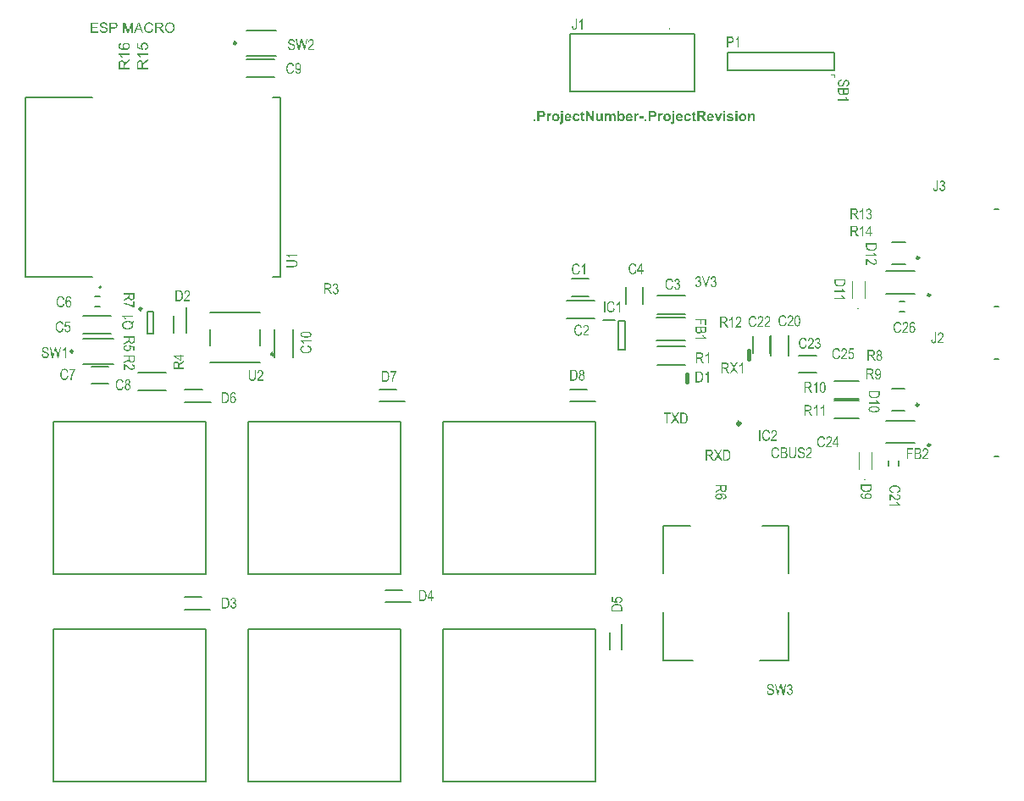
<source format=gto>
G04*
G04 #@! TF.GenerationSoftware,Altium Limited,Altium Designer,25.4.2 (15)*
G04*
G04 Layer_Color=65535*
%FSLAX44Y44*%
%MOMM*%
G71*
G04*
G04 #@! TF.SameCoordinates,C2DD7520-A2B9-4FCF-9691-AC0A9630E6EF*
G04*
G04*
G04 #@! TF.FilePolarity,Positive*
G04*
G01*
G75*
%ADD10C,0.2500*%
%ADD11C,0.2000*%
%ADD12C,0.1000*%
%ADD13C,0.3250*%
%ADD14C,0.1270*%
%ADD15C,0.4000*%
G36*
X620211Y598975D02*
X620319Y598963D01*
X620451Y598940D01*
X620595Y598915D01*
X620762Y598891D01*
X621110Y598784D01*
X621290Y598724D01*
X621482Y598640D01*
X621662Y598556D01*
X621853Y598436D01*
X622033Y598316D01*
X622213Y598172D01*
X622225Y598160D01*
X622249Y598136D01*
X622297Y598088D01*
X622369Y598028D01*
X622441Y597944D01*
X622525Y597836D01*
X622621Y597717D01*
X622729Y597573D01*
X622836Y597417D01*
X622944Y597237D01*
X623052Y597045D01*
X623160Y596841D01*
X623268Y596602D01*
X623364Y596362D01*
X623460Y596098D01*
X623532Y595810D01*
X622369Y595475D01*
Y595487D01*
X622357Y595499D01*
X622345Y595571D01*
X622297Y595690D01*
X622249Y595834D01*
X622177Y596002D01*
X622081Y596194D01*
X621973Y596398D01*
X621841Y596614D01*
X621698Y596829D01*
X621518Y597033D01*
X621326Y597225D01*
X621110Y597393D01*
X620858Y597537D01*
X620595Y597657D01*
X620295Y597729D01*
X620139Y597741D01*
X619971Y597753D01*
X619887D01*
X619815Y597741D01*
X619743D01*
X619647Y597729D01*
X619444Y597693D01*
X619192Y597645D01*
X618940Y597561D01*
X618664Y597441D01*
X618413Y597285D01*
X618401D01*
X618389Y597261D01*
X618353Y597237D01*
X618305Y597201D01*
X618185Y597093D01*
X618041Y596937D01*
X617873Y596734D01*
X617705Y596494D01*
X617525Y596194D01*
X617441Y596038D01*
X617370Y595858D01*
Y595846D01*
X617358Y595810D01*
X617334Y595762D01*
X617310Y595678D01*
X617286Y595583D01*
X617250Y595475D01*
X617214Y595343D01*
X617178Y595187D01*
X617142Y595019D01*
X617106Y594839D01*
X617070Y594636D01*
X617046Y594420D01*
X617022Y594192D01*
X616998Y593940D01*
X616986Y593688D01*
Y593413D01*
Y593401D01*
Y593389D01*
Y593317D01*
Y593197D01*
X616998Y593041D01*
X617010Y592861D01*
X617022Y592645D01*
X617046Y592406D01*
X617082Y592154D01*
X617130Y591878D01*
X617178Y591602D01*
X617238Y591327D01*
X617310Y591051D01*
X617406Y590775D01*
X617514Y590511D01*
X617633Y590272D01*
X617765Y590044D01*
X617777Y590032D01*
X617801Y589996D01*
X617849Y589936D01*
X617909Y589876D01*
X617993Y589780D01*
X618089Y589696D01*
X618197Y589588D01*
X618329Y589492D01*
X618473Y589384D01*
X618628Y589277D01*
X618796Y589193D01*
X618988Y589109D01*
X619180Y589037D01*
X619396Y588977D01*
X619623Y588941D01*
X619863Y588929D01*
X619959D01*
X620031Y588941D01*
X620115Y588953D01*
X620211Y588965D01*
X620439Y589013D01*
X620703Y589097D01*
X620834Y589157D01*
X620978Y589217D01*
X621122Y589300D01*
X621266Y589384D01*
X621410Y589492D01*
X621542Y589612D01*
X621554Y589624D01*
X621578Y589648D01*
X621614Y589684D01*
X621662Y589744D01*
X621710Y589816D01*
X621782Y589912D01*
X621853Y590008D01*
X621925Y590140D01*
X622009Y590272D01*
X622081Y590427D01*
X622165Y590607D01*
X622237Y590787D01*
X622309Y590991D01*
X622381Y591219D01*
X622441Y591459D01*
X622489Y591710D01*
X623676Y591351D01*
Y591327D01*
X623652Y591267D01*
X623628Y591171D01*
X623604Y591051D01*
X623556Y590895D01*
X623496Y590715D01*
X623436Y590523D01*
X623352Y590320D01*
X623268Y590092D01*
X623160Y589864D01*
X623052Y589636D01*
X622920Y589408D01*
X622789Y589181D01*
X622633Y588977D01*
X622465Y588773D01*
X622285Y588593D01*
X622273Y588581D01*
X622237Y588557D01*
X622189Y588509D01*
X622105Y588449D01*
X622009Y588389D01*
X621901Y588305D01*
X621769Y588233D01*
X621614Y588149D01*
X621446Y588066D01*
X621266Y587982D01*
X621074Y587898D01*
X620858Y587838D01*
X620631Y587778D01*
X620403Y587730D01*
X620151Y587706D01*
X619887Y587694D01*
X619767D01*
X619683Y587706D01*
X619576Y587718D01*
X619444Y587730D01*
X619312Y587742D01*
X619156Y587766D01*
X618820Y587838D01*
X618461Y587946D01*
X618281Y588018D01*
X618101Y588102D01*
X617921Y588186D01*
X617753Y588293D01*
X617741Y588305D01*
X617717Y588317D01*
X617669Y588353D01*
X617609Y588413D01*
X617537Y588473D01*
X617441Y588557D01*
X617346Y588653D01*
X617250Y588761D01*
X617130Y588893D01*
X617022Y589037D01*
X616902Y589193D01*
X616782Y589372D01*
X616662Y589564D01*
X616542Y589768D01*
X616423Y589996D01*
X616315Y590236D01*
Y590248D01*
X616291Y590295D01*
X616267Y590368D01*
X616231Y590475D01*
X616183Y590607D01*
X616135Y590763D01*
X616087Y590931D01*
X616039Y591135D01*
X615991Y591362D01*
X615943Y591602D01*
X615895Y591866D01*
X615847Y592142D01*
X615811Y592441D01*
X615787Y592753D01*
X615775Y593077D01*
X615763Y593413D01*
Y593437D01*
Y593497D01*
Y593592D01*
X615775Y593712D01*
Y593868D01*
X615787Y594048D01*
X615811Y594252D01*
X615835Y594468D01*
X615859Y594707D01*
X615895Y594947D01*
X615991Y595451D01*
X616135Y595966D01*
X616219Y596218D01*
X616315Y596458D01*
X616327Y596470D01*
X616339Y596518D01*
X616375Y596578D01*
X616423Y596662D01*
X616470Y596769D01*
X616542Y596889D01*
X616626Y597021D01*
X616722Y597165D01*
X616938Y597465D01*
X617190Y597777D01*
X617501Y598076D01*
X617657Y598220D01*
X617837Y598340D01*
X617849Y598352D01*
X617885Y598364D01*
X617933Y598400D01*
X618005Y598436D01*
X618101Y598496D01*
X618209Y598544D01*
X618329Y598604D01*
X618473Y598664D01*
X618628Y598724D01*
X618796Y598784D01*
X619156Y598891D01*
X619564Y598963D01*
X619779Y598975D01*
X619995Y598987D01*
X620127D01*
X620211Y598975D01*
D02*
G37*
G36*
X627680Y598820D02*
X627776Y598808D01*
X627884Y598784D01*
X628004Y598760D01*
X628135Y598736D01*
X628423Y598640D01*
X628579Y598568D01*
X628735Y598496D01*
X628891Y598400D01*
X629035Y598292D01*
X629191Y598172D01*
X629334Y598028D01*
X629346Y598016D01*
X629370Y597992D01*
X629406Y597944D01*
X629454Y597884D01*
X629514Y597800D01*
X629574Y597705D01*
X629646Y597597D01*
X629718Y597477D01*
X629790Y597333D01*
X629862Y597177D01*
X629922Y597009D01*
X629982Y596829D01*
X630030Y596650D01*
X630066Y596446D01*
X630090Y596230D01*
X630102Y596002D01*
Y595990D01*
Y595966D01*
Y595930D01*
Y595882D01*
X630090Y595810D01*
Y595738D01*
X630066Y595559D01*
X630018Y595355D01*
X629970Y595127D01*
X629886Y594911D01*
X629778Y594683D01*
Y594672D01*
X629766Y594660D01*
X629718Y594588D01*
X629646Y594480D01*
X629550Y594360D01*
X629418Y594216D01*
X629263Y594060D01*
X629083Y593916D01*
X628879Y593784D01*
X628891D01*
X628903Y593772D01*
X628975Y593760D01*
X629071Y593724D01*
X629191Y593664D01*
X629334Y593605D01*
X629478Y593521D01*
X629634Y593413D01*
X629766Y593293D01*
X629778Y593281D01*
X629826Y593233D01*
X629886Y593161D01*
X629970Y593053D01*
X630054Y592921D01*
X630150Y592765D01*
X630246Y592585D01*
X630330Y592382D01*
Y592370D01*
X630341Y592358D01*
X630354Y592322D01*
X630365Y592286D01*
X630401Y592166D01*
X630437Y592010D01*
X630473Y591818D01*
X630509Y591602D01*
X630533Y591362D01*
X630545Y591099D01*
Y591087D01*
Y591039D01*
Y590955D01*
X630533Y590847D01*
X630521Y590727D01*
X630497Y590571D01*
X630473Y590403D01*
X630437Y590236D01*
X630389Y590044D01*
X630330Y589840D01*
X630258Y589636D01*
X630174Y589432D01*
X630066Y589229D01*
X629946Y589025D01*
X629814Y588833D01*
X629658Y588641D01*
X629646Y588629D01*
X629622Y588605D01*
X629574Y588557D01*
X629502Y588497D01*
X629418Y588425D01*
X629310Y588341D01*
X629191Y588257D01*
X629059Y588173D01*
X628915Y588078D01*
X628747Y587994D01*
X628579Y587910D01*
X628387Y587838D01*
X628195Y587778D01*
X627980Y587730D01*
X627764Y587706D01*
X627536Y587694D01*
X627428D01*
X627344Y587706D01*
X627248Y587718D01*
X627128Y587742D01*
X627009Y587766D01*
X626865Y587802D01*
X626721Y587838D01*
X626565Y587898D01*
X626397Y587958D01*
X626241Y588042D01*
X626073Y588138D01*
X625906Y588246D01*
X625750Y588377D01*
X625594Y588521D01*
X625582Y588533D01*
X625558Y588557D01*
X625522Y588605D01*
X625474Y588677D01*
X625402Y588761D01*
X625342Y588857D01*
X625258Y588977D01*
X625186Y589121D01*
X625102Y589277D01*
X625030Y589444D01*
X624947Y589624D01*
X624887Y589828D01*
X624815Y590044D01*
X624767Y590272D01*
X624719Y590511D01*
X624695Y590775D01*
X625786Y590955D01*
Y590931D01*
X625798Y590859D01*
X625822Y590751D01*
X625858Y590619D01*
X625906Y590451D01*
X625966Y590272D01*
X626037Y590080D01*
X626133Y589876D01*
X626229Y589672D01*
X626349Y589480D01*
X626493Y589300D01*
X626661Y589133D01*
X626841Y589001D01*
X627045Y588893D01*
X627260Y588821D01*
X627380Y588809D01*
X627512Y588797D01*
X627584D01*
X627644Y588809D01*
X627704Y588821D01*
X627776Y588833D01*
X627956Y588881D01*
X628159Y588953D01*
X628387Y589061D01*
X628495Y589133D01*
X628603Y589229D01*
X628711Y589324D01*
X628819Y589432D01*
X628831Y589444D01*
X628843Y589456D01*
X628867Y589492D01*
X628903Y589552D01*
X628951Y589612D01*
X628999Y589684D01*
X629047Y589780D01*
X629095Y589876D01*
X629191Y590116D01*
X629286Y590392D01*
X629346Y590715D01*
X629370Y590895D01*
Y591075D01*
Y591087D01*
Y591123D01*
Y591171D01*
X629358Y591231D01*
Y591315D01*
X629346Y591410D01*
X629310Y591626D01*
X629250Y591866D01*
X629155Y592130D01*
X629023Y592382D01*
X628951Y592501D01*
X628855Y592609D01*
Y592621D01*
X628831Y592633D01*
X628771Y592705D01*
X628663Y592801D01*
X628507Y592909D01*
X628327Y593017D01*
X628124Y593101D01*
X627884Y593173D01*
X627752Y593185D01*
X627620Y593197D01*
X627560D01*
X627500Y593185D01*
X627404Y593173D01*
X627296Y593161D01*
X627164Y593137D01*
X627021Y593089D01*
X626853Y593041D01*
X626985Y594228D01*
X627152Y594204D01*
X627236D01*
X627284Y594216D01*
X627356D01*
X627440Y594228D01*
X627620Y594264D01*
X627836Y594324D01*
X628052Y594408D01*
X628267Y594528D01*
X628471Y594695D01*
X628483Y594707D01*
X628495Y594719D01*
X628555Y594791D01*
X628639Y594899D01*
X628735Y595055D01*
X628819Y595247D01*
X628903Y595475D01*
X628963Y595727D01*
X628987Y595870D01*
Y596026D01*
Y596038D01*
Y596062D01*
Y596098D01*
X628975Y596158D01*
X628963Y596290D01*
X628939Y596470D01*
X628879Y596662D01*
X628807Y596865D01*
X628699Y597069D01*
X628555Y597261D01*
X628531Y597285D01*
X628483Y597333D01*
X628387Y597405D01*
X628267Y597501D01*
X628112Y597585D01*
X627932Y597657D01*
X627728Y597705D01*
X627512Y597729D01*
X627452D01*
X627404Y597717D01*
X627284Y597705D01*
X627141Y597669D01*
X626973Y597609D01*
X626793Y597525D01*
X626613Y597405D01*
X626433Y597237D01*
X626409Y597213D01*
X626361Y597141D01*
X626289Y597033D01*
X626205Y596865D01*
X626109Y596662D01*
X626026Y596410D01*
X625954Y596110D01*
X625894Y595762D01*
X624803Y596002D01*
Y596014D01*
X624815Y596062D01*
X624827Y596134D01*
X624851Y596230D01*
X624875Y596350D01*
X624911Y596482D01*
X624947Y596626D01*
X624995Y596794D01*
X625114Y597129D01*
X625282Y597477D01*
X625474Y597812D01*
X625594Y597968D01*
X625726Y598112D01*
X625738Y598124D01*
X625762Y598148D01*
X625798Y598184D01*
X625858Y598220D01*
X625930Y598280D01*
X626013Y598340D01*
X626109Y598400D01*
X626217Y598472D01*
X626349Y598544D01*
X626481Y598604D01*
X626781Y598724D01*
X626949Y598760D01*
X627128Y598796D01*
X627308Y598820D01*
X627500Y598832D01*
X627608D01*
X627680Y598820D01*
D02*
G37*
G36*
X54513Y855072D02*
X54635Y855061D01*
X54757Y855050D01*
X54901Y855038D01*
X55212Y854994D01*
X55556Y854927D01*
X55900Y854827D01*
X56233Y854705D01*
X56244D01*
X56266Y854683D01*
X56322Y854672D01*
X56377Y854639D01*
X56444Y854594D01*
X56533Y854550D01*
X56721Y854439D01*
X56943Y854284D01*
X57165Y854095D01*
X57376Y853884D01*
X57565Y853629D01*
X57576Y853618D01*
X57587Y853595D01*
X57609Y853562D01*
X57643Y853507D01*
X57676Y853440D01*
X57720Y853362D01*
X57754Y853262D01*
X57809Y853163D01*
X57898Y852930D01*
X57976Y852652D01*
X58042Y852352D01*
X58076Y852019D01*
X56777Y851919D01*
Y851930D01*
X56766Y851964D01*
Y852008D01*
X56755Y852075D01*
X56733Y852164D01*
X56710Y852252D01*
X56644Y852463D01*
X56555Y852696D01*
X56422Y852941D01*
X56266Y853174D01*
X56166Y853274D01*
X56055Y853373D01*
X56044Y853385D01*
X56033Y853396D01*
X55989Y853418D01*
X55944Y853451D01*
X55878Y853484D01*
X55800Y853529D01*
X55711Y853573D01*
X55611Y853629D01*
X55489Y853673D01*
X55356Y853717D01*
X55212Y853762D01*
X55056Y853795D01*
X54879Y853829D01*
X54690Y853851D01*
X54490Y853873D01*
X54168D01*
X54080Y853862D01*
X53980D01*
X53869Y853851D01*
X53736Y853840D01*
X53602Y853817D01*
X53303Y853762D01*
X53014Y853684D01*
X52737Y853573D01*
X52603Y853495D01*
X52492Y853418D01*
X52481D01*
X52470Y853396D01*
X52404Y853340D01*
X52315Y853240D01*
X52215Y853107D01*
X52115Y852952D01*
X52026Y852763D01*
X51960Y852563D01*
X51948Y852452D01*
X51937Y852330D01*
Y852319D01*
Y852308D01*
X51948Y852241D01*
X51960Y852141D01*
X51982Y852019D01*
X52037Y851875D01*
X52104Y851720D01*
X52193Y851575D01*
X52326Y851431D01*
X52348Y851420D01*
X52370Y851398D01*
X52415Y851364D01*
X52470Y851331D01*
X52537Y851298D01*
X52626Y851253D01*
X52726Y851198D01*
X52848Y851142D01*
X52992Y851087D01*
X53158Y851031D01*
X53347Y850965D01*
X53569Y850898D01*
X53802Y850832D01*
X54068Y850754D01*
X54368Y850687D01*
X54390D01*
X54446Y850676D01*
X54524Y850654D01*
X54635Y850621D01*
X54768Y850599D01*
X54923Y850554D01*
X55090Y850521D01*
X55267Y850465D01*
X55645Y850365D01*
X56022Y850266D01*
X56200Y850210D01*
X56355Y850154D01*
X56511Y850099D01*
X56633Y850043D01*
X56644D01*
X56677Y850021D01*
X56721Y849999D01*
X56777Y849966D01*
X56855Y849932D01*
X56943Y849877D01*
X57132Y849755D01*
X57354Y849611D01*
X57565Y849433D01*
X57776Y849222D01*
X57865Y849111D01*
X57954Y849000D01*
Y848989D01*
X57976Y848967D01*
X57998Y848933D01*
X58020Y848889D01*
X58053Y848834D01*
X58087Y848756D01*
X58176Y848578D01*
X58253Y848367D01*
X58320Y848123D01*
X58364Y847846D01*
X58386Y847546D01*
Y847535D01*
Y847513D01*
Y847468D01*
X58375Y847413D01*
Y847335D01*
X58364Y847258D01*
X58331Y847047D01*
X58275Y846814D01*
X58187Y846558D01*
X58064Y846292D01*
X57998Y846148D01*
X57909Y846014D01*
Y846003D01*
X57887Y845981D01*
X57865Y845948D01*
X57820Y845892D01*
X57720Y845770D01*
X57565Y845604D01*
X57376Y845426D01*
X57143Y845237D01*
X56877Y845060D01*
X56566Y844893D01*
X56555D01*
X56522Y844871D01*
X56477Y844860D01*
X56411Y844827D01*
X56333Y844804D01*
X56233Y844771D01*
X56122Y844727D01*
X55989Y844693D01*
X55856Y844660D01*
X55700Y844616D01*
X55367Y844560D01*
X55001Y844516D01*
X54601Y844494D01*
X54468D01*
X54368Y844505D01*
X54246D01*
X54113Y844516D01*
X53958Y844527D01*
X53780Y844549D01*
X53414Y844594D01*
X53025Y844660D01*
X52637Y844760D01*
X52259Y844893D01*
X52248D01*
X52215Y844915D01*
X52171Y844938D01*
X52104Y844971D01*
X52026Y845015D01*
X51937Y845060D01*
X51726Y845193D01*
X51493Y845359D01*
X51249Y845570D01*
X51005Y845815D01*
X50794Y846103D01*
X50783Y846114D01*
X50772Y846136D01*
X50750Y846181D01*
X50716Y846247D01*
X50672Y846325D01*
X50628Y846414D01*
X50572Y846525D01*
X50528Y846647D01*
X50472Y846769D01*
X50428Y846913D01*
X50339Y847235D01*
X50272Y847579D01*
X50250Y847768D01*
X50239Y847957D01*
X51516Y848068D01*
Y848057D01*
Y848034D01*
X51527Y847990D01*
X51538Y847934D01*
X51549Y847868D01*
X51560Y847801D01*
X51604Y847613D01*
X51660Y847413D01*
X51726Y847202D01*
X51815Y846991D01*
X51926Y846791D01*
X51937Y846769D01*
X51993Y846714D01*
X52071Y846625D01*
X52182Y846514D01*
X52326Y846381D01*
X52503Y846258D01*
X52714Y846125D01*
X52959Y846003D01*
X52970D01*
X52992Y845992D01*
X53025Y845981D01*
X53081Y845959D01*
X53147Y845937D01*
X53225Y845903D01*
X53314Y845881D01*
X53414Y845859D01*
X53647Y845803D01*
X53924Y845748D01*
X54213Y845715D01*
X54535Y845704D01*
X54668D01*
X54735Y845715D01*
X54812D01*
X54990Y845737D01*
X55201Y845759D01*
X55434Y845792D01*
X55667Y845848D01*
X55889Y845926D01*
X55900D01*
X55911Y845937D01*
X55944Y845948D01*
X55989Y845970D01*
X56089Y846025D01*
X56222Y846092D01*
X56366Y846181D01*
X56522Y846292D01*
X56655Y846414D01*
X56777Y846558D01*
X56788Y846580D01*
X56821Y846625D01*
X56877Y846714D01*
X56932Y846825D01*
X56977Y846958D01*
X57032Y847102D01*
X57066Y847269D01*
X57077Y847435D01*
Y847446D01*
Y847457D01*
Y847513D01*
X57066Y847613D01*
X57043Y847724D01*
X57010Y847857D01*
X56954Y848001D01*
X56888Y848145D01*
X56788Y848279D01*
X56777Y848290D01*
X56733Y848334D01*
X56666Y848401D01*
X56566Y848490D01*
X56444Y848578D01*
X56277Y848678D01*
X56089Y848778D01*
X55867Y848878D01*
X55844Y848889D01*
X55822Y848900D01*
X55778Y848911D01*
X55733Y848922D01*
X55667Y848945D01*
X55578Y848978D01*
X55489Y849000D01*
X55367Y849033D01*
X55245Y849078D01*
X55090Y849111D01*
X54923Y849156D01*
X54735Y849211D01*
X54535Y849255D01*
X54302Y849322D01*
X54046Y849378D01*
X54035D01*
X53991Y849389D01*
X53913Y849411D01*
X53824Y849433D01*
X53702Y849466D01*
X53569Y849500D01*
X53436Y849544D01*
X53281Y849588D01*
X52948Y849688D01*
X52626Y849799D01*
X52470Y849855D01*
X52326Y849910D01*
X52193Y849966D01*
X52082Y850021D01*
X52071D01*
X52048Y850043D01*
X52015Y850066D01*
X51960Y850088D01*
X51826Y850166D01*
X51671Y850277D01*
X51482Y850421D01*
X51305Y850576D01*
X51127Y850765D01*
X50983Y850965D01*
Y850976D01*
X50972Y850987D01*
X50950Y851020D01*
X50927Y851065D01*
X50872Y851187D01*
X50805Y851342D01*
X50739Y851531D01*
X50683Y851753D01*
X50639Y851997D01*
X50628Y852252D01*
Y852263D01*
Y852286D01*
Y852330D01*
X50639Y852386D01*
Y852452D01*
X50650Y852530D01*
X50683Y852730D01*
X50739Y852952D01*
X50805Y853185D01*
X50916Y853440D01*
X51061Y853695D01*
Y853706D01*
X51083Y853729D01*
X51105Y853762D01*
X51138Y853806D01*
X51249Y853928D01*
X51393Y854084D01*
X51571Y854250D01*
X51793Y854417D01*
X52048Y854583D01*
X52348Y854728D01*
X52359D01*
X52381Y854739D01*
X52437Y854761D01*
X52492Y854783D01*
X52570Y854805D01*
X52670Y854839D01*
X52781Y854872D01*
X52903Y854905D01*
X53036Y854939D01*
X53181Y854972D01*
X53491Y855027D01*
X53847Y855072D01*
X54224Y855083D01*
X54413D01*
X54513Y855072D01*
D02*
G37*
G36*
X99911D02*
X100044Y855061D01*
X100199Y855038D01*
X100366Y855016D01*
X100555Y854983D01*
X100754Y854939D01*
X100965Y854894D01*
X101176Y854827D01*
X101398Y854750D01*
X101620Y854661D01*
X101831Y854550D01*
X102042Y854439D01*
X102242Y854295D01*
X102253Y854284D01*
X102286Y854261D01*
X102342Y854217D01*
X102408Y854150D01*
X102497Y854073D01*
X102597Y853973D01*
X102697Y853862D01*
X102819Y853729D01*
X102941Y853584D01*
X103063Y853418D01*
X103185Y853240D01*
X103296Y853040D01*
X103418Y852830D01*
X103518Y852597D01*
X103618Y852352D01*
X103707Y852097D01*
X102375Y851786D01*
Y851797D01*
X102353Y851831D01*
X102342Y851897D01*
X102308Y851975D01*
X102275Y852064D01*
X102219Y852164D01*
X102108Y852408D01*
X101964Y852674D01*
X101776Y852952D01*
X101576Y853207D01*
X101454Y853318D01*
X101332Y853418D01*
X101320Y853429D01*
X101298Y853440D01*
X101265Y853462D01*
X101209Y853495D01*
X101143Y853540D01*
X101065Y853584D01*
X100976Y853629D01*
X100865Y853673D01*
X100743Y853717D01*
X100621Y853762D01*
X100332Y853851D01*
X100000Y853906D01*
X99822Y853928D01*
X99522D01*
X99433Y853917D01*
X99333Y853906D01*
X99211Y853895D01*
X99078Y853884D01*
X98945Y853862D01*
X98623Y853784D01*
X98290Y853684D01*
X98124Y853618D01*
X97957Y853540D01*
X97802Y853451D01*
X97646Y853351D01*
X97635Y853340D01*
X97613Y853329D01*
X97569Y853296D01*
X97513Y853251D01*
X97458Y853196D01*
X97380Y853118D01*
X97302Y853040D01*
X97213Y852952D01*
X97125Y852841D01*
X97025Y852730D01*
X96847Y852474D01*
X96681Y852175D01*
X96536Y851831D01*
Y851820D01*
X96525Y851786D01*
X96503Y851731D01*
X96492Y851664D01*
X96470Y851575D01*
X96437Y851475D01*
X96414Y851353D01*
X96381Y851231D01*
X96348Y851087D01*
X96326Y850931D01*
X96270Y850599D01*
X96237Y850243D01*
X96226Y849866D01*
Y849855D01*
Y849810D01*
Y849744D01*
X96237Y849644D01*
Y849533D01*
X96248Y849400D01*
X96259Y849255D01*
X96270Y849089D01*
X96292Y848911D01*
X96314Y848734D01*
X96381Y848345D01*
X96481Y847957D01*
X96603Y847579D01*
Y847568D01*
X96625Y847535D01*
X96647Y847491D01*
X96670Y847424D01*
X96714Y847335D01*
X96770Y847246D01*
X96892Y847036D01*
X97058Y846791D01*
X97258Y846558D01*
X97502Y846325D01*
X97635Y846225D01*
X97780Y846125D01*
X97791D01*
X97813Y846103D01*
X97857Y846081D01*
X97924Y846048D01*
X98002Y846014D01*
X98090Y845970D01*
X98190Y845937D01*
X98301Y845892D01*
X98556Y845803D01*
X98856Y845726D01*
X99178Y845670D01*
X99345Y845659D01*
X99522Y845648D01*
X99633D01*
X99711Y845659D01*
X99811Y845670D01*
X99922Y845681D01*
X100055Y845704D01*
X100188Y845726D01*
X100499Y845803D01*
X100654Y845859D01*
X100821Y845926D01*
X100987Y846003D01*
X101143Y846092D01*
X101298Y846192D01*
X101454Y846303D01*
X101465Y846314D01*
X101487Y846336D01*
X101531Y846369D01*
X101587Y846425D01*
X101642Y846492D01*
X101720Y846580D01*
X101798Y846680D01*
X101887Y846791D01*
X101975Y846925D01*
X102064Y847069D01*
X102153Y847224D01*
X102242Y847402D01*
X102319Y847590D01*
X102397Y847801D01*
X102475Y848023D01*
X102530Y848256D01*
X103884Y847912D01*
Y847890D01*
X103862Y847835D01*
X103840Y847757D01*
X103796Y847635D01*
X103751Y847502D01*
X103685Y847335D01*
X103618Y847158D01*
X103529Y846969D01*
X103429Y846758D01*
X103318Y846558D01*
X103196Y846336D01*
X103052Y846125D01*
X102897Y845926D01*
X102730Y845726D01*
X102541Y845537D01*
X102342Y845359D01*
X102331Y845348D01*
X102286Y845326D01*
X102231Y845282D01*
X102142Y845226D01*
X102042Y845160D01*
X101909Y845082D01*
X101764Y845004D01*
X101587Y844927D01*
X101398Y844849D01*
X101198Y844771D01*
X100976Y844693D01*
X100732Y844627D01*
X100477Y844571D01*
X100210Y844527D01*
X99933Y844505D01*
X99633Y844494D01*
X99478D01*
X99356Y844505D01*
X99222Y844516D01*
X99056Y844527D01*
X98878Y844549D01*
X98679Y844582D01*
X98468Y844616D01*
X98246Y844660D01*
X98024Y844716D01*
X97802Y844771D01*
X97569Y844849D01*
X97347Y844938D01*
X97136Y845038D01*
X96936Y845160D01*
X96925Y845171D01*
X96892Y845193D01*
X96836Y845226D01*
X96770Y845282D01*
X96681Y845359D01*
X96581Y845437D01*
X96470Y845537D01*
X96348Y845659D01*
X96226Y845792D01*
X96092Y845937D01*
X95970Y846092D01*
X95837Y846270D01*
X95704Y846458D01*
X95582Y846658D01*
X95471Y846880D01*
X95360Y847113D01*
X95349Y847124D01*
X95338Y847169D01*
X95315Y847246D01*
X95282Y847335D01*
X95238Y847457D01*
X95193Y847590D01*
X95149Y847757D01*
X95093Y847934D01*
X95049Y848134D01*
X94993Y848345D01*
X94949Y848567D01*
X94916Y848811D01*
X94849Y849322D01*
X94838Y849588D01*
X94827Y849855D01*
Y849877D01*
Y849921D01*
Y850010D01*
X94838Y850121D01*
X94849Y850266D01*
X94860Y850432D01*
X94882Y850610D01*
X94905Y850809D01*
X94938Y851020D01*
X94971Y851242D01*
X95082Y851720D01*
X95160Y851953D01*
X95238Y852186D01*
X95326Y852430D01*
X95437Y852652D01*
X95449Y852663D01*
X95471Y852708D01*
X95504Y852763D01*
X95548Y852852D01*
X95615Y852952D01*
X95693Y853063D01*
X95782Y853185D01*
X95882Y853329D01*
X96004Y853462D01*
X96126Y853618D01*
X96270Y853762D01*
X96425Y853917D01*
X96592Y854062D01*
X96770Y854206D01*
X96969Y854339D01*
X97169Y854461D01*
X97180Y854472D01*
X97225Y854483D01*
X97280Y854517D01*
X97369Y854561D01*
X97469Y854605D01*
X97602Y854661D01*
X97746Y854716D01*
X97902Y854772D01*
X98079Y854827D01*
X98279Y854883D01*
X98479Y854939D01*
X98701Y854983D01*
X99156Y855061D01*
X99400Y855072D01*
X99655Y855083D01*
X99800D01*
X99911Y855072D01*
D02*
G37*
G36*
X83494Y844660D02*
X82184D01*
Y853240D01*
X79187Y844660D01*
X77966D01*
X75014Y853385D01*
Y844660D01*
X73704D01*
Y854905D01*
X75735D01*
X78166Y847646D01*
Y847635D01*
X78177Y847602D01*
X78200Y847546D01*
X78222Y847479D01*
X78244Y847402D01*
X78277Y847302D01*
X78355Y847080D01*
X78433Y846836D01*
X78510Y846580D01*
X78588Y846347D01*
X78621Y846236D01*
X78655Y846136D01*
Y846148D01*
X78666Y846159D01*
X78677Y846192D01*
X78688Y846236D01*
X78710Y846303D01*
X78732Y846369D01*
X78755Y846458D01*
X78788Y846547D01*
X78821Y846658D01*
X78865Y846780D01*
X78910Y846913D01*
X78954Y847069D01*
X79010Y847224D01*
X79065Y847402D01*
X79132Y847579D01*
X79198Y847779D01*
X81663Y854905D01*
X83494D01*
Y844660D01*
D02*
G37*
G36*
X110456Y854894D02*
X110578D01*
X110722Y854883D01*
X110888Y854872D01*
X111221Y854839D01*
X111566Y854783D01*
X111898Y854716D01*
X112043Y854672D01*
X112187Y854628D01*
X112198D01*
X112220Y854617D01*
X112254Y854594D01*
X112309Y854572D01*
X112442Y854506D01*
X112598Y854406D01*
X112787Y854273D01*
X112975Y854095D01*
X113164Y853895D01*
X113330Y853651D01*
Y853640D01*
X113353Y853618D01*
X113375Y853584D01*
X113397Y853529D01*
X113430Y853462D01*
X113464Y853385D01*
X113508Y853296D01*
X113552Y853196D01*
X113630Y852963D01*
X113697Y852708D01*
X113741Y852419D01*
X113763Y852108D01*
Y852097D01*
Y852064D01*
Y851997D01*
X113752Y851930D01*
X113741Y851831D01*
X113730Y851720D01*
X113708Y851598D01*
X113674Y851464D01*
X113586Y851176D01*
X113530Y851020D01*
X113464Y850865D01*
X113386Y850710D01*
X113286Y850554D01*
X113175Y850410D01*
X113053Y850266D01*
X113042Y850254D01*
X113020Y850232D01*
X112975Y850199D01*
X112920Y850143D01*
X112842Y850088D01*
X112753Y850021D01*
X112642Y849944D01*
X112509Y849866D01*
X112365Y849788D01*
X112209Y849710D01*
X112032Y849633D01*
X111832Y849555D01*
X111621Y849489D01*
X111388Y849422D01*
X111133Y849366D01*
X110866Y849322D01*
X110877D01*
X110888Y849311D01*
X110955Y849278D01*
X111055Y849222D01*
X111177Y849156D01*
X111310Y849078D01*
X111443Y849000D01*
X111577Y848900D01*
X111688Y848811D01*
X111699Y848800D01*
X111710Y848789D01*
X111743Y848756D01*
X111788Y848711D01*
X111843Y848656D01*
X111910Y848589D01*
X112054Y848434D01*
X112220Y848234D01*
X112409Y848001D01*
X112609Y847735D01*
X112809Y847446D01*
X114585Y844660D01*
X112886Y844660D01*
X111532Y846791D01*
X111521Y846802D01*
X111510Y846836D01*
X111477Y846880D01*
X111432Y846947D01*
X111388Y847024D01*
X111321Y847113D01*
X111188Y847313D01*
X111033Y847546D01*
X110877Y847779D01*
X110711Y848001D01*
X110555Y848201D01*
Y848212D01*
X110533Y848223D01*
X110489Y848279D01*
X110422Y848367D01*
X110322Y848467D01*
X110222Y848578D01*
X110100Y848689D01*
X109978Y848800D01*
X109867Y848878D01*
X109856Y848889D01*
X109812Y848911D01*
X109756Y848945D01*
X109678Y848989D01*
X109579Y849033D01*
X109479Y849078D01*
X109368Y849122D01*
X109246Y849156D01*
X109235D01*
X109201Y849167D01*
X109146Y849178D01*
X109068Y849189D01*
X108957D01*
X108824Y849200D01*
X108668Y849211D01*
X106926D01*
Y844660D01*
X105572D01*
Y854905D01*
X110333D01*
X110456Y854894D01*
D02*
G37*
G36*
X94139Y844660D02*
X92596D01*
X91408Y847757D01*
X87102D01*
X85992Y844660D01*
X84560D01*
X88478Y854905D01*
X89943D01*
X94139Y844660D01*
D02*
G37*
G36*
X64669Y854894D02*
X64924Y854883D01*
X65179Y854861D01*
X65424Y854839D01*
X65546Y854827D01*
X65646Y854805D01*
X65657D01*
X65679Y854794D01*
X65723D01*
X65768Y854783D01*
X65834Y854761D01*
X65912Y854750D01*
X66090Y854694D01*
X66289Y854628D01*
X66500Y854539D01*
X66711Y854439D01*
X66911Y854317D01*
X66922D01*
X66933Y854306D01*
X67000Y854250D01*
X67089Y854173D01*
X67211Y854062D01*
X67333Y853928D01*
X67477Y853751D01*
X67610Y853562D01*
X67732Y853329D01*
Y853318D01*
X67744Y853296D01*
X67766Y853262D01*
X67788Y853218D01*
X67810Y853163D01*
X67832Y853085D01*
X67899Y852918D01*
X67954Y852708D01*
X68010Y852474D01*
X68043Y852208D01*
X68054Y851930D01*
Y851919D01*
Y851875D01*
Y851808D01*
X68043Y851709D01*
X68032Y851598D01*
X68010Y851475D01*
X67988Y851331D01*
X67954Y851165D01*
X67910Y850998D01*
X67854Y850820D01*
X67788Y850643D01*
X67699Y850454D01*
X67610Y850266D01*
X67499Y850077D01*
X67366Y849899D01*
X67222Y849722D01*
X67211Y849710D01*
X67177Y849688D01*
X67133Y849644D01*
X67055Y849577D01*
X66967Y849511D01*
X66844Y849433D01*
X66700Y849355D01*
X66534Y849278D01*
X66334Y849189D01*
X66123Y849111D01*
X65868Y849033D01*
X65601Y848967D01*
X65290Y848911D01*
X64957Y848867D01*
X64602Y848834D01*
X64203Y848822D01*
X61583D01*
Y844660D01*
X60229D01*
Y854905D01*
X64447D01*
X64669Y854894D01*
D02*
G37*
G36*
X48585Y853695D02*
X42525D01*
Y850565D01*
X48197D01*
Y849355D01*
X42525D01*
Y845870D01*
X48818D01*
Y844660D01*
X41171D01*
Y854905D01*
X48585D01*
Y853695D01*
D02*
G37*
G36*
X120612Y855072D02*
X120745Y855061D01*
X120889Y855050D01*
X121045Y855027D01*
X121222Y854994D01*
X121422Y854961D01*
X121622Y854916D01*
X121833Y854861D01*
X122055Y854794D01*
X122277Y854717D01*
X122499Y854628D01*
X122710Y854528D01*
X122932Y854406D01*
X122943Y854395D01*
X122987Y854372D01*
X123043Y854339D01*
X123120Y854284D01*
X123220Y854217D01*
X123320Y854128D01*
X123442Y854028D01*
X123575Y853917D01*
X123720Y853784D01*
X123864Y853640D01*
X124008Y853484D01*
X124153Y853318D01*
X124286Y853140D01*
X124430Y852941D01*
X124552Y852730D01*
X124674Y852508D01*
X124685Y852497D01*
X124697Y852452D01*
X124730Y852386D01*
X124763Y852297D01*
X124819Y852186D01*
X124863Y852041D01*
X124919Y851886D01*
X124974Y851709D01*
X125030Y851520D01*
X125085Y851309D01*
X125141Y851076D01*
X125185Y850843D01*
X125218Y850587D01*
X125252Y850321D01*
X125263Y850055D01*
X125274Y849766D01*
Y849744D01*
Y849699D01*
Y849611D01*
X125263Y849500D01*
X125252Y849366D01*
X125240Y849211D01*
X125218Y849034D01*
X125196Y848834D01*
X125163Y848623D01*
X125118Y848401D01*
X125074Y848168D01*
X125007Y847935D01*
X124930Y847690D01*
X124852Y847457D01*
X124752Y847213D01*
X124641Y846980D01*
X124630Y846969D01*
X124608Y846925D01*
X124574Y846858D01*
X124530Y846780D01*
X124464Y846680D01*
X124386Y846558D01*
X124286Y846425D01*
X124186Y846281D01*
X124064Y846136D01*
X123931Y845981D01*
X123775Y845826D01*
X123620Y845670D01*
X123453Y845526D01*
X123265Y845382D01*
X123065Y845237D01*
X122854Y845115D01*
X122843Y845104D01*
X122799Y845093D01*
X122743Y845060D01*
X122654Y845015D01*
X122543Y844971D01*
X122421Y844915D01*
X122277Y844860D01*
X122110Y844804D01*
X121933Y844749D01*
X121744Y844693D01*
X121533Y844638D01*
X121322Y844594D01*
X120856Y844516D01*
X120612Y844505D01*
X120368Y844494D01*
X120223D01*
X120124Y844505D01*
X120001Y844516D01*
X119846Y844527D01*
X119691Y844549D01*
X119502Y844582D01*
X119313Y844616D01*
X119102Y844660D01*
X118891Y844716D01*
X118669Y844782D01*
X118447Y844860D01*
X118225Y844960D01*
X118003Y845060D01*
X117781Y845182D01*
X117770Y845193D01*
X117737Y845215D01*
X117670Y845259D01*
X117593Y845315D01*
X117504Y845382D01*
X117393Y845470D01*
X117271Y845570D01*
X117138Y845681D01*
X116993Y845815D01*
X116860Y845959D01*
X116716Y846114D01*
X116572Y846281D01*
X116427Y846469D01*
X116294Y846658D01*
X116172Y846869D01*
X116050Y847091D01*
X116039Y847102D01*
X116028Y847147D01*
X115994Y847213D01*
X115961Y847302D01*
X115917Y847413D01*
X115872Y847546D01*
X115817Y847690D01*
X115761Y847868D01*
X115706Y848046D01*
X115650Y848245D01*
X115606Y848456D01*
X115561Y848678D01*
X115495Y849145D01*
X115484Y849400D01*
X115473Y849644D01*
Y849655D01*
Y849677D01*
Y849710D01*
Y849755D01*
X115484Y849821D01*
Y849888D01*
X115495Y850066D01*
X115517Y850277D01*
X115550Y850532D01*
X115584Y850798D01*
X115639Y851098D01*
X115717Y851420D01*
X115806Y851742D01*
X115917Y852075D01*
X116050Y852408D01*
X116205Y852741D01*
X116383Y853052D01*
X116594Y853362D01*
X116838Y853640D01*
X116849Y853651D01*
X116904Y853707D01*
X116982Y853773D01*
X117082Y853862D01*
X117226Y853973D01*
X117382Y854095D01*
X117570Y854228D01*
X117793Y854361D01*
X118037Y854495D01*
X118303Y854628D01*
X118592Y854750D01*
X118914Y854861D01*
X119247Y854950D01*
X119602Y855016D01*
X119979Y855072D01*
X120379Y855083D01*
X120512D01*
X120612Y855072D01*
D02*
G37*
G36*
X687679Y764759D02*
X685714D01*
Y766580D01*
X687679D01*
Y764759D01*
D02*
G37*
G36*
X675746D02*
X673782D01*
Y766580D01*
X675746D01*
Y764759D01*
D02*
G37*
G36*
X624787D02*
X622822D01*
Y766580D01*
X624787D01*
Y764759D01*
D02*
G37*
G36*
X513489Y764759D02*
X511525D01*
Y766580D01*
X513489D01*
Y764759D01*
D02*
G37*
G36*
X563838Y763916D02*
X563916Y763905D01*
X564104Y763882D01*
X564315Y763849D01*
X564548Y763783D01*
X564782Y763705D01*
X565004Y763594D01*
X565015D01*
X565026Y763583D01*
X565092Y763527D01*
X565192Y763450D01*
X565326Y763350D01*
X565459Y763205D01*
X565603Y763039D01*
X565736Y762839D01*
X565847Y762617D01*
X565858Y762595D01*
X565869Y762562D01*
X565881Y762528D01*
X565892Y762473D01*
X565914Y762406D01*
X565936Y762340D01*
X565958Y762251D01*
X565969Y762140D01*
X565992Y762029D01*
X566014Y761907D01*
X566025Y761762D01*
X566036Y761618D01*
X566047Y761452D01*
X566058Y761263D01*
Y761074D01*
Y756335D01*
X564093D01*
Y760575D01*
Y760586D01*
Y760619D01*
Y760675D01*
Y760752D01*
X564082Y760841D01*
Y760941D01*
X564071Y761174D01*
X564038Y761407D01*
X564005Y761651D01*
X563982Y761751D01*
X563949Y761851D01*
X563916Y761940D01*
X563882Y762007D01*
X563871Y762029D01*
X563827Y762073D01*
X563772Y762140D01*
X563683Y762217D01*
X563561Y762295D01*
X563416Y762362D01*
X563250Y762406D01*
X563050Y762428D01*
X562984D01*
X562906Y762417D01*
X562795Y762395D01*
X562684Y762362D01*
X562551Y762317D01*
X562417Y762262D01*
X562273Y762173D01*
X562262Y762162D01*
X562218Y762129D01*
X562151Y762062D01*
X562073Y761984D01*
X561984Y761885D01*
X561896Y761751D01*
X561818Y761607D01*
X561751Y761429D01*
X561740Y761407D01*
Y761374D01*
X561729Y761341D01*
X561718Y761285D01*
X561707Y761218D01*
X561685Y761152D01*
X561674Y761063D01*
X561663Y760963D01*
X561640Y760841D01*
X561629Y760719D01*
X561618Y760586D01*
X561607Y760430D01*
Y760264D01*
X561596Y760086D01*
Y759898D01*
Y756335D01*
X559631D01*
Y760397D01*
Y760408D01*
Y760442D01*
Y760497D01*
Y760575D01*
Y760664D01*
Y760763D01*
X559620Y760985D01*
X559609Y761218D01*
X559587Y761452D01*
X559576Y761552D01*
X559554Y761651D01*
X559543Y761729D01*
X559520Y761796D01*
Y761807D01*
X559498Y761851D01*
X559476Y761907D01*
X559443Y761973D01*
X559343Y762129D01*
X559276Y762206D01*
X559198Y762273D01*
X559187Y762284D01*
X559154Y762295D01*
X559110Y762317D01*
X559043Y762351D01*
X558954Y762384D01*
X558854Y762406D01*
X558732Y762417D01*
X558599Y762428D01*
X558521D01*
X558433Y762417D01*
X558321Y762395D01*
X558199Y762362D01*
X558066Y762317D01*
X557922Y762262D01*
X557778Y762173D01*
X557767Y762162D01*
X557722Y762129D01*
X557656Y762073D01*
X557578Y761995D01*
X557500Y761896D01*
X557411Y761774D01*
X557334Y761629D01*
X557267Y761463D01*
X557256Y761441D01*
Y761418D01*
X557245Y761374D01*
X557234Y761329D01*
X557223Y761263D01*
X557201Y761185D01*
X557189Y761107D01*
X557178Y761008D01*
X557156Y760897D01*
X557145Y760763D01*
X557134Y760630D01*
X557123Y760475D01*
Y760308D01*
X557112Y760131D01*
Y759942D01*
Y756335D01*
X555147Y756335D01*
Y763760D01*
X556956Y763760D01*
Y762739D01*
X556967Y762750D01*
X557001Y762795D01*
X557056Y762850D01*
X557134Y762928D01*
X557223Y763017D01*
X557334Y763117D01*
X557467Y763228D01*
X557611Y763339D01*
X557767Y763450D01*
X557944Y763549D01*
X558133Y763649D01*
X558333Y763738D01*
X558555Y763816D01*
X558777Y763871D01*
X559021Y763916D01*
X559265Y763927D01*
X559387D01*
X559443Y763916D01*
X559520D01*
X559687Y763894D01*
X559875Y763849D01*
X560086Y763805D01*
X560297Y763727D01*
X560497Y763627D01*
X560508D01*
X560519Y763616D01*
X560586Y763572D01*
X560686Y763505D01*
X560808Y763405D01*
X560941Y763283D01*
X561085Y763128D01*
X561230Y762950D01*
X561363Y762739D01*
X561374Y762750D01*
X561385Y762761D01*
X561407Y762795D01*
X561452Y762839D01*
X561552Y762939D01*
X561674Y763072D01*
X561840Y763216D01*
X562018Y763372D01*
X562206Y763505D01*
X562417Y763627D01*
X562429D01*
X562440Y763638D01*
X562473Y763660D01*
X562517Y763671D01*
X562628Y763727D01*
X562784Y763783D01*
X562961Y763827D01*
X563172Y763882D01*
X563394Y763916D01*
X563627Y763927D01*
X563760D01*
X563838Y763916D01*
D02*
G37*
G36*
X612167D02*
X612233Y763905D01*
X612400Y763882D01*
X612600Y763838D01*
X612822Y763771D01*
X613055Y763671D01*
X613288Y763549D01*
X612677Y761840D01*
X612655Y761851D01*
X612589Y761896D01*
X612500Y761940D01*
X612378Y762007D01*
X612233Y762062D01*
X612078Y762118D01*
X611922Y762151D01*
X611756Y762162D01*
X611689D01*
X611612Y762151D01*
X611512Y762129D01*
X611401Y762106D01*
X611290Y762062D01*
X611168Y762007D01*
X611057Y761929D01*
X611046Y761918D01*
X611012Y761885D01*
X610957Y761829D01*
X610890Y761740D01*
X610824Y761629D01*
X610746Y761485D01*
X610668Y761318D01*
X610602Y761107D01*
Y761096D01*
X610591Y761074D01*
Y761041D01*
X610579Y760985D01*
X610568Y760919D01*
X610557Y760819D01*
X610535Y760708D01*
X610524Y760575D01*
X610513Y760419D01*
X610491Y760242D01*
X610480Y760042D01*
X610468Y759809D01*
X610457Y759554D01*
Y759276D01*
X610446Y758965D01*
Y758621D01*
Y756335D01*
X608481D01*
Y763760D01*
X610302D01*
Y762695D01*
X610313Y762706D01*
X610324Y762728D01*
X610346Y762761D01*
X610380Y762817D01*
X610468Y762950D01*
X610579Y763105D01*
X610713Y763272D01*
X610846Y763427D01*
X610990Y763572D01*
X611068Y763638D01*
X611134Y763683D01*
X611157Y763694D01*
X611201Y763716D01*
X611279Y763760D01*
X611379Y763805D01*
X611512Y763849D01*
X611656Y763894D01*
X611811Y763916D01*
X611989Y763927D01*
X612100D01*
X612167Y763916D01*
D02*
G37*
G36*
X588313D02*
X588380Y763905D01*
X588546Y763882D01*
X588746Y763838D01*
X588968Y763771D01*
X589201Y763671D01*
X589434Y763549D01*
X588824Y761840D01*
X588802Y761851D01*
X588735Y761896D01*
X588646Y761940D01*
X588524Y762007D01*
X588380Y762062D01*
X588224Y762118D01*
X588069Y762151D01*
X587902Y762162D01*
X587836D01*
X587758Y762151D01*
X587658Y762129D01*
X587547Y762106D01*
X587436Y762062D01*
X587314Y762007D01*
X587203Y761929D01*
X587192Y761918D01*
X587159Y761885D01*
X587103Y761829D01*
X587037Y761740D01*
X586970Y761629D01*
X586892Y761485D01*
X586815Y761318D01*
X586748Y761107D01*
Y761096D01*
X586737Y761074D01*
Y761041D01*
X586726Y760985D01*
X586715Y760919D01*
X586704Y760819D01*
X586682Y760708D01*
X586670Y760575D01*
X586659Y760419D01*
X586637Y760242D01*
X586626Y760042D01*
X586615Y759809D01*
X586604Y759554D01*
Y759276D01*
X586593Y758965D01*
Y758621D01*
Y756335D01*
X584628D01*
Y763760D01*
X586448D01*
Y762695D01*
X586460Y762706D01*
X586471Y762728D01*
X586493Y762761D01*
X586526Y762817D01*
X586615Y762950D01*
X586726Y763105D01*
X586859Y763272D01*
X586992Y763427D01*
X587137Y763572D01*
X587214Y763638D01*
X587281Y763683D01*
X587303Y763694D01*
X587347Y763716D01*
X587425Y763760D01*
X587525Y763805D01*
X587658Y763849D01*
X587803Y763894D01*
X587958Y763916D01*
X588136Y763927D01*
X588247D01*
X588313Y763916D01*
D02*
G37*
G36*
X500869Y763916D02*
X500936Y763905D01*
X501102Y763882D01*
X501302Y763838D01*
X501524Y763771D01*
X501757Y763671D01*
X501990Y763549D01*
X501380Y761840D01*
X501357Y761851D01*
X501291Y761896D01*
X501202Y761940D01*
X501080Y762007D01*
X500936Y762062D01*
X500780Y762118D01*
X500625Y762151D01*
X500458Y762162D01*
X500392D01*
X500314Y762151D01*
X500214Y762129D01*
X500103Y762106D01*
X499992Y762062D01*
X499870Y762007D01*
X499759Y761929D01*
X499748Y761918D01*
X499715Y761885D01*
X499659Y761829D01*
X499593Y761740D01*
X499526Y761629D01*
X499448Y761485D01*
X499370Y761318D01*
X499304Y761107D01*
Y761096D01*
X499293Y761074D01*
Y761041D01*
X499282Y760985D01*
X499271Y760919D01*
X499259Y760819D01*
X499237Y760708D01*
X499226Y760575D01*
X499215Y760419D01*
X499193Y760242D01*
X499182Y760042D01*
X499171Y759809D01*
X499160Y759554D01*
Y759276D01*
X499148Y758965D01*
Y758621D01*
Y756335D01*
X497184D01*
Y763760D01*
X499004D01*
Y762695D01*
X499015Y762706D01*
X499026Y762728D01*
X499049Y762761D01*
X499082Y762817D01*
X499171Y762950D01*
X499282Y763105D01*
X499415Y763272D01*
X499548Y763427D01*
X499692Y763572D01*
X499770Y763638D01*
X499837Y763683D01*
X499859Y763694D01*
X499903Y763716D01*
X499981Y763760D01*
X500081Y763805D01*
X500214Y763849D01*
X500358Y763894D01*
X500514Y763916D01*
X500691Y763927D01*
X500802D01*
X500869Y763916D01*
D02*
G37*
G36*
X702885Y763916D02*
X703052Y763894D01*
X703229Y763871D01*
X703429Y763827D01*
X703640Y763760D01*
X703840Y763683D01*
X703851D01*
X703862Y763672D01*
X703929Y763638D01*
X704029Y763594D01*
X704140Y763516D01*
X704273Y763438D01*
X704406Y763327D01*
X704539Y763216D01*
X704650Y763083D01*
X704661Y763072D01*
X704695Y763017D01*
X704739Y762950D01*
X704806Y762850D01*
X704872Y762728D01*
X704928Y762584D01*
X704994Y762428D01*
X705039Y762262D01*
Y762240D01*
X705061Y762173D01*
X705072Y762073D01*
X705094Y761929D01*
X705116Y761740D01*
X705127Y761518D01*
X705150Y761252D01*
Y760941D01*
Y756335D01*
X703185D01*
Y760120D01*
Y760131D01*
Y760175D01*
Y760231D01*
Y760319D01*
Y760408D01*
X703174Y760519D01*
Y760763D01*
X703152Y761030D01*
X703130Y761285D01*
X703118Y761407D01*
X703096Y761507D01*
X703074Y761596D01*
X703052Y761674D01*
Y761685D01*
X703030Y761729D01*
X702996Y761796D01*
X702952Y761873D01*
X702896Y761962D01*
X702830Y762062D01*
X702741Y762151D01*
X702641Y762229D01*
X702630Y762240D01*
X702597Y762262D01*
X702530Y762295D01*
X702452Y762328D01*
X702353Y762362D01*
X702242Y762395D01*
X702119Y762417D01*
X701975Y762428D01*
X701886D01*
X701798Y762417D01*
X701664Y762395D01*
X701531Y762362D01*
X701376Y762306D01*
X701209Y762240D01*
X701054Y762140D01*
X701032Y762129D01*
X700987Y762084D01*
X700921Y762029D01*
X700832Y761940D01*
X700743Y761840D01*
X700654Y761707D01*
X700577Y761563D01*
X700510Y761396D01*
X700499Y761374D01*
Y761352D01*
X700488Y761307D01*
X700477Y761252D01*
X700466Y761185D01*
X700454Y761107D01*
X700443Y761019D01*
X700421Y760908D01*
X700410Y760786D01*
X700399Y760641D01*
X700388Y760486D01*
X700377Y760319D01*
Y760131D01*
X700366Y759920D01*
Y759698D01*
Y756335D01*
X698401D01*
Y763760D01*
X700221D01*
Y762662D01*
X700232Y762673D01*
X700266Y762717D01*
X700321Y762784D01*
X700399Y762861D01*
X700488Y762950D01*
X700610Y763061D01*
X700732Y763172D01*
X700887Y763294D01*
X701054Y763416D01*
X701243Y763527D01*
X701442Y763638D01*
X701653Y763727D01*
X701886Y763816D01*
X702131Y763871D01*
X702386Y763916D01*
X702652Y763927D01*
X702763D01*
X702885Y763916D01*
D02*
G37*
G36*
X680686Y763916D02*
X680819D01*
X680963Y763905D01*
X681119Y763882D01*
X681296Y763860D01*
X681663Y763805D01*
X682029Y763716D01*
X682217Y763660D01*
X682384Y763594D01*
X682551Y763516D01*
X682695Y763427D01*
X682706D01*
X682728Y763405D01*
X682761Y763372D01*
X682817Y763339D01*
X682872Y763283D01*
X682950Y763216D01*
X683017Y763139D01*
X683105Y763061D01*
X683183Y762961D01*
X683272Y762850D01*
X683361Y762728D01*
X683450Y762595D01*
X683527Y762462D01*
X683605Y762306D01*
X683727Y761962D01*
X681873Y761618D01*
Y761640D01*
X681851Y761685D01*
X681818Y761762D01*
X681774Y761862D01*
X681707Y761973D01*
X681629Y762084D01*
X681529Y762184D01*
X681418Y762284D01*
X681407Y762295D01*
X681352Y762317D01*
X681285Y762362D01*
X681174Y762406D01*
X681041Y762439D01*
X680885Y762484D01*
X680686Y762506D01*
X680475Y762517D01*
X680353D01*
X680219Y762506D01*
X680053Y762495D01*
X679875Y762462D01*
X679687Y762428D01*
X679520Y762373D01*
X679376Y762295D01*
X679365Y762284D01*
X679343Y762273D01*
X679309Y762229D01*
X679265Y762184D01*
X679221Y762129D01*
X679187Y762062D01*
X679165Y761984D01*
X679154Y761896D01*
Y761885D01*
Y761862D01*
X679165Y761818D01*
X679176Y761774D01*
X679198Y761718D01*
X679232Y761663D01*
X679276Y761596D01*
X679343Y761540D01*
X679354Y761529D01*
X679376Y761518D01*
X679409Y761507D01*
X679454Y761485D01*
X679509Y761463D01*
X679587Y761429D01*
X679676Y761396D01*
X679776Y761363D01*
X679909Y761318D01*
X680053Y761274D01*
X680231Y761218D01*
X680419Y761174D01*
X680641Y761107D01*
X680897Y761052D01*
X681174Y760985D01*
X681196D01*
X681241Y760974D01*
X681318Y760952D01*
X681429Y760919D01*
X681552Y760885D01*
X681707Y760841D01*
X681862Y760797D01*
X682040Y760741D01*
X682395Y760619D01*
X682761Y760464D01*
X682928Y760386D01*
X683083Y760297D01*
X683239Y760208D01*
X683361Y760108D01*
X683372Y760097D01*
X683383Y760086D01*
X683416Y760053D01*
X683461Y760009D01*
X683505Y759964D01*
X683561Y759898D01*
X683616Y759820D01*
X683672Y759731D01*
X683783Y759520D01*
X683883Y759276D01*
X683960Y758987D01*
X683971Y758821D01*
X683982Y758654D01*
Y758643D01*
Y758610D01*
Y758555D01*
X683971Y758488D01*
X683960Y758399D01*
X683938Y758288D01*
X683916Y758177D01*
X683871Y758055D01*
X683827Y757922D01*
X683772Y757778D01*
X683705Y757633D01*
X683627Y757489D01*
X683527Y757334D01*
X683405Y757189D01*
X683283Y757045D01*
X683128Y756901D01*
X683117Y756890D01*
X683083Y756867D01*
X683039Y756834D01*
X682972Y756790D01*
X682884Y756734D01*
X682773Y756668D01*
X682639Y756601D01*
X682495Y756534D01*
X682328Y756468D01*
X682140Y756401D01*
X681929Y756335D01*
X681707Y756279D01*
X681463Y756235D01*
X681196Y756201D01*
X680908Y756179D01*
X680608Y756168D01*
X680464D01*
X680353Y756179D01*
X680231Y756190D01*
X680075Y756201D01*
X679920Y756224D01*
X679742Y756246D01*
X679354Y756312D01*
X678954Y756423D01*
X678754Y756501D01*
X678555Y756579D01*
X678377Y756668D01*
X678199Y756779D01*
X678188Y756790D01*
X678166Y756812D01*
X678122Y756845D01*
X678055Y756890D01*
X677989Y756956D01*
X677911Y757023D01*
X677822Y757112D01*
X677733Y757212D01*
X677633Y757334D01*
X677533Y757456D01*
X677445Y757589D01*
X677345Y757744D01*
X677256Y757900D01*
X677178Y758066D01*
X677112Y758255D01*
X677056Y758444D01*
X679021Y758743D01*
Y758732D01*
X679032Y758721D01*
X679043Y758654D01*
X679076Y758543D01*
X679132Y758421D01*
X679198Y758277D01*
X679287Y758133D01*
X679387Y758000D01*
X679520Y757878D01*
X679542Y757866D01*
X679587Y757833D01*
X679676Y757789D01*
X679798Y757733D01*
X679953Y757678D01*
X680142Y757633D01*
X680353Y757600D01*
X680597Y757589D01*
X680719D01*
X680786Y757600D01*
X680863D01*
X681030Y757622D01*
X681218Y757655D01*
X681407Y757711D01*
X681585Y757778D01*
X681740Y757866D01*
X681751Y757878D01*
X681785Y757900D01*
X681829Y757944D01*
X681873Y758000D01*
X681918Y758077D01*
X681962Y758166D01*
X681995Y758266D01*
X682007Y758388D01*
Y758399D01*
Y758421D01*
X681995Y758466D01*
X681984Y758521D01*
X681951Y758632D01*
X681907Y758699D01*
X681862Y758754D01*
X681851Y758765D01*
X681829Y758776D01*
X681785Y758810D01*
X681729Y758843D01*
X681640Y758887D01*
X681529Y758932D01*
X681385Y758976D01*
X681207Y759021D01*
X681196D01*
X681185Y759032D01*
X681152D01*
X681107Y759043D01*
X680985Y759076D01*
X680830Y759109D01*
X680641Y759154D01*
X680430Y759209D01*
X680197Y759265D01*
X679942Y759332D01*
X679443Y759487D01*
X679187Y759565D01*
X678943Y759642D01*
X678721Y759731D01*
X678521Y759809D01*
X678344Y759898D01*
X678211Y759975D01*
X678199Y759986D01*
X678177Y760009D01*
X678133Y760042D01*
X678077Y760086D01*
X678011Y760142D01*
X677933Y760219D01*
X677855Y760308D01*
X677778Y760408D01*
X677689Y760519D01*
X677611Y760641D01*
X677533Y760786D01*
X677467Y760930D01*
X677411Y761096D01*
X677367Y761263D01*
X677345Y761452D01*
X677334Y761640D01*
Y761651D01*
Y761685D01*
Y761729D01*
X677345Y761807D01*
X677356Y761885D01*
X677378Y761984D01*
X677400Y762084D01*
X677433Y762206D01*
X677522Y762462D01*
X677578Y762595D01*
X677655Y762728D01*
X677744Y762872D01*
X677844Y763006D01*
X677955Y763139D01*
X678088Y763261D01*
X678100Y763272D01*
X678122Y763294D01*
X678166Y763327D01*
X678233Y763361D01*
X678310Y763416D01*
X678410Y763472D01*
X678532Y763527D01*
X678666Y763594D01*
X678821Y763660D01*
X678999Y763716D01*
X679187Y763771D01*
X679398Y763827D01*
X679631Y763860D01*
X679886Y763894D01*
X680153Y763916D01*
X680442Y763927D01*
X680586D01*
X680686Y763916D01*
D02*
G37*
G36*
X638185D02*
X638307Y763905D01*
X638429Y763894D01*
X638584Y763882D01*
X638740Y763849D01*
X639084Y763783D01*
X639439Y763683D01*
X639617Y763616D01*
X639794Y763538D01*
X639961Y763438D01*
X640116Y763339D01*
X640127Y763327D01*
X640149Y763316D01*
X640194Y763283D01*
X640249Y763228D01*
X640316Y763172D01*
X640394Y763094D01*
X640471Y763006D01*
X640560Y762906D01*
X640649Y762784D01*
X640749Y762650D01*
X640849Y762506D01*
X640937Y762351D01*
X641037Y762173D01*
X641115Y761995D01*
X641204Y761785D01*
X641270Y761574D01*
X639339Y761230D01*
Y761241D01*
Y761252D01*
X639317Y761318D01*
X639283Y761429D01*
X639250Y761552D01*
X639184Y761685D01*
X639106Y761829D01*
X639006Y761962D01*
X638884Y762084D01*
X638873Y762095D01*
X638817Y762129D01*
X638751Y762184D01*
X638640Y762240D01*
X638518Y762284D01*
X638362Y762340D01*
X638185Y762373D01*
X637985Y762384D01*
X637918D01*
X637863Y762373D01*
X637807D01*
X637729Y762362D01*
X637563Y762317D01*
X637374Y762262D01*
X637186Y762173D01*
X636997Y762040D01*
X636908Y761962D01*
X636819Y761873D01*
Y761862D01*
X636797Y761851D01*
X636775Y761818D01*
X636753Y761774D01*
X636719Y761718D01*
X636686Y761651D01*
X636642Y761563D01*
X636608Y761474D01*
X636564Y761363D01*
X636520Y761230D01*
X636486Y761096D01*
X636453Y760941D01*
X636431Y760775D01*
X636409Y760586D01*
X636386Y760386D01*
Y760175D01*
Y760164D01*
Y760120D01*
Y760053D01*
X636398Y759964D01*
Y759853D01*
X636409Y759731D01*
X636420Y759598D01*
X636442Y759443D01*
X636497Y759143D01*
X636564Y758832D01*
X636619Y758688D01*
X636675Y758543D01*
X636742Y758421D01*
X636819Y758310D01*
Y758299D01*
X636842Y758288D01*
X636897Y758222D01*
X636997Y758144D01*
X637141Y758044D01*
X637308Y757944D01*
X637508Y757855D01*
X637752Y757789D01*
X637885Y757778D01*
X638018Y757766D01*
X638107D01*
X638218Y757789D01*
X638340Y757811D01*
X638484Y757844D01*
X638640Y757900D01*
X638784Y757977D01*
X638928Y758077D01*
X638939Y758088D01*
X638984Y758144D01*
X639050Y758222D01*
X639128Y758333D01*
X639206Y758488D01*
X639295Y758677D01*
X639372Y758910D01*
X639439Y759176D01*
X641370Y758843D01*
Y758832D01*
X641359Y758788D01*
X641337Y758721D01*
X641304Y758621D01*
X641270Y758510D01*
X641226Y758388D01*
X641170Y758244D01*
X641104Y758088D01*
X640948Y757766D01*
X640860Y757600D01*
X640749Y757433D01*
X640627Y757267D01*
X640505Y757112D01*
X640360Y756967D01*
X640205Y756834D01*
X640194Y756823D01*
X640172Y756801D01*
X640116Y756768D01*
X640049Y756734D01*
X639961Y756679D01*
X639861Y756623D01*
X639739Y756568D01*
X639605Y756501D01*
X639450Y756434D01*
X639283Y756379D01*
X639095Y756323D01*
X638884Y756268D01*
X638673Y756235D01*
X638440Y756201D01*
X638196Y756179D01*
X637929Y756168D01*
X637863D01*
X637774Y756179D01*
X637663D01*
X637530Y756201D01*
X637363Y756224D01*
X637186Y756257D01*
X636997Y756301D01*
X636797Y756346D01*
X636586Y756412D01*
X636375Y756501D01*
X636153Y756601D01*
X635942Y756712D01*
X635732Y756856D01*
X635532Y757012D01*
X635343Y757189D01*
X635332Y757200D01*
X635299Y757234D01*
X635254Y757300D01*
X635188Y757378D01*
X635121Y757489D01*
X635043Y757611D01*
X634955Y757766D01*
X634866Y757933D01*
X634766Y758122D01*
X634688Y758333D01*
X634599Y758566D01*
X634533Y758821D01*
X634466Y759098D01*
X634422Y759387D01*
X634389Y759698D01*
X634377Y760031D01*
Y760053D01*
Y760108D01*
X634389Y760208D01*
Y760331D01*
X634411Y760486D01*
X634433Y760664D01*
X634455Y760863D01*
X634500Y761085D01*
X634555Y761307D01*
X634610Y761540D01*
X634688Y761774D01*
X634788Y762018D01*
X634899Y762251D01*
X635021Y762484D01*
X635177Y762695D01*
X635343Y762895D01*
X635354Y762906D01*
X635387Y762939D01*
X635443Y762995D01*
X635521Y763061D01*
X635620Y763139D01*
X635732Y763216D01*
X635876Y763316D01*
X636031Y763416D01*
X636209Y763505D01*
X636409Y763605D01*
X636619Y763683D01*
X636853Y763771D01*
X637108Y763827D01*
X637374Y763882D01*
X637663Y763916D01*
X637963Y763927D01*
X638096D01*
X638185Y763916D01*
D02*
G37*
G36*
X526887Y763916D02*
X527009Y763905D01*
X527131Y763894D01*
X527286Y763882D01*
X527442Y763849D01*
X527786Y763783D01*
X528141Y763683D01*
X528319Y763616D01*
X528496Y763538D01*
X528663Y763438D01*
X528818Y763338D01*
X528829Y763327D01*
X528852Y763316D01*
X528896Y763283D01*
X528951Y763227D01*
X529018Y763172D01*
X529096Y763094D01*
X529174Y763006D01*
X529262Y762906D01*
X529351Y762784D01*
X529451Y762650D01*
X529551Y762506D01*
X529640Y762351D01*
X529740Y762173D01*
X529817Y761995D01*
X529906Y761785D01*
X529973Y761574D01*
X528041Y761230D01*
Y761241D01*
Y761252D01*
X528019Y761318D01*
X527986Y761429D01*
X527952Y761552D01*
X527886Y761685D01*
X527808Y761829D01*
X527708Y761962D01*
X527586Y762084D01*
X527575Y762095D01*
X527520Y762129D01*
X527453Y762184D01*
X527342Y762240D01*
X527220Y762284D01*
X527065Y762339D01*
X526887Y762373D01*
X526687Y762384D01*
X526620D01*
X526565Y762373D01*
X526510D01*
X526432Y762362D01*
X526265Y762317D01*
X526077Y762262D01*
X525888Y762173D01*
X525699Y762040D01*
X525610Y761962D01*
X525522Y761873D01*
Y761862D01*
X525499Y761851D01*
X525477Y761818D01*
X525455Y761774D01*
X525422Y761718D01*
X525388Y761651D01*
X525344Y761563D01*
X525311Y761474D01*
X525266Y761363D01*
X525222Y761230D01*
X525189Y761096D01*
X525155Y760941D01*
X525133Y760775D01*
X525111Y760586D01*
X525089Y760386D01*
Y760175D01*
Y760164D01*
Y760120D01*
Y760053D01*
X525100Y759964D01*
Y759853D01*
X525111Y759731D01*
X525122Y759598D01*
X525144Y759443D01*
X525200Y759143D01*
X525266Y758832D01*
X525322Y758688D01*
X525377Y758543D01*
X525444Y758421D01*
X525522Y758310D01*
Y758299D01*
X525544Y758288D01*
X525599Y758222D01*
X525699Y758144D01*
X525844Y758044D01*
X526010Y757944D01*
X526210Y757855D01*
X526454Y757789D01*
X526587Y757777D01*
X526720Y757766D01*
X526809D01*
X526920Y757789D01*
X527042Y757811D01*
X527187Y757844D01*
X527342Y757900D01*
X527486Y757977D01*
X527631Y758077D01*
X527642Y758088D01*
X527686Y758144D01*
X527753Y758222D01*
X527830Y758333D01*
X527908Y758488D01*
X527997Y758677D01*
X528075Y758910D01*
X528141Y759176D01*
X530073Y758843D01*
Y758832D01*
X530061Y758788D01*
X530039Y758721D01*
X530006Y758621D01*
X529973Y758510D01*
X529928Y758388D01*
X529873Y758244D01*
X529806Y758088D01*
X529651Y757766D01*
X529562Y757600D01*
X529451Y757433D01*
X529329Y757267D01*
X529207Y757112D01*
X529062Y756967D01*
X528907Y756834D01*
X528896Y756823D01*
X528874Y756801D01*
X528818Y756767D01*
X528752Y756734D01*
X528663Y756679D01*
X528563Y756623D01*
X528441Y756568D01*
X528308Y756501D01*
X528152Y756434D01*
X527986Y756379D01*
X527797Y756323D01*
X527586Y756268D01*
X527375Y756235D01*
X527142Y756201D01*
X526898Y756179D01*
X526632Y756168D01*
X526565D01*
X526476Y756179D01*
X526365D01*
X526232Y756201D01*
X526065Y756224D01*
X525888Y756257D01*
X525699Y756301D01*
X525499Y756346D01*
X525289Y756412D01*
X525078Y756501D01*
X524856Y756601D01*
X524645Y756712D01*
X524434Y756856D01*
X524234Y757012D01*
X524045Y757189D01*
X524034Y757200D01*
X524001Y757234D01*
X523957Y757300D01*
X523890Y757378D01*
X523823Y757489D01*
X523746Y757611D01*
X523657Y757766D01*
X523568Y757933D01*
X523468Y758122D01*
X523391Y758333D01*
X523302Y758566D01*
X523235Y758821D01*
X523168Y759098D01*
X523124Y759387D01*
X523091Y759698D01*
X523080Y760031D01*
Y760053D01*
Y760108D01*
X523091Y760208D01*
Y760331D01*
X523113Y760486D01*
X523135Y760664D01*
X523157Y760863D01*
X523202Y761085D01*
X523257Y761307D01*
X523313Y761540D01*
X523391Y761774D01*
X523490Y762018D01*
X523601Y762251D01*
X523723Y762484D01*
X523879Y762695D01*
X524045Y762895D01*
X524057Y762906D01*
X524090Y762939D01*
X524145Y762994D01*
X524223Y763061D01*
X524323Y763139D01*
X524434Y763216D01*
X524578Y763316D01*
X524734Y763416D01*
X524911Y763505D01*
X525111Y763605D01*
X525322Y763683D01*
X525555Y763771D01*
X525810Y763827D01*
X526077Y763882D01*
X526365Y763916D01*
X526665Y763927D01*
X526798D01*
X526887Y763916D01*
D02*
G37*
G36*
X544391Y756335D02*
X542327D01*
X538175Y763061D01*
Y756335D01*
X536266D01*
Y766580D01*
X538264D01*
X542482Y759698D01*
Y766580D01*
X544391D01*
Y756335D01*
D02*
G37*
G36*
X593919Y759065D02*
X590056D01*
Y761030D01*
X593919D01*
Y759065D01*
D02*
G37*
G36*
X669608Y756335D02*
X667843D01*
X664857Y763760D01*
X666922D01*
X668321Y759964D01*
X668720Y758699D01*
Y758710D01*
X668731Y758721D01*
X668742Y758776D01*
X668776Y758865D01*
X668809Y758965D01*
X668842Y759065D01*
X668876Y759176D01*
X668898Y759265D01*
X668920Y759332D01*
Y759343D01*
X668942Y759387D01*
X668953Y759454D01*
X668987Y759531D01*
X669020Y759631D01*
X669053Y759731D01*
X669131Y759964D01*
X670540Y763760D01*
X672561D01*
X669608Y756335D01*
D02*
G37*
G36*
X553260Y756335D02*
X551440D01*
Y757433D01*
X551418Y757422D01*
X551395Y757389D01*
X551362Y757345D01*
X551273Y757234D01*
X551151Y757100D01*
X550996Y756956D01*
X550818Y756790D01*
X550596Y756645D01*
X550363Y756501D01*
X550352D01*
X550330Y756490D01*
X550296Y756468D01*
X550252Y756446D01*
X550185Y756423D01*
X550119Y756401D01*
X549941Y756335D01*
X549741Y756279D01*
X549497Y756224D01*
X549242Y756179D01*
X548975Y756168D01*
X548853D01*
X548787Y756179D01*
X548709Y756190D01*
X548531Y756212D01*
X548321Y756246D01*
X548099Y756301D01*
X547865Y756379D01*
X547632Y756490D01*
X547621D01*
X547610Y756501D01*
X547577Y756523D01*
X547533Y756557D01*
X547433Y756623D01*
X547310Y756734D01*
X547166Y756856D01*
X547022Y757023D01*
X546889Y757200D01*
X546778Y757411D01*
Y757422D01*
X546767Y757445D01*
X546755Y757478D01*
X546733Y757522D01*
X546722Y757578D01*
X546700Y757655D01*
X546678Y757744D01*
X546656Y757844D01*
X546622Y757955D01*
X546600Y758077D01*
X546578Y758210D01*
X546567Y758355D01*
X546545Y758510D01*
X546534Y758688D01*
X546522Y759054D01*
Y763760D01*
X548487D01*
Y760342D01*
Y760319D01*
Y760275D01*
Y760197D01*
Y760097D01*
Y759964D01*
X548498Y759831D01*
Y759676D01*
Y759520D01*
X548509Y759187D01*
X548520Y759021D01*
X548531Y758876D01*
X548543Y758732D01*
X548554Y758610D01*
X548565Y758499D01*
X548587Y758421D01*
X548598Y758410D01*
X548609Y758366D01*
X548643Y758299D01*
X548676Y758222D01*
X548731Y758133D01*
X548798Y758044D01*
X548876Y757955D01*
X548975Y757866D01*
X548987Y757855D01*
X549031Y757833D01*
X549086Y757800D01*
X549175Y757766D01*
X549286Y757733D01*
X549408Y757700D01*
X549553Y757678D01*
X549708Y757666D01*
X549797D01*
X549886Y757678D01*
X550008Y757700D01*
X550141Y757733D01*
X550296Y757777D01*
X550452Y757844D01*
X550596Y757933D01*
X550618Y757944D01*
X550663Y757988D01*
X550729Y758044D01*
X550818Y758122D01*
X550907Y758222D01*
X550996Y758344D01*
X551073Y758477D01*
X551140Y758621D01*
X551151Y758643D01*
Y758665D01*
X551162Y758710D01*
X551173Y758765D01*
X551184Y758832D01*
X551207Y758921D01*
X551218Y759021D01*
X551229Y759143D01*
X551251Y759287D01*
X551262Y759454D01*
X551273Y759642D01*
X551284Y759842D01*
Y760075D01*
X551295Y760331D01*
Y760619D01*
Y763760D01*
X553260D01*
Y756335D01*
D02*
G37*
G36*
X687679Y756335D02*
X685714D01*
Y763760D01*
X687679D01*
Y756335D01*
D02*
G37*
G36*
X675746D02*
X673782D01*
Y763760D01*
X675746D01*
Y756335D01*
D02*
G37*
G36*
X652292Y766569D02*
X652448D01*
X652625Y766557D01*
X652803Y766546D01*
X653203Y766513D01*
X653591Y766458D01*
X653780Y766435D01*
X653969Y766391D01*
X654135Y766347D01*
X654279Y766302D01*
X654290D01*
X654313Y766291D01*
X654346Y766269D01*
X654401Y766247D01*
X654468Y766213D01*
X654535Y766180D01*
X654712Y766080D01*
X654901Y765936D01*
X655090Y765769D01*
X655289Y765558D01*
X655467Y765314D01*
Y765303D01*
X655489Y765281D01*
X655511Y765248D01*
X655534Y765192D01*
X655578Y765126D01*
X655611Y765048D01*
X655656Y764948D01*
X655700Y764848D01*
X655778Y764615D01*
X655855Y764337D01*
X655900Y764038D01*
X655922Y763705D01*
Y763694D01*
Y763649D01*
Y763594D01*
X655911Y763516D01*
X655900Y763416D01*
X655889Y763305D01*
X655867Y763172D01*
X655833Y763039D01*
X655756Y762728D01*
X655700Y762573D01*
X655633Y762417D01*
X655556Y762251D01*
X655467Y762095D01*
X655367Y761940D01*
X655245Y761796D01*
X655234Y761785D01*
X655212Y761762D01*
X655178Y761729D01*
X655123Y761674D01*
X655045Y761618D01*
X654956Y761552D01*
X654856Y761474D01*
X654734Y761396D01*
X654601Y761307D01*
X654457Y761230D01*
X654290Y761152D01*
X654102Y761074D01*
X653902Y761008D01*
X653691Y760941D01*
X653458Y760885D01*
X653214Y760841D01*
X653225D01*
X653247Y760819D01*
X653280Y760808D01*
X653325Y760775D01*
X653447Y760697D01*
X653602Y760586D01*
X653780Y760464D01*
X653969Y760319D01*
X654157Y760153D01*
X654324Y759986D01*
X654346Y759964D01*
X654368Y759931D01*
X654401Y759898D01*
X654446Y759842D01*
X654501Y759775D01*
X654568Y759698D01*
X654634Y759609D01*
X654712Y759498D01*
X654801Y759376D01*
X654901Y759243D01*
X655001Y759087D01*
X655112Y758921D01*
X655234Y758732D01*
X655367Y758543D01*
X655500Y758321D01*
X656755Y756335D01*
X654279D01*
X652781Y758566D01*
X652770Y758577D01*
X652747Y758621D01*
X652703Y758677D01*
X652648Y758754D01*
X652592Y758854D01*
X652514Y758954D01*
X652348Y759198D01*
X652159Y759454D01*
X651982Y759698D01*
X651893Y759809D01*
X651815Y759909D01*
X651749Y759997D01*
X651682Y760064D01*
X651671Y760075D01*
X651638Y760120D01*
X651571Y760164D01*
X651493Y760231D01*
X651404Y760308D01*
X651293Y760375D01*
X651182Y760442D01*
X651060Y760486D01*
X651049Y760497D01*
X650994Y760508D01*
X650916Y760530D01*
X650805Y760553D01*
X650661Y760575D01*
X650483Y760586D01*
X650272Y760608D01*
X649606D01*
Y756335D01*
X647542D01*
Y766580D01*
X652159D01*
X652292Y766569D01*
D02*
G37*
G36*
X602987D02*
X603165D01*
X603364Y766557D01*
X603786Y766546D01*
X603986Y766524D01*
X604186Y766513D01*
X604375Y766502D01*
X604541Y766480D01*
X604685Y766447D01*
X604808Y766424D01*
X604819D01*
X604852Y766413D01*
X604896Y766402D01*
X604952Y766380D01*
X605029Y766347D01*
X605118Y766313D01*
X605318Y766213D01*
X605551Y766080D01*
X605795Y765903D01*
X605929Y765792D01*
X606051Y765681D01*
X606173Y765558D01*
X606284Y765414D01*
X606295Y765403D01*
X606306Y765381D01*
X606339Y765337D01*
X606373Y765281D01*
X606428Y765203D01*
X606473Y765103D01*
X606528Y765004D01*
X606584Y764881D01*
X606639Y764737D01*
X606694Y764593D01*
X606750Y764426D01*
X606794Y764249D01*
X606828Y764060D01*
X606861Y763860D01*
X606872Y763638D01*
X606883Y763416D01*
Y763405D01*
Y763372D01*
Y763327D01*
Y763261D01*
X606872Y763183D01*
X606861Y763083D01*
X606850Y762983D01*
X606839Y762861D01*
X606794Y762617D01*
X606739Y762351D01*
X606650Y762084D01*
X606539Y761829D01*
Y761818D01*
X606528Y761807D01*
X606506Y761774D01*
X606473Y761729D01*
X606406Y761607D01*
X606306Y761463D01*
X606173Y761307D01*
X606029Y761141D01*
X605851Y760974D01*
X605662Y760819D01*
X605651D01*
X605640Y760808D01*
X605573Y760763D01*
X605474Y760697D01*
X605329Y760619D01*
X605174Y760541D01*
X604996Y760464D01*
X604796Y760397D01*
X604597Y760342D01*
X604585D01*
X604563Y760331D01*
X604519D01*
X604463Y760319D01*
X604386Y760308D01*
X604286Y760297D01*
X604175Y760286D01*
X604053Y760275D01*
X603908Y760253D01*
X603742Y760242D01*
X603564Y760231D01*
X603376Y760219D01*
X603165Y760208D01*
X602943D01*
X602699Y760197D01*
X601100D01*
Y756335D01*
X599036D01*
Y766580D01*
X602809D01*
X602987Y766569D01*
D02*
G37*
G36*
X597004Y756335D02*
X595040D01*
Y758299D01*
X597004D01*
Y756335D01*
D02*
G37*
G36*
X491689Y766569D02*
X491867D01*
X492067Y766557D01*
X492489Y766546D01*
X492688Y766524D01*
X492888Y766513D01*
X493077Y766502D01*
X493243Y766480D01*
X493388Y766447D01*
X493510Y766424D01*
X493521D01*
X493554Y766413D01*
X493599Y766402D01*
X493654Y766380D01*
X493732Y766347D01*
X493821Y766313D01*
X494020Y766213D01*
X494254Y766080D01*
X494498Y765903D01*
X494631Y765792D01*
X494753Y765681D01*
X494875Y765558D01*
X494986Y765414D01*
X494997Y765403D01*
X495008Y765381D01*
X495042Y765337D01*
X495075Y765281D01*
X495130Y765203D01*
X495175Y765103D01*
X495230Y765004D01*
X495286Y764881D01*
X495341Y764737D01*
X495397Y764593D01*
X495452Y764426D01*
X495497Y764249D01*
X495530Y764060D01*
X495563Y763860D01*
X495574Y763638D01*
X495586Y763416D01*
Y763405D01*
Y763372D01*
Y763327D01*
Y763261D01*
X495574Y763183D01*
X495563Y763083D01*
X495552Y762983D01*
X495541Y762861D01*
X495497Y762617D01*
X495441Y762351D01*
X495352Y762084D01*
X495241Y761829D01*
Y761818D01*
X495230Y761807D01*
X495208Y761774D01*
X495175Y761729D01*
X495108Y761607D01*
X495008Y761463D01*
X494875Y761307D01*
X494731Y761141D01*
X494553Y760974D01*
X494365Y760819D01*
X494353D01*
X494342Y760808D01*
X494276Y760763D01*
X494176Y760697D01*
X494031Y760619D01*
X493876Y760541D01*
X493699Y760464D01*
X493499Y760397D01*
X493299Y760342D01*
X493288D01*
X493266Y760331D01*
X493221D01*
X493166Y760319D01*
X493088Y760308D01*
X492988Y760297D01*
X492877Y760286D01*
X492755Y760275D01*
X492611Y760253D01*
X492444Y760242D01*
X492267Y760231D01*
X492078Y760219D01*
X491867Y760208D01*
X491645D01*
X491401Y760197D01*
X489803D01*
Y756335D01*
X487738D01*
Y766580D01*
X491512D01*
X491689Y766569D01*
D02*
G37*
G36*
X485707Y756335D02*
X483742D01*
Y758299D01*
X485707D01*
Y756335D01*
D02*
G37*
G36*
X693206Y763916D02*
X693317Y763905D01*
X693462Y763894D01*
X693628Y763871D01*
X693817Y763838D01*
X694017Y763794D01*
X694228Y763727D01*
X694449Y763660D01*
X694683Y763572D01*
X694905Y763461D01*
X695138Y763339D01*
X695371Y763194D01*
X695582Y763017D01*
X695793Y762828D01*
X695804Y762817D01*
X695837Y762773D01*
X695892Y762717D01*
X695959Y762628D01*
X696048Y762517D01*
X696137Y762395D01*
X696226Y762240D01*
X696337Y762073D01*
X696436Y761885D01*
X696525Y761674D01*
X696625Y761441D01*
X696703Y761196D01*
X696769Y760941D01*
X696825Y760664D01*
X696858Y760375D01*
X696869Y760064D01*
Y760042D01*
Y759986D01*
X696858Y759898D01*
Y759787D01*
X696836Y759642D01*
X696814Y759476D01*
X696780Y759287D01*
X696736Y759087D01*
X696681Y758865D01*
X696603Y758643D01*
X696514Y758410D01*
X696414Y758177D01*
X696281Y757933D01*
X696137Y757711D01*
X695970Y757478D01*
X695781Y757267D01*
X695770Y757256D01*
X695737Y757223D01*
X695670Y757167D01*
X695582Y757101D01*
X695482Y757012D01*
X695349Y756923D01*
X695204Y756823D01*
X695038Y756723D01*
X694849Y756612D01*
X694638Y756512D01*
X694416Y756423D01*
X694172Y756346D01*
X693917Y756268D01*
X693639Y756212D01*
X693351Y756179D01*
X693051Y756168D01*
X692951D01*
X692873Y756179D01*
X692785D01*
X692685Y756190D01*
X692562Y756201D01*
X692429Y756224D01*
X692130Y756279D01*
X691797Y756357D01*
X691452Y756468D01*
X691108Y756623D01*
X691097Y756634D01*
X691064Y756645D01*
X691020Y756668D01*
X690953Y756712D01*
X690875Y756756D01*
X690798Y756823D01*
X690587Y756967D01*
X690365Y757156D01*
X690132Y757389D01*
X689910Y757667D01*
X689710Y757977D01*
Y757989D01*
X689688Y758022D01*
X689666Y758066D01*
X689632Y758133D01*
X689599Y758222D01*
X689555Y758321D01*
X689521Y758444D01*
X689477Y758577D01*
X689432Y758732D01*
X689388Y758899D01*
X689344Y759076D01*
X689310Y759265D01*
X689277Y759465D01*
X689255Y759687D01*
X689244Y759909D01*
X689233Y760142D01*
Y760153D01*
Y760186D01*
Y760242D01*
X689244Y760308D01*
Y760397D01*
X689255Y760508D01*
X689277Y760619D01*
X689288Y760752D01*
X689355Y761041D01*
X689432Y761363D01*
X689555Y761696D01*
X689621Y761873D01*
X689710Y762040D01*
X689721Y762051D01*
X689732Y762084D01*
X689765Y762129D01*
X689799Y762195D01*
X689843Y762273D01*
X689910Y762362D01*
X690054Y762562D01*
X690254Y762784D01*
X690487Y763017D01*
X690753Y763239D01*
X691064Y763438D01*
X691075Y763450D01*
X691108Y763461D01*
X691153Y763483D01*
X691219Y763516D01*
X691308Y763549D01*
X691408Y763594D01*
X691519Y763638D01*
X691641Y763683D01*
X691786Y763727D01*
X691941Y763771D01*
X692274Y763849D01*
X692640Y763905D01*
X692840Y763927D01*
X693118D01*
X693206Y763916D01*
D02*
G37*
G36*
X660839D02*
X660961Y763905D01*
X661095Y763894D01*
X661261Y763871D01*
X661439Y763838D01*
X661627Y763794D01*
X661838Y763727D01*
X662049Y763660D01*
X662260Y763572D01*
X662482Y763461D01*
X662693Y763339D01*
X662904Y763194D01*
X663104Y763017D01*
X663292Y762828D01*
X663303Y762817D01*
X663337Y762773D01*
X663381Y762717D01*
X663437Y762628D01*
X663514Y762506D01*
X663592Y762362D01*
X663681Y762195D01*
X663770Y762007D01*
X663858Y761785D01*
X663936Y761529D01*
X664014Y761263D01*
X664080Y760963D01*
X664136Y760630D01*
X664180Y760275D01*
X664214Y759898D01*
Y759487D01*
X659296D01*
Y759476D01*
Y759454D01*
Y759398D01*
X659307Y759343D01*
X659319Y759265D01*
X659330Y759176D01*
X659363Y758987D01*
X659418Y758765D01*
X659496Y758532D01*
X659607Y758310D01*
X659763Y758111D01*
X659774D01*
X659785Y758088D01*
X659840Y758033D01*
X659940Y757955D01*
X660073Y757878D01*
X660240Y757789D01*
X660440Y757711D01*
X660662Y757655D01*
X660784Y757644D01*
X660906Y757633D01*
X660984D01*
X661061Y757644D01*
X661172Y757667D01*
X661294Y757689D01*
X661416Y757733D01*
X661550Y757800D01*
X661672Y757878D01*
X661683Y757889D01*
X661727Y757922D01*
X661783Y757989D01*
X661849Y758077D01*
X661938Y758188D01*
X662016Y758333D01*
X662094Y758499D01*
X662160Y758699D01*
X664114Y758366D01*
Y758355D01*
X664091Y758321D01*
X664069Y758266D01*
X664047Y758188D01*
X664003Y758099D01*
X663947Y758000D01*
X663892Y757878D01*
X663825Y757755D01*
X663659Y757489D01*
X663448Y757223D01*
X663204Y756956D01*
X663059Y756834D01*
X662915Y756723D01*
X662904Y756712D01*
X662882Y756701D01*
X662837Y756668D01*
X662771Y756634D01*
X662693Y756590D01*
X662593Y756545D01*
X662482Y756501D01*
X662360Y756446D01*
X662216Y756390D01*
X662060Y756346D01*
X661894Y756301D01*
X661716Y756257D01*
X661527Y756224D01*
X661317Y756190D01*
X661106Y756179D01*
X660884Y756168D01*
X660795D01*
X660695Y756179D01*
X660562Y756190D01*
X660406Y756201D01*
X660218Y756235D01*
X660018Y756268D01*
X659796Y756323D01*
X659563Y756390D01*
X659330Y756479D01*
X659097Y756579D01*
X658852Y756701D01*
X658630Y756845D01*
X658408Y757012D01*
X658209Y757200D01*
X658020Y757422D01*
X658009Y757433D01*
X657987Y757467D01*
X657953Y757522D01*
X657909Y757611D01*
X657853Y757711D01*
X657787Y757822D01*
X657720Y757966D01*
X657654Y758122D01*
X657587Y758299D01*
X657521Y758499D01*
X657454Y758710D01*
X657398Y758932D01*
X657354Y759176D01*
X657321Y759431D01*
X657299Y759709D01*
X657287Y759986D01*
Y760009D01*
Y760064D01*
X657299Y760164D01*
Y760286D01*
X657321Y760442D01*
X657343Y760630D01*
X657365Y760819D01*
X657410Y761041D01*
X657454Y761263D01*
X657521Y761496D01*
X657598Y761740D01*
X657687Y761984D01*
X657798Y762217D01*
X657931Y762451D01*
X658075Y762673D01*
X658242Y762872D01*
X658253Y762884D01*
X658286Y762917D01*
X658342Y762972D01*
X658419Y763039D01*
X658508Y763117D01*
X658630Y763205D01*
X658764Y763305D01*
X658908Y763405D01*
X659074Y763494D01*
X659263Y763594D01*
X659463Y763683D01*
X659685Y763760D01*
X659907Y763827D01*
X660151Y763882D01*
X660417Y763916D01*
X660684Y763927D01*
X660762D01*
X660839Y763916D01*
D02*
G37*
G36*
X644822Y763760D02*
X646165D01*
Y762195D01*
X644822D01*
Y759198D01*
Y759187D01*
Y759154D01*
Y759109D01*
Y759054D01*
Y758987D01*
Y758899D01*
Y758721D01*
X644833Y758543D01*
Y758366D01*
X644845Y758288D01*
Y758222D01*
X644856Y758166D01*
Y758133D01*
Y758122D01*
X644867Y758111D01*
X644889Y758044D01*
X644944Y757966D01*
X645022Y757889D01*
X645033D01*
X645044Y757878D01*
X645078Y757866D01*
X645122Y757844D01*
X645222Y757811D01*
X645355Y757800D01*
X645411D01*
X645466Y757811D01*
X645555Y757822D01*
X645666Y757844D01*
X645810Y757878D01*
X645966Y757922D01*
X646143Y757977D01*
X646321Y756457D01*
X646310D01*
X646288Y756446D01*
X646254Y756434D01*
X646199Y756412D01*
X646132Y756390D01*
X646054Y756368D01*
X645966Y756335D01*
X645866Y756312D01*
X645644Y756257D01*
X645377Y756212D01*
X645078Y756179D01*
X644767Y756168D01*
X644678D01*
X644578Y756179D01*
X644445Y756190D01*
X644301Y756212D01*
X644145Y756246D01*
X643979Y756290D01*
X643812Y756346D01*
X643790Y756357D01*
X643746Y756379D01*
X643668Y756412D01*
X643579Y756468D01*
X643479Y756534D01*
X643368Y756612D01*
X643279Y756701D01*
X643191Y756801D01*
X643179Y756812D01*
X643157Y756856D01*
X643124Y756923D01*
X643080Y757001D01*
X643035Y757112D01*
X642991Y757245D01*
X642946Y757400D01*
X642913Y757567D01*
Y757589D01*
X642902Y757633D01*
Y757678D01*
X642891Y757733D01*
Y757800D01*
Y757866D01*
X642880Y757955D01*
Y758055D01*
X642869Y758166D01*
Y758299D01*
X642858Y758444D01*
Y758599D01*
Y758765D01*
Y758954D01*
Y762195D01*
X641958D01*
Y763760D01*
X642858D01*
Y765237D01*
X644822Y766391D01*
Y763760D01*
D02*
G37*
G36*
X629827Y763916D02*
X629949Y763905D01*
X630082Y763894D01*
X630248Y763871D01*
X630426Y763838D01*
X630615Y763794D01*
X630825Y763727D01*
X631036Y763660D01*
X631247Y763572D01*
X631469Y763461D01*
X631680Y763339D01*
X631891Y763194D01*
X632091Y763017D01*
X632280Y762828D01*
X632291Y762817D01*
X632324Y762773D01*
X632368Y762717D01*
X632424Y762628D01*
X632501Y762506D01*
X632579Y762362D01*
X632668Y762195D01*
X632757Y762007D01*
X632846Y761785D01*
X632923Y761529D01*
X633001Y761263D01*
X633068Y760963D01*
X633123Y760630D01*
X633167Y760275D01*
X633201Y759898D01*
Y759487D01*
X628284D01*
Y759476D01*
Y759454D01*
Y759398D01*
X628295Y759343D01*
X628306Y759265D01*
X628317Y759176D01*
X628350Y758987D01*
X628406Y758765D01*
X628483Y758532D01*
X628594Y758310D01*
X628750Y758111D01*
X628761D01*
X628772Y758088D01*
X628828Y758033D01*
X628927Y757955D01*
X629061Y757878D01*
X629227Y757789D01*
X629427Y757711D01*
X629649Y757655D01*
X629771Y757644D01*
X629893Y757633D01*
X629971D01*
X630048Y757644D01*
X630159Y757667D01*
X630281Y757689D01*
X630404Y757733D01*
X630537Y757800D01*
X630659Y757878D01*
X630670Y757889D01*
X630714Y757922D01*
X630770Y757989D01*
X630836Y758077D01*
X630925Y758188D01*
X631003Y758333D01*
X631081Y758499D01*
X631147Y758699D01*
X633101Y758366D01*
Y758355D01*
X633079Y758321D01*
X633056Y758266D01*
X633034Y758188D01*
X632990Y758099D01*
X632934Y758000D01*
X632879Y757878D01*
X632812Y757755D01*
X632646Y757489D01*
X632435Y757223D01*
X632191Y756956D01*
X632046Y756834D01*
X631902Y756723D01*
X631891Y756712D01*
X631869Y756701D01*
X631824Y756668D01*
X631758Y756634D01*
X631680Y756590D01*
X631580Y756545D01*
X631469Y756501D01*
X631347Y756446D01*
X631203Y756390D01*
X631047Y756346D01*
X630881Y756301D01*
X630703Y756257D01*
X630515Y756224D01*
X630304Y756190D01*
X630093Y756179D01*
X629871Y756168D01*
X629782D01*
X629682Y756179D01*
X629549Y756190D01*
X629394Y756201D01*
X629205Y756235D01*
X629005Y756268D01*
X628783Y756323D01*
X628550Y756390D01*
X628317Y756479D01*
X628084Y756579D01*
X627840Y756701D01*
X627618Y756845D01*
X627396Y757012D01*
X627196Y757200D01*
X627007Y757422D01*
X626996Y757433D01*
X626974Y757467D01*
X626940Y757522D01*
X626896Y757611D01*
X626841Y757711D01*
X626774Y757822D01*
X626707Y757966D01*
X626641Y758122D01*
X626574Y758299D01*
X626508Y758499D01*
X626441Y758710D01*
X626385Y758932D01*
X626341Y759176D01*
X626308Y759431D01*
X626286Y759709D01*
X626274Y759986D01*
Y760009D01*
Y760064D01*
X626286Y760164D01*
Y760286D01*
X626308Y760442D01*
X626330Y760630D01*
X626352Y760819D01*
X626397Y761041D01*
X626441Y761263D01*
X626508Y761496D01*
X626585Y761740D01*
X626674Y761984D01*
X626785Y762217D01*
X626918Y762451D01*
X627063Y762673D01*
X627229Y762872D01*
X627240Y762884D01*
X627273Y762917D01*
X627329Y762972D01*
X627407Y763039D01*
X627495Y763117D01*
X627618Y763205D01*
X627751Y763305D01*
X627895Y763405D01*
X628062Y763494D01*
X628250Y763594D01*
X628450Y763683D01*
X628672Y763760D01*
X628894Y763827D01*
X629138Y763882D01*
X629405Y763916D01*
X629671Y763927D01*
X629749D01*
X629827Y763916D01*
D02*
G37*
G36*
X617661D02*
X617772Y763905D01*
X617916Y763894D01*
X618083Y763871D01*
X618272Y763838D01*
X618471Y763794D01*
X618682Y763727D01*
X618904Y763660D01*
X619137Y763572D01*
X619359Y763461D01*
X619592Y763339D01*
X619826Y763194D01*
X620036Y763017D01*
X620247Y762828D01*
X620258Y762817D01*
X620292Y762773D01*
X620347Y762717D01*
X620414Y762628D01*
X620503Y762517D01*
X620591Y762395D01*
X620680Y762240D01*
X620791Y762073D01*
X620891Y761885D01*
X620980Y761674D01*
X621080Y761441D01*
X621157Y761196D01*
X621224Y760941D01*
X621280Y760664D01*
X621313Y760375D01*
X621324Y760064D01*
Y760042D01*
Y759986D01*
X621313Y759898D01*
Y759787D01*
X621291Y759642D01*
X621269Y759476D01*
X621235Y759287D01*
X621191Y759087D01*
X621135Y758865D01*
X621058Y758643D01*
X620969Y758410D01*
X620869Y758177D01*
X620736Y757933D01*
X620591Y757711D01*
X620425Y757478D01*
X620236Y757267D01*
X620225Y757256D01*
X620192Y757223D01*
X620125Y757167D01*
X620036Y757101D01*
X619936Y757012D01*
X619803Y756923D01*
X619659Y756823D01*
X619492Y756723D01*
X619304Y756612D01*
X619093Y756512D01*
X618871Y756423D01*
X618627Y756346D01*
X618372Y756268D01*
X618094Y756212D01*
X617805Y756179D01*
X617506Y756168D01*
X617406D01*
X617328Y756179D01*
X617239D01*
X617139Y756190D01*
X617017Y756201D01*
X616884Y756224D01*
X616584Y756279D01*
X616251Y756357D01*
X615907Y756468D01*
X615563Y756623D01*
X615552Y756634D01*
X615519Y756645D01*
X615474Y756668D01*
X615408Y756712D01*
X615330Y756756D01*
X615252Y756823D01*
X615042Y756967D01*
X614819Y757156D01*
X614586Y757389D01*
X614364Y757667D01*
X614165Y757977D01*
Y757989D01*
X614142Y758022D01*
X614120Y758066D01*
X614087Y758133D01*
X614054Y758222D01*
X614009Y758321D01*
X613976Y758444D01*
X613932Y758577D01*
X613887Y758732D01*
X613843Y758899D01*
X613798Y759076D01*
X613765Y759265D01*
X613732Y759465D01*
X613709Y759687D01*
X613698Y759909D01*
X613687Y760142D01*
Y760153D01*
Y760186D01*
Y760242D01*
X613698Y760308D01*
Y760397D01*
X613709Y760508D01*
X613732Y760619D01*
X613743Y760752D01*
X613809Y761041D01*
X613887Y761363D01*
X614009Y761696D01*
X614076Y761873D01*
X614165Y762040D01*
X614176Y762051D01*
X614187Y762084D01*
X614220Y762129D01*
X614253Y762195D01*
X614298Y762273D01*
X614364Y762362D01*
X614509Y762562D01*
X614709Y762784D01*
X614942Y763017D01*
X615208Y763239D01*
X615519Y763438D01*
X615530Y763450D01*
X615563Y763461D01*
X615608Y763483D01*
X615674Y763516D01*
X615763Y763549D01*
X615863Y763594D01*
X615974Y763638D01*
X616096Y763683D01*
X616240Y763727D01*
X616396Y763771D01*
X616729Y763849D01*
X617095Y763905D01*
X617295Y763927D01*
X617572D01*
X617661Y763916D01*
D02*
G37*
G36*
X579733D02*
X579855Y763905D01*
X579988Y763894D01*
X580155Y763871D01*
X580332Y763838D01*
X580521Y763794D01*
X580732Y763727D01*
X580943Y763660D01*
X581154Y763572D01*
X581376Y763461D01*
X581587Y763339D01*
X581798Y763194D01*
X581997Y763017D01*
X582186Y762828D01*
X582197Y762817D01*
X582230Y762773D01*
X582275Y762717D01*
X582330Y762628D01*
X582408Y762506D01*
X582486Y762362D01*
X582575Y762195D01*
X582663Y762007D01*
X582752Y761785D01*
X582830Y761529D01*
X582908Y761263D01*
X582974Y760963D01*
X583030Y760630D01*
X583074Y760275D01*
X583107Y759898D01*
Y759487D01*
X578190D01*
Y759476D01*
Y759454D01*
Y759398D01*
X578201Y759343D01*
X578212Y759265D01*
X578223Y759176D01*
X578257Y758987D01*
X578312Y758765D01*
X578390Y758532D01*
X578501Y758310D01*
X578656Y758111D01*
X578667D01*
X578679Y758088D01*
X578734Y758033D01*
X578834Y757955D01*
X578967Y757878D01*
X579134Y757789D01*
X579333Y757711D01*
X579556Y757655D01*
X579678Y757644D01*
X579800Y757633D01*
X579877D01*
X579955Y757644D01*
X580066Y757667D01*
X580188Y757689D01*
X580310Y757733D01*
X580443Y757800D01*
X580565Y757878D01*
X580577Y757889D01*
X580621Y757922D01*
X580676Y757989D01*
X580743Y758077D01*
X580832Y758188D01*
X580910Y758333D01*
X580987Y758499D01*
X581054Y758699D01*
X583008Y758366D01*
Y758355D01*
X582985Y758321D01*
X582963Y758266D01*
X582941Y758188D01*
X582896Y758099D01*
X582841Y758000D01*
X582785Y757878D01*
X582719Y757755D01*
X582552Y757489D01*
X582341Y757223D01*
X582097Y756956D01*
X581953Y756834D01*
X581809Y756723D01*
X581798Y756712D01*
X581775Y756701D01*
X581731Y756668D01*
X581664Y756634D01*
X581587Y756590D01*
X581487Y756545D01*
X581376Y756501D01*
X581254Y756446D01*
X581109Y756390D01*
X580954Y756346D01*
X580788Y756301D01*
X580610Y756257D01*
X580421Y756224D01*
X580210Y756190D01*
X579999Y756179D01*
X579777Y756168D01*
X579689D01*
X579589Y756179D01*
X579456Y756190D01*
X579300Y756201D01*
X579112Y756235D01*
X578912Y756268D01*
X578690Y756323D01*
X578457Y756390D01*
X578223Y756479D01*
X577990Y756579D01*
X577746Y756701D01*
X577524Y756845D01*
X577302Y757012D01*
X577102Y757200D01*
X576914Y757422D01*
X576903Y757433D01*
X576880Y757467D01*
X576847Y757522D01*
X576803Y757611D01*
X576747Y757711D01*
X576681Y757822D01*
X576614Y757966D01*
X576547Y758122D01*
X576481Y758299D01*
X576414Y758499D01*
X576348Y758710D01*
X576292Y758932D01*
X576248Y759176D01*
X576214Y759431D01*
X576192Y759709D01*
X576181Y759986D01*
Y760009D01*
Y760064D01*
X576192Y760164D01*
Y760286D01*
X576214Y760442D01*
X576237Y760630D01*
X576259Y760819D01*
X576303Y761041D01*
X576348Y761263D01*
X576414Y761496D01*
X576492Y761740D01*
X576581Y761984D01*
X576692Y762217D01*
X576825Y762451D01*
X576969Y762673D01*
X577136Y762872D01*
X577147Y762884D01*
X577180Y762917D01*
X577236Y762972D01*
X577313Y763039D01*
X577402Y763117D01*
X577524Y763205D01*
X577657Y763305D01*
X577802Y763405D01*
X577968Y763494D01*
X578157Y763594D01*
X578357Y763683D01*
X578579Y763760D01*
X578801Y763827D01*
X579045Y763882D01*
X579311Y763916D01*
X579578Y763927D01*
X579655D01*
X579733Y763916D01*
D02*
G37*
G36*
X569899Y762884D02*
X569910Y762895D01*
X569943Y762928D01*
X569987Y762983D01*
X570054Y763050D01*
X570143Y763128D01*
X570254Y763216D01*
X570365Y763305D01*
X570509Y763405D01*
X570653Y763505D01*
X570820Y763594D01*
X570998Y763683D01*
X571186Y763760D01*
X571386Y763827D01*
X571597Y763882D01*
X571808Y763916D01*
X572041Y763927D01*
X572096D01*
X572174Y763916D01*
X572263D01*
X572385Y763894D01*
X572518Y763871D01*
X572663Y763849D01*
X572829Y763805D01*
X573007Y763749D01*
X573184Y763683D01*
X573373Y763605D01*
X573562Y763505D01*
X573750Y763394D01*
X573928Y763261D01*
X574117Y763117D01*
X574283Y762939D01*
X574294Y762928D01*
X574316Y762895D01*
X574361Y762839D01*
X574427Y762761D01*
X574494Y762662D01*
X574561Y762528D01*
X574649Y762384D01*
X574727Y762217D01*
X574805Y762029D01*
X574893Y761818D01*
X574960Y761585D01*
X575038Y761341D01*
X575093Y761063D01*
X575138Y760775D01*
X575160Y760453D01*
X575171Y760120D01*
Y760097D01*
Y760042D01*
X575160Y759942D01*
Y759809D01*
X575149Y759653D01*
X575127Y759465D01*
X575093Y759265D01*
X575060Y759043D01*
X575005Y758810D01*
X574949Y758566D01*
X574871Y758321D01*
X574782Y758088D01*
X574683Y757844D01*
X574561Y757611D01*
X574416Y757389D01*
X574261Y757189D01*
X574250Y757178D01*
X574216Y757145D01*
X574172Y757101D01*
X574105Y757034D01*
X574017Y756956D01*
X573906Y756867D01*
X573784Y756779D01*
X573650Y756679D01*
X573495Y756579D01*
X573329Y756490D01*
X573151Y756401D01*
X572951Y756323D01*
X572751Y756268D01*
X572529Y756212D01*
X572307Y756179D01*
X572063Y756168D01*
X571952D01*
X571830Y756190D01*
X571675Y756212D01*
X571475Y756246D01*
X571264Y756301D01*
X571042Y756379D01*
X570809Y756479D01*
X570798D01*
X570787Y756490D01*
X570753Y756512D01*
X570709Y756534D01*
X570598Y756612D01*
X570454Y756723D01*
X570287Y756856D01*
X570109Y757012D01*
X569932Y757200D01*
X569754Y757422D01*
Y756335D01*
X567934D01*
Y766580D01*
X569899D01*
Y762884D01*
D02*
G37*
G36*
X533525Y763760D02*
X534868D01*
Y762195D01*
X533525D01*
Y759198D01*
Y759187D01*
Y759154D01*
Y759109D01*
Y759054D01*
Y758987D01*
Y758899D01*
Y758721D01*
X533536Y758543D01*
Y758366D01*
X533547Y758288D01*
Y758222D01*
X533558Y758166D01*
Y758133D01*
Y758122D01*
X533569Y758111D01*
X533591Y758044D01*
X533647Y757966D01*
X533724Y757888D01*
X533736D01*
X533747Y757877D01*
X533780Y757866D01*
X533824Y757844D01*
X533924Y757811D01*
X534057Y757800D01*
X534113D01*
X534168Y757811D01*
X534257Y757822D01*
X534368Y757844D01*
X534512Y757877D01*
X534668Y757922D01*
X534846Y757977D01*
X535023Y756457D01*
X535012D01*
X534990Y756446D01*
X534957Y756434D01*
X534901Y756412D01*
X534834Y756390D01*
X534757Y756368D01*
X534668Y756335D01*
X534568Y756312D01*
X534346Y756257D01*
X534080Y756212D01*
X533780Y756179D01*
X533469Y756168D01*
X533380D01*
X533280Y756179D01*
X533147Y756190D01*
X533003Y756212D01*
X532848Y756246D01*
X532681Y756290D01*
X532514Y756346D01*
X532492Y756357D01*
X532448Y756379D01*
X532370Y756412D01*
X532281Y756468D01*
X532182Y756534D01*
X532071Y756612D01*
X531982Y756701D01*
X531893Y756801D01*
X531882Y756812D01*
X531860Y756856D01*
X531826Y756923D01*
X531782Y757001D01*
X531738Y757112D01*
X531693Y757245D01*
X531649Y757400D01*
X531615Y757567D01*
Y757589D01*
X531604Y757633D01*
Y757678D01*
X531593Y757733D01*
Y757800D01*
Y757866D01*
X531582Y757955D01*
Y758055D01*
X531571Y758166D01*
Y758299D01*
X531560Y758444D01*
Y758599D01*
Y758765D01*
Y758954D01*
Y762195D01*
X530661D01*
Y763760D01*
X531560D01*
Y765237D01*
X533525Y766391D01*
Y763760D01*
D02*
G37*
G36*
X518529Y763916D02*
X518651Y763905D01*
X518784Y763894D01*
X518951Y763871D01*
X519128Y763838D01*
X519317Y763794D01*
X519528Y763727D01*
X519739Y763660D01*
X519949Y763572D01*
X520172Y763461D01*
X520382Y763338D01*
X520593Y763194D01*
X520793Y763017D01*
X520982Y762828D01*
X520993Y762817D01*
X521026Y762772D01*
X521071Y762717D01*
X521126Y762628D01*
X521204Y762506D01*
X521282Y762362D01*
X521370Y762195D01*
X521459Y762007D01*
X521548Y761785D01*
X521626Y761529D01*
X521703Y761263D01*
X521770Y760963D01*
X521825Y760630D01*
X521870Y760275D01*
X521903Y759898D01*
Y759487D01*
X516986D01*
Y759476D01*
Y759454D01*
Y759398D01*
X516997Y759343D01*
X517008Y759265D01*
X517019Y759176D01*
X517052Y758987D01*
X517108Y758765D01*
X517186Y758532D01*
X517297Y758310D01*
X517452Y758111D01*
X517463D01*
X517474Y758088D01*
X517530Y758033D01*
X517630Y757955D01*
X517763Y757877D01*
X517929Y757789D01*
X518129Y757711D01*
X518351Y757655D01*
X518473Y757644D01*
X518595Y757633D01*
X518673D01*
X518751Y757644D01*
X518862Y757666D01*
X518984Y757689D01*
X519106Y757733D01*
X519239Y757800D01*
X519361Y757877D01*
X519372Y757888D01*
X519417Y757922D01*
X519472Y757988D01*
X519539Y758077D01*
X519628Y758188D01*
X519705Y758333D01*
X519783Y758499D01*
X519850Y758699D01*
X521803Y758366D01*
Y758355D01*
X521781Y758321D01*
X521759Y758266D01*
X521737Y758188D01*
X521692Y758099D01*
X521637Y757999D01*
X521581Y757877D01*
X521515Y757755D01*
X521348Y757489D01*
X521137Y757223D01*
X520893Y756956D01*
X520749Y756834D01*
X520604Y756723D01*
X520593Y756712D01*
X520571Y756701D01*
X520527Y756667D01*
X520460Y756634D01*
X520382Y756590D01*
X520283Y756545D01*
X520172Y756501D01*
X520049Y756446D01*
X519905Y756390D01*
X519750Y756346D01*
X519583Y756301D01*
X519406Y756257D01*
X519217Y756224D01*
X519006Y756190D01*
X518795Y756179D01*
X518573Y756168D01*
X518484D01*
X518385Y756179D01*
X518251Y756190D01*
X518096Y756201D01*
X517907Y756235D01*
X517707Y756268D01*
X517485Y756323D01*
X517252Y756390D01*
X517019Y756479D01*
X516786Y756579D01*
X516542Y756701D01*
X516320Y756845D01*
X516098Y757012D01*
X515898Y757200D01*
X515709Y757422D01*
X515698Y757433D01*
X515676Y757467D01*
X515643Y757522D01*
X515598Y757611D01*
X515543Y757711D01*
X515476Y757822D01*
X515410Y757966D01*
X515343Y758122D01*
X515276Y758299D01*
X515210Y758499D01*
X515143Y758710D01*
X515088Y758932D01*
X515043Y759176D01*
X515010Y759431D01*
X514988Y759709D01*
X514977Y759986D01*
Y760009D01*
Y760064D01*
X514988Y760164D01*
Y760286D01*
X515010Y760442D01*
X515032Y760630D01*
X515055Y760819D01*
X515099Y761041D01*
X515143Y761263D01*
X515210Y761496D01*
X515288Y761740D01*
X515376Y761984D01*
X515487Y762217D01*
X515621Y762450D01*
X515765Y762673D01*
X515931Y762872D01*
X515942Y762883D01*
X515976Y762917D01*
X516031Y762972D01*
X516109Y763039D01*
X516198Y763117D01*
X516320Y763205D01*
X516453Y763305D01*
X516597Y763405D01*
X516764Y763494D01*
X516953Y763594D01*
X517152Y763683D01*
X517374Y763760D01*
X517596Y763827D01*
X517841Y763882D01*
X518107Y763916D01*
X518373Y763927D01*
X518451D01*
X518529Y763916D01*
D02*
G37*
G36*
X506363D02*
X506474Y763905D01*
X506619Y763894D01*
X506785Y763871D01*
X506974Y763838D01*
X507174Y763794D01*
X507385Y763727D01*
X507607Y763660D01*
X507840Y763572D01*
X508062Y763461D01*
X508295Y763338D01*
X508528Y763194D01*
X508739Y763017D01*
X508950Y762828D01*
X508961Y762817D01*
X508994Y762772D01*
X509049Y762717D01*
X509116Y762628D01*
X509205Y762517D01*
X509294Y762395D01*
X509383Y762240D01*
X509493Y762073D01*
X509593Y761885D01*
X509682Y761674D01*
X509782Y761441D01*
X509860Y761196D01*
X509926Y760941D01*
X509982Y760664D01*
X510015Y760375D01*
X510026Y760064D01*
Y760042D01*
Y759986D01*
X510015Y759898D01*
Y759787D01*
X509993Y759642D01*
X509971Y759476D01*
X509938Y759287D01*
X509893Y759087D01*
X509838Y758865D01*
X509760Y758643D01*
X509671Y758410D01*
X509571Y758177D01*
X509438Y757933D01*
X509294Y757711D01*
X509127Y757478D01*
X508938Y757267D01*
X508927Y757256D01*
X508894Y757223D01*
X508828Y757167D01*
X508739Y757100D01*
X508639Y757012D01*
X508506Y756923D01*
X508361Y756823D01*
X508195Y756723D01*
X508006Y756612D01*
X507795Y756512D01*
X507573Y756423D01*
X507329Y756346D01*
X507074Y756268D01*
X506796Y756212D01*
X506508Y756179D01*
X506208Y756168D01*
X506108D01*
X506030Y756179D01*
X505942D01*
X505842Y756190D01*
X505720Y756201D01*
X505586Y756224D01*
X505287Y756279D01*
X504954Y756357D01*
X504610Y756468D01*
X504266Y756623D01*
X504254Y756634D01*
X504221Y756645D01*
X504177Y756667D01*
X504110Y756712D01*
X504032Y756756D01*
X503955Y756823D01*
X503744Y756967D01*
X503522Y757156D01*
X503289Y757389D01*
X503067Y757666D01*
X502867Y757977D01*
Y757988D01*
X502845Y758022D01*
X502822Y758066D01*
X502789Y758133D01*
X502756Y758222D01*
X502711Y758321D01*
X502678Y758444D01*
X502634Y758577D01*
X502589Y758732D01*
X502545Y758899D01*
X502501Y759076D01*
X502467Y759265D01*
X502434Y759465D01*
X502412Y759687D01*
X502401Y759909D01*
X502390Y760142D01*
Y760153D01*
Y760186D01*
Y760242D01*
X502401Y760308D01*
Y760397D01*
X502412Y760508D01*
X502434Y760619D01*
X502445Y760752D01*
X502512Y761041D01*
X502589Y761363D01*
X502711Y761696D01*
X502778Y761873D01*
X502867Y762040D01*
X502878Y762051D01*
X502889Y762084D01*
X502922Y762129D01*
X502956Y762195D01*
X503000Y762273D01*
X503067Y762362D01*
X503211Y762561D01*
X503411Y762784D01*
X503644Y763017D01*
X503910Y763239D01*
X504221Y763438D01*
X504232Y763449D01*
X504266Y763461D01*
X504310Y763483D01*
X504376Y763516D01*
X504465Y763549D01*
X504565Y763594D01*
X504676Y763638D01*
X504798Y763683D01*
X504943Y763727D01*
X505098Y763771D01*
X505431Y763849D01*
X505797Y763905D01*
X505997Y763927D01*
X506275D01*
X506363Y763916D01*
D02*
G37*
G36*
X624787Y756568D02*
Y756557D01*
Y756501D01*
Y756434D01*
Y756335D01*
Y756224D01*
X624776Y756090D01*
Y755946D01*
X624765Y755791D01*
X624743Y755469D01*
X624709Y755136D01*
X624687Y754980D01*
X624665Y754836D01*
X624632Y754703D01*
X624598Y754581D01*
Y754570D01*
X624587Y754559D01*
X624576Y754525D01*
X624565Y754481D01*
X624510Y754381D01*
X624443Y754248D01*
X624343Y754092D01*
X624210Y753948D01*
X624066Y753793D01*
X623877Y753660D01*
X623866D01*
X623855Y753648D01*
X623821Y753626D01*
X623788Y753604D01*
X623666Y753560D01*
X623511Y753493D01*
X623322Y753438D01*
X623100Y753382D01*
X622834Y753338D01*
X622545Y753326D01*
X622434D01*
X622356Y753338D01*
X622267D01*
X622156Y753349D01*
X621923Y753382D01*
X621912D01*
X621868Y753393D01*
X621801Y753404D01*
X621712Y753426D01*
X621601Y753449D01*
X621479Y753471D01*
X621335Y753504D01*
X621191Y753537D01*
X621535Y755213D01*
X621557D01*
X621624Y755202D01*
X621701Y755191D01*
X621790Y755169D01*
X621812D01*
X621857Y755158D01*
X621935Y755147D01*
X622068D01*
X622112Y755158D01*
X622190Y755169D01*
X622345Y755202D01*
X622423Y755236D01*
X622501Y755280D01*
X622512Y755291D01*
X622534Y755302D01*
X622601Y755369D01*
X622689Y755469D01*
X622723Y755535D01*
X622756Y755602D01*
Y755613D01*
X622767Y755646D01*
X622778Y755702D01*
X622789Y755802D01*
X622800Y755868D01*
Y755946D01*
X622811Y756024D01*
Y756124D01*
Y756235D01*
X622822Y756368D01*
Y756512D01*
Y756668D01*
Y763760D01*
X624787D01*
Y756568D01*
D02*
G37*
G36*
X513489Y756568D02*
Y756557D01*
Y756501D01*
Y756434D01*
Y756335D01*
Y756224D01*
X513478Y756090D01*
Y755946D01*
X513467Y755791D01*
X513445Y755469D01*
X513412Y755136D01*
X513390Y754980D01*
X513367Y754836D01*
X513334Y754703D01*
X513301Y754581D01*
Y754570D01*
X513290Y754559D01*
X513279Y754525D01*
X513268Y754481D01*
X513212Y754381D01*
X513145Y754248D01*
X513046Y754092D01*
X512912Y753948D01*
X512768Y753793D01*
X512579Y753660D01*
X512568D01*
X512557Y753648D01*
X512524Y753626D01*
X512491Y753604D01*
X512368Y753560D01*
X512213Y753493D01*
X512024Y753438D01*
X511802Y753382D01*
X511536Y753338D01*
X511247Y753326D01*
X511136D01*
X511059Y753338D01*
X510970D01*
X510859Y753349D01*
X510626Y753382D01*
X510615D01*
X510570Y753393D01*
X510504Y753404D01*
X510415Y753426D01*
X510304Y753449D01*
X510182Y753471D01*
X510037Y753504D01*
X509893Y753537D01*
X510237Y755213D01*
X510259D01*
X510326Y755202D01*
X510404Y755191D01*
X510493Y755169D01*
X510515D01*
X510559Y755158D01*
X510637Y755147D01*
X510770D01*
X510814Y755158D01*
X510892Y755169D01*
X511048Y755202D01*
X511125Y755236D01*
X511203Y755280D01*
X511214Y755291D01*
X511236Y755302D01*
X511303Y755369D01*
X511392Y755469D01*
X511425Y755535D01*
X511458Y755602D01*
Y755613D01*
X511469Y755646D01*
X511480Y755702D01*
X511492Y755802D01*
X511503Y755868D01*
Y755946D01*
X511514Y756024D01*
Y756124D01*
Y756235D01*
X511525Y756368D01*
Y756512D01*
Y756667D01*
Y763760D01*
X513489D01*
Y756568D01*
D02*
G37*
G36*
X76878Y834679D02*
X76962D01*
X77070Y834667D01*
X77202Y834655D01*
X77334Y834631D01*
X77634Y834583D01*
X77957Y834499D01*
X78293Y834391D01*
X78641Y834235D01*
X78653D01*
X78677Y834211D01*
X78725Y834187D01*
X78785Y834151D01*
X78857Y834103D01*
X78941Y834055D01*
X79144Y833912D01*
X79360Y833744D01*
X79588Y833528D01*
X79816Y833276D01*
X80007Y833000D01*
Y832988D01*
X80031Y832964D01*
X80055Y832916D01*
X80079Y832856D01*
X80115Y832785D01*
X80151Y832701D01*
X80199Y832593D01*
X80235Y832485D01*
X80331Y832221D01*
X80403Y831909D01*
X80451Y831574D01*
X80475Y831214D01*
Y831142D01*
X80463Y831046D01*
X80451Y830926D01*
X80439Y830782D01*
X80403Y830614D01*
X80367Y830435D01*
X80319Y830231D01*
X80247Y830015D01*
X80175Y829787D01*
X80067Y829559D01*
X79948Y829332D01*
X79804Y829092D01*
X79636Y828876D01*
X79444Y828648D01*
X79228Y828445D01*
X79216Y828433D01*
X79168Y828397D01*
X79096Y828349D01*
X78988Y828277D01*
X78857Y828193D01*
X78689Y828109D01*
X78485Y828013D01*
X78245Y827917D01*
X77981Y827809D01*
X77682Y827713D01*
X77346Y827629D01*
X76974Y827545D01*
X76567Y827474D01*
X76123Y827426D01*
X75644Y827390D01*
X75128Y827378D01*
X75116D01*
X75092D01*
X75044D01*
X74984D01*
X74912D01*
X74816Y827390D01*
X74720D01*
X74601Y827402D01*
X74337Y827413D01*
X74037Y827438D01*
X73701Y827474D01*
X73342Y827521D01*
X72958Y827593D01*
X72574Y827665D01*
X72191Y827761D01*
X71807Y827881D01*
X71435Y828013D01*
X71076Y828169D01*
X70752Y828361D01*
X70464Y828565D01*
X70452Y828576D01*
X70404Y828612D01*
X70345Y828672D01*
X70261Y828756D01*
X70165Y828852D01*
X70057Y828984D01*
X69949Y829128D01*
X69829Y829296D01*
X69709Y829488D01*
X69601Y829703D01*
X69493Y829931D01*
X69397Y830183D01*
X69314Y830447D01*
X69254Y830734D01*
X69206Y831034D01*
X69194Y831358D01*
Y831490D01*
X69206Y831574D01*
X69218Y831682D01*
X69229Y831813D01*
X69254Y831957D01*
X69289Y832113D01*
X69373Y832461D01*
X69433Y832629D01*
X69505Y832821D01*
X69589Y833000D01*
X69697Y833168D01*
X69805Y833336D01*
X69937Y833504D01*
X69949Y833516D01*
X69973Y833540D01*
X70009Y833588D01*
X70069Y833636D01*
X70141Y833708D01*
X70237Y833780D01*
X70345Y833864D01*
X70464Y833947D01*
X70596Y834031D01*
X70752Y834115D01*
X70920Y834199D01*
X71100Y834283D01*
X71292Y834355D01*
X71495Y834415D01*
X71711Y834475D01*
X71951Y834511D01*
X72059Y833156D01*
X72047D01*
X72023Y833144D01*
X71987Y833132D01*
X71927Y833120D01*
X71783Y833084D01*
X71615Y833024D01*
X71424Y832952D01*
X71232Y832856D01*
X71052Y832760D01*
X70896Y832641D01*
X70884Y832629D01*
X70872Y832617D01*
X70836Y832581D01*
X70800Y832545D01*
X70704Y832425D01*
X70596Y832257D01*
X70488Y832065D01*
X70404Y831825D01*
X70332Y831562D01*
X70321Y831418D01*
X70308Y831274D01*
Y831166D01*
X70332Y831034D01*
X70356Y830878D01*
X70404Y830698D01*
X70464Y830507D01*
X70560Y830315D01*
X70680Y830123D01*
Y830111D01*
X70704Y830099D01*
X70728Y830063D01*
X70764Y830015D01*
X70872Y829907D01*
X71028Y829763D01*
X71220Y829595D01*
X71459Y829428D01*
X71735Y829272D01*
X72047Y829116D01*
X72059D01*
X72083Y829104D01*
X72143Y829080D01*
X72215Y829056D01*
X72299Y829032D01*
X72418Y828996D01*
X72550Y828960D01*
X72694Y828924D01*
X72862Y828888D01*
X73054Y828864D01*
X73270Y828828D01*
X73498Y828792D01*
X73737Y828768D01*
X74001Y828756D01*
X74289Y828744D01*
X74576Y828733D01*
X74553Y828756D01*
X74517Y828780D01*
X74469Y828816D01*
X74337Y828924D01*
X74169Y829056D01*
X73989Y829236D01*
X73809Y829440D01*
X73641Y829667D01*
X73486Y829919D01*
Y829931D01*
X73474Y829955D01*
X73450Y829991D01*
X73426Y830039D01*
X73402Y830111D01*
X73366Y830183D01*
X73294Y830375D01*
X73234Y830603D01*
X73174Y830854D01*
X73126Y831130D01*
X73114Y831418D01*
Y831478D01*
X73126Y831550D01*
Y831646D01*
X73150Y831766D01*
X73162Y831897D01*
X73198Y832053D01*
X73234Y832221D01*
X73294Y832389D01*
X73354Y832581D01*
X73438Y832773D01*
X73534Y832964D01*
X73653Y833168D01*
X73785Y833360D01*
X73941Y833552D01*
X74121Y833732D01*
X74133Y833744D01*
X74169Y833768D01*
X74217Y833816D01*
X74301Y833887D01*
X74397Y833959D01*
X74517Y834031D01*
X74661Y834127D01*
X74816Y834211D01*
X74996Y834295D01*
X75188Y834391D01*
X75404Y834463D01*
X75631Y834547D01*
X75871Y834607D01*
X76135Y834655D01*
X76411Y834679D01*
X76699Y834691D01*
X76711D01*
X76747D01*
X76795D01*
X76878Y834679D01*
D02*
G37*
G36*
X80295Y822606D02*
X71651D01*
X71675Y822582D01*
X71735Y822522D01*
X71819Y822414D01*
X71939Y822258D01*
X72083Y822078D01*
X72239Y821851D01*
X72407Y821599D01*
X72586Y821311D01*
Y821299D01*
X72610Y821275D01*
X72634Y821239D01*
X72658Y821179D01*
X72706Y821107D01*
X72742Y821023D01*
X72850Y820832D01*
X72958Y820616D01*
X73078Y820376D01*
X73186Y820124D01*
X73282Y819885D01*
X71975D01*
X71963Y819897D01*
X71951Y819932D01*
X71915Y819993D01*
X71879Y820076D01*
X71831Y820172D01*
X71759Y820292D01*
X71687Y820424D01*
X71615Y820556D01*
X71424Y820868D01*
X71196Y821203D01*
X70956Y821551D01*
X70680Y821875D01*
X70668Y821887D01*
X70644Y821911D01*
X70608Y821959D01*
X70548Y822019D01*
X70476Y822078D01*
X70404Y822162D01*
X70201Y822342D01*
X69985Y822546D01*
X69733Y822750D01*
X69469Y822930D01*
X69194Y823086D01*
Y823961D01*
X80295D01*
Y822606D01*
D02*
G37*
G36*
Y816156D02*
X77993Y814693D01*
X77981Y814681D01*
X77945Y814669D01*
X77897Y814633D01*
X77825Y814585D01*
X77742Y814538D01*
X77646Y814466D01*
X77430Y814322D01*
X77178Y814154D01*
X76926Y813986D01*
X76687Y813806D01*
X76471Y813638D01*
X76459D01*
X76447Y813614D01*
X76387Y813567D01*
X76291Y813494D01*
X76183Y813387D01*
X76063Y813279D01*
X75943Y813147D01*
X75823Y813015D01*
X75739Y812895D01*
X75728Y812883D01*
X75704Y812835D01*
X75668Y812775D01*
X75620Y812691D01*
X75572Y812583D01*
X75524Y812476D01*
X75476Y812356D01*
X75440Y812224D01*
Y812212D01*
X75428Y812176D01*
X75416Y812116D01*
X75404Y812032D01*
Y811912D01*
X75392Y811768D01*
X75380Y811600D01*
Y809718D01*
X80295D01*
Y808255D01*
X69229D01*
Y813399D01*
X69241Y813531D01*
Y813662D01*
X69254Y813818D01*
X69265Y813998D01*
X69302Y814358D01*
X69361Y814729D01*
X69433Y815089D01*
X69481Y815245D01*
X69529Y815401D01*
Y815413D01*
X69541Y815437D01*
X69565Y815473D01*
X69589Y815533D01*
X69661Y815676D01*
X69769Y815844D01*
X69913Y816048D01*
X70105Y816252D01*
X70321Y816456D01*
X70584Y816636D01*
X70596D01*
X70620Y816660D01*
X70656Y816684D01*
X70716Y816708D01*
X70788Y816743D01*
X70872Y816779D01*
X70968Y816827D01*
X71076Y816875D01*
X71328Y816959D01*
X71603Y817031D01*
X71915Y817079D01*
X72251Y817103D01*
X72263D01*
X72299D01*
X72371D01*
X72442Y817091D01*
X72550Y817079D01*
X72670Y817067D01*
X72802Y817043D01*
X72946Y817007D01*
X73258Y816911D01*
X73426Y816851D01*
X73594Y816779D01*
X73761Y816695D01*
X73929Y816588D01*
X74085Y816468D01*
X74241Y816336D01*
X74253Y816324D01*
X74277Y816300D01*
X74313Y816252D01*
X74373Y816192D01*
X74433Y816108D01*
X74505Y816012D01*
X74588Y815892D01*
X74672Y815748D01*
X74756Y815593D01*
X74840Y815425D01*
X74924Y815233D01*
X75008Y815017D01*
X75080Y814789D01*
X75152Y814538D01*
X75212Y814262D01*
X75260Y813974D01*
Y813986D01*
X75272Y813998D01*
X75308Y814070D01*
X75368Y814178D01*
X75440Y814310D01*
X75524Y814454D01*
X75608Y814597D01*
X75715Y814741D01*
X75811Y814861D01*
X75823Y814873D01*
X75835Y814885D01*
X75871Y814921D01*
X75919Y814969D01*
X75979Y815029D01*
X76051Y815101D01*
X76219Y815257D01*
X76435Y815437D01*
X76687Y815640D01*
X76974Y815856D01*
X77286Y816072D01*
X80295Y817990D01*
Y816156D01*
D02*
G37*
G36*
X95129Y834920D02*
X95261Y834908D01*
X95405Y834884D01*
X95573Y834860D01*
X95764Y834824D01*
X95956Y834776D01*
X96172Y834716D01*
X96388Y834644D01*
X96604Y834560D01*
X96819Y834464D01*
X97047Y834344D01*
X97263Y834213D01*
X97467Y834057D01*
X97479Y834045D01*
X97527Y834009D01*
X97587Y833949D01*
X97671Y833865D01*
X97779Y833757D01*
X97886Y833625D01*
X98018Y833469D01*
X98138Y833289D01*
X98258Y833098D01*
X98390Y832882D01*
X98498Y832642D01*
X98594Y832378D01*
X98690Y832103D01*
X98750Y831803D01*
X98798Y831491D01*
X98809Y831155D01*
Y831012D01*
X98798Y830904D01*
X98785Y830772D01*
X98762Y830628D01*
X98738Y830460D01*
X98702Y830280D01*
X98666Y830089D01*
X98606Y829885D01*
X98534Y829681D01*
X98450Y829477D01*
X98354Y829273D01*
X98246Y829069D01*
X98114Y828878D01*
X97970Y828686D01*
X97958Y828674D01*
X97934Y828650D01*
X97886Y828602D01*
X97814Y828542D01*
X97731Y828458D01*
X97635Y828374D01*
X97515Y828290D01*
X97371Y828194D01*
X97227Y828098D01*
X97059Y828002D01*
X96867Y827918D01*
X96676Y827835D01*
X96460Y827751D01*
X96232Y827691D01*
X95980Y827643D01*
X95728Y827607D01*
X95620Y829033D01*
X95632D01*
X95668Y829045D01*
X95716Y829057D01*
X95788Y829069D01*
X95872Y829081D01*
X95980Y829117D01*
X96208Y829177D01*
X96460Y829273D01*
X96723Y829405D01*
X96963Y829561D01*
X97071Y829657D01*
X97179Y829753D01*
Y829765D01*
X97203Y829777D01*
X97227Y829813D01*
X97263Y829861D01*
X97347Y829981D01*
X97431Y830148D01*
X97527Y830352D01*
X97611Y830592D01*
X97671Y830856D01*
X97683Y831000D01*
X97695Y831155D01*
Y831251D01*
X97683Y831323D01*
X97671Y831407D01*
X97659Y831503D01*
X97599Y831731D01*
X97515Y831995D01*
X97455Y832127D01*
X97383Y832270D01*
X97299Y832414D01*
X97203Y832546D01*
X97095Y832678D01*
X96963Y832810D01*
X96951Y832822D01*
X96927Y832834D01*
X96891Y832870D01*
X96831Y832918D01*
X96747Y832966D01*
X96664Y833026D01*
X96556Y833086D01*
X96436Y833158D01*
X96304Y833217D01*
X96160Y833278D01*
X95992Y833337D01*
X95824Y833385D01*
X95632Y833433D01*
X95429Y833469D01*
X95225Y833481D01*
X94997Y833493D01*
X94985D01*
X94949D01*
X94889D01*
X94805Y833481D01*
X94709Y833469D01*
X94589Y833457D01*
X94470Y833433D01*
X94326Y833409D01*
X94038Y833337D01*
X93726Y833217D01*
X93582Y833146D01*
X93439Y833050D01*
X93295Y832954D01*
X93163Y832834D01*
X93151Y832822D01*
X93139Y832810D01*
X93103Y832762D01*
X93055Y832714D01*
X93007Y832654D01*
X92947Y832570D01*
X92887Y832486D01*
X92815Y832378D01*
X92755Y832258D01*
X92695Y832139D01*
X92587Y831839D01*
X92539Y831683D01*
X92503Y831503D01*
X92491Y831323D01*
X92479Y831132D01*
Y831024D01*
X92491Y830892D01*
X92515Y830736D01*
X92551Y830544D01*
X92611Y830340D01*
X92683Y830136D01*
X92791Y829933D01*
X92803Y829909D01*
X92839Y829849D01*
X92911Y829753D01*
X92995Y829633D01*
X93115Y829513D01*
X93247Y829369D01*
X93403Y829237D01*
X93570Y829117D01*
X93391Y827847D01*
X87708Y828914D01*
Y834416D01*
X89003D01*
Y829993D01*
X91976Y829405D01*
X91964Y829417D01*
X91940Y829453D01*
X91916Y829501D01*
X91868Y829573D01*
X91820Y829669D01*
X91760Y829777D01*
X91688Y829897D01*
X91628Y830041D01*
X91568Y830184D01*
X91496Y830352D01*
X91388Y830700D01*
X91341Y830892D01*
X91305Y831084D01*
X91292Y831287D01*
X91280Y831491D01*
Y831551D01*
X91292Y831635D01*
Y831731D01*
X91316Y831851D01*
X91328Y831995D01*
X91364Y832162D01*
X91400Y832330D01*
X91460Y832522D01*
X91520Y832714D01*
X91604Y832918D01*
X91700Y833122D01*
X91820Y833325D01*
X91952Y833529D01*
X92108Y833733D01*
X92288Y833925D01*
X92300Y833937D01*
X92336Y833973D01*
X92395Y834021D01*
X92467Y834081D01*
X92563Y834165D01*
X92695Y834249D01*
X92827Y834333D01*
X92983Y834428D01*
X93163Y834524D01*
X93367Y834608D01*
X93570Y834704D01*
X93810Y834776D01*
X94050Y834836D01*
X94314Y834884D01*
X94589Y834920D01*
X94877Y834932D01*
X94889D01*
X94949D01*
X95021D01*
X95129Y834920D01*
D02*
G37*
G36*
X98630Y822763D02*
X89986D01*
X90010Y822739D01*
X90070Y822679D01*
X90154Y822571D01*
X90274Y822416D01*
X90417Y822236D01*
X90573Y822008D01*
X90741Y821756D01*
X90921Y821469D01*
Y821457D01*
X90945Y821432D01*
X90969Y821397D01*
X90993Y821337D01*
X91041Y821265D01*
X91077Y821181D01*
X91185Y820989D01*
X91292Y820773D01*
X91412Y820533D01*
X91520Y820282D01*
X91616Y820042D01*
X90309D01*
X90297Y820054D01*
X90286Y820090D01*
X90250Y820150D01*
X90213Y820234D01*
X90166Y820330D01*
X90094Y820450D01*
X90022Y820581D01*
X89950Y820713D01*
X89758Y821025D01*
X89530Y821361D01*
X89290Y821708D01*
X89015Y822032D01*
X89003Y822044D01*
X88979Y822068D01*
X88943Y822116D01*
X88883Y822176D01*
X88811Y822236D01*
X88739Y822320D01*
X88535Y822499D01*
X88319Y822703D01*
X88068Y822907D01*
X87804Y823087D01*
X87528Y823243D01*
Y824118D01*
X98630D01*
Y822763D01*
D02*
G37*
G36*
Y816313D02*
X96328Y814851D01*
X96316Y814839D01*
X96280Y814827D01*
X96232Y814791D01*
X96160Y814743D01*
X96076Y814695D01*
X95980Y814623D01*
X95764Y814479D01*
X95513Y814311D01*
X95261Y814143D01*
X95021Y813963D01*
X94805Y813796D01*
X94793D01*
X94781Y813772D01*
X94721Y813724D01*
X94625Y813652D01*
X94517Y813544D01*
X94398Y813436D01*
X94278Y813304D01*
X94158Y813172D01*
X94074Y813052D01*
X94062Y813040D01*
X94038Y812992D01*
X94002Y812933D01*
X93954Y812849D01*
X93906Y812741D01*
X93858Y812633D01*
X93810Y812513D01*
X93774Y812381D01*
Y812369D01*
X93762Y812333D01*
X93750Y812273D01*
X93738Y812189D01*
Y812069D01*
X93726Y811925D01*
X93714Y811758D01*
Y809875D01*
X98630D01*
Y808413D01*
X87564D01*
Y813556D01*
X87576Y813688D01*
Y813820D01*
X87588Y813976D01*
X87600Y814155D01*
X87636Y814515D01*
X87696Y814887D01*
X87768Y815246D01*
X87816Y815402D01*
X87864Y815558D01*
Y815570D01*
X87876Y815594D01*
X87900Y815630D01*
X87924Y815690D01*
X87996Y815834D01*
X88104Y816002D01*
X88247Y816205D01*
X88439Y816409D01*
X88655Y816613D01*
X88919Y816793D01*
X88931D01*
X88955Y816817D01*
X88991Y816841D01*
X89051Y816865D01*
X89123Y816901D01*
X89206Y816937D01*
X89302Y816985D01*
X89410Y817033D01*
X89662Y817117D01*
X89938Y817188D01*
X90250Y817236D01*
X90585Y817260D01*
X90597D01*
X90633D01*
X90705D01*
X90777Y817249D01*
X90885Y817236D01*
X91005Y817225D01*
X91137Y817200D01*
X91280Y817165D01*
X91592Y817069D01*
X91760Y817009D01*
X91928Y816937D01*
X92096Y816853D01*
X92264Y816745D01*
X92420Y816625D01*
X92575Y816493D01*
X92587Y816481D01*
X92611Y816457D01*
X92647Y816409D01*
X92707Y816349D01*
X92767Y816265D01*
X92839Y816170D01*
X92923Y816050D01*
X93007Y815906D01*
X93091Y815750D01*
X93175Y815582D01*
X93259Y815390D01*
X93343Y815174D01*
X93414Y814947D01*
X93486Y814695D01*
X93546Y814419D01*
X93594Y814131D01*
Y814143D01*
X93606Y814155D01*
X93642Y814227D01*
X93702Y814335D01*
X93774Y814467D01*
X93858Y814611D01*
X93942Y814755D01*
X94050Y814899D01*
X94146Y815018D01*
X94158Y815031D01*
X94170Y815042D01*
X94206Y815079D01*
X94254Y815126D01*
X94314Y815186D01*
X94386Y815258D01*
X94553Y815414D01*
X94769Y815594D01*
X95021Y815798D01*
X95309Y816014D01*
X95620Y816229D01*
X98630Y818148D01*
Y816313D01*
D02*
G37*
G36*
X206357Y501243D02*
Y501231D01*
Y501171D01*
Y501087D01*
Y500979D01*
X206345Y500847D01*
Y500691D01*
X206333Y500512D01*
X206321Y500320D01*
X206285Y499912D01*
X206225Y499481D01*
X206154Y499049D01*
X206105Y498833D01*
X206046Y498641D01*
Y498629D01*
X206034Y498593D01*
X206010Y498545D01*
X205986Y498474D01*
X205950Y498390D01*
X205902Y498294D01*
X205794Y498066D01*
X205638Y497814D01*
X205434Y497538D01*
X205206Y497287D01*
X204919Y497047D01*
X204907Y497035D01*
X204883Y497023D01*
X204835Y496999D01*
X204775Y496951D01*
X204691Y496915D01*
X204595Y496867D01*
X204487Y496807D01*
X204355Y496759D01*
X204211Y496699D01*
X204055Y496651D01*
X203888Y496591D01*
X203708Y496555D01*
X203516Y496519D01*
X203300Y496483D01*
X203084Y496471D01*
X202857Y496459D01*
X202785D01*
X202689Y496471D01*
X202569D01*
X202413Y496495D01*
X202245Y496519D01*
X202065Y496543D01*
X201861Y496591D01*
X201646Y496651D01*
X201430Y496723D01*
X201214Y496807D01*
X200986Y496903D01*
X200783Y497023D01*
X200567Y497167D01*
X200387Y497335D01*
X200207Y497514D01*
X200195Y497526D01*
X200171Y497562D01*
X200123Y497634D01*
X200075Y497718D01*
X200003Y497838D01*
X199931Y497994D01*
X199847Y498162D01*
X199775Y498378D01*
X199692Y498617D01*
X199608Y498893D01*
X199536Y499193D01*
X199464Y499529D01*
X199416Y499912D01*
X199368Y500320D01*
X199344Y500763D01*
X199332Y501243D01*
Y507561D01*
X200519D01*
Y501255D01*
Y501243D01*
Y501195D01*
Y501111D01*
Y501015D01*
X200531Y500895D01*
Y500751D01*
X200543Y500596D01*
Y500440D01*
X200579Y500080D01*
X200615Y499732D01*
X200639Y499552D01*
X200675Y499397D01*
X200711Y499241D01*
X200746Y499109D01*
Y499097D01*
X200758Y499085D01*
X200770Y499049D01*
X200795Y499001D01*
X200842Y498881D01*
X200926Y498737D01*
X201034Y498569D01*
X201154Y498402D01*
X201310Y498246D01*
X201490Y498102D01*
X201502D01*
X201514Y498090D01*
X201586Y498054D01*
X201694Y497994D01*
X201849Y497934D01*
X202029Y497874D01*
X202257Y497814D01*
X202497Y497778D01*
X202773Y497766D01*
X202892D01*
X202976Y497778D01*
X203084Y497790D01*
X203204Y497802D01*
X203336Y497826D01*
X203468Y497850D01*
X203768Y497934D01*
X203924Y497994D01*
X204067Y498066D01*
X204223Y498150D01*
X204355Y498246D01*
X204487Y498354D01*
X204595Y498474D01*
X204607Y498485D01*
X204619Y498509D01*
X204643Y498557D01*
X204691Y498617D01*
X204727Y498701D01*
X204775Y498809D01*
X204835Y498941D01*
X204883Y499097D01*
X204943Y499265D01*
X204991Y499469D01*
X205039Y499696D01*
X205086Y499948D01*
X205122Y500236D01*
X205146Y500548D01*
X205158Y500883D01*
X205170Y501255D01*
Y507561D01*
X206357D01*
Y501243D01*
D02*
G37*
G36*
X211117Y507585D02*
X211237Y507573D01*
X211369Y507549D01*
X211513Y507525D01*
X211668Y507477D01*
X211836Y507429D01*
X212004Y507369D01*
X212184Y507297D01*
X212352Y507213D01*
X212519Y507105D01*
X212687Y506974D01*
X212831Y506842D01*
X212975Y506674D01*
X212987Y506662D01*
X213011Y506638D01*
X213035Y506578D01*
X213083Y506506D01*
X213143Y506422D01*
X213203Y506314D01*
X213263Y506194D01*
X213335Y506062D01*
X213395Y505919D01*
X213455Y505751D01*
X213575Y505391D01*
X213622Y505199D01*
X213647Y504995D01*
X213671Y504780D01*
X213682Y504564D01*
Y504552D01*
Y504516D01*
Y504456D01*
X213671Y504384D01*
Y504288D01*
X213659Y504180D01*
X213634Y504060D01*
X213610Y503928D01*
X213551Y503617D01*
X213443Y503281D01*
X213311Y502921D01*
X213215Y502742D01*
X213119Y502562D01*
X213107Y502550D01*
X213095Y502514D01*
X213059Y502466D01*
X213011Y502394D01*
X212939Y502298D01*
X212867Y502178D01*
X212771Y502046D01*
X212651Y501890D01*
X212519Y501711D01*
X212364Y501531D01*
X212196Y501315D01*
X212004Y501087D01*
X211800Y500847D01*
X211560Y500584D01*
X211309Y500308D01*
X211033Y500020D01*
X211021Y500008D01*
X210985Y499972D01*
X210937Y499924D01*
X210877Y499852D01*
X210793Y499780D01*
X210709Y499684D01*
X210505Y499469D01*
X210278Y499241D01*
X210074Y499013D01*
X209894Y498809D01*
X209810Y498713D01*
X209750Y498641D01*
X209738Y498629D01*
X209702Y498581D01*
X209654Y498509D01*
X209582Y498414D01*
X209510Y498306D01*
X209438Y498186D01*
X209295Y497922D01*
X213694D01*
Y496639D01*
X207772D01*
Y496651D01*
Y496675D01*
Y496723D01*
Y496771D01*
X207784Y496855D01*
X207796Y496939D01*
X207808Y497035D01*
X207820Y497155D01*
X207880Y497407D01*
X207964Y497706D01*
X208084Y498030D01*
X208156Y498198D01*
X208239Y498378D01*
X208251Y498390D01*
X208263Y498426D01*
X208300Y498474D01*
X208335Y498545D01*
X208395Y498641D01*
X208467Y498749D01*
X208551Y498881D01*
X208659Y499025D01*
X208779Y499193D01*
X208911Y499361D01*
X209055Y499552D01*
X209223Y499756D01*
X209403Y499972D01*
X209606Y500188D01*
X209822Y500428D01*
X210062Y500667D01*
X210074Y500680D01*
X210134Y500739D01*
X210206Y500811D01*
X210314Y500919D01*
X210434Y501051D01*
X210577Y501195D01*
X210733Y501363D01*
X210901Y501543D01*
X211237Y501926D01*
X211572Y502322D01*
X211728Y502514D01*
X211860Y502694D01*
X211992Y502873D01*
X212088Y503041D01*
Y503053D01*
X212112Y503077D01*
X212136Y503125D01*
X212160Y503185D01*
X212196Y503257D01*
X212244Y503341D01*
X212328Y503557D01*
X212412Y503797D01*
X212496Y504048D01*
X212544Y504324D01*
X212568Y504600D01*
Y504612D01*
Y504636D01*
Y504684D01*
X212556Y504744D01*
Y504816D01*
X212544Y504899D01*
X212508Y505091D01*
X212448Y505307D01*
X212364Y505535D01*
X212244Y505763D01*
X212076Y505966D01*
Y505979D01*
X212052Y505990D01*
X211992Y506050D01*
X211884Y506134D01*
X211740Y506230D01*
X211560Y506326D01*
X211357Y506410D01*
X211129Y506470D01*
X210997Y506494D01*
X210793D01*
X210733Y506482D01*
X210673D01*
X210589Y506470D01*
X210410Y506422D01*
X210218Y506350D01*
X210002Y506254D01*
X209786Y506110D01*
X209690Y506015D01*
X209594Y505919D01*
Y505907D01*
X209570Y505895D01*
X209546Y505859D01*
X209522Y505811D01*
X209486Y505751D01*
X209438Y505691D01*
X209391Y505607D01*
X209354Y505511D01*
X209307Y505391D01*
X209259Y505271D01*
X209223Y505139D01*
X209175Y504995D01*
X209127Y504672D01*
X209103Y504300D01*
X207976Y504444D01*
Y504468D01*
X207988Y504516D01*
Y504588D01*
X208000Y504696D01*
X208024Y504828D01*
X208048Y504983D01*
X208084Y505139D01*
X208132Y505319D01*
X208239Y505703D01*
X208312Y505895D01*
X208395Y506098D01*
X208491Y506278D01*
X208599Y506470D01*
X208719Y506638D01*
X208851Y506794D01*
X208863Y506806D01*
X208887Y506830D01*
X208935Y506866D01*
X208995Y506926D01*
X209067Y506986D01*
X209163Y507046D01*
X209271Y507118D01*
X209403Y507201D01*
X209534Y507273D01*
X209690Y507345D01*
X209858Y507405D01*
X210038Y507477D01*
X210230Y507525D01*
X210445Y507561D01*
X210661Y507585D01*
X210889Y507597D01*
X211021D01*
X211117Y507585D01*
D02*
G37*
G36*
X247973Y621890D02*
X239437D01*
X239461Y621878D01*
X239521Y621818D01*
X239605Y621734D01*
X239725Y621614D01*
X239857Y621470D01*
X240013Y621291D01*
X240180Y621087D01*
X240360Y620859D01*
Y620847D01*
X240384Y620835D01*
X240408Y620799D01*
X240432Y620751D01*
X240516Y620631D01*
X240624Y620475D01*
X240732Y620295D01*
X240852Y620104D01*
X240960Y619900D01*
X241056Y619696D01*
X239773D01*
X239761Y619708D01*
X239749Y619732D01*
X239725Y619780D01*
X239677Y619852D01*
X239629Y619924D01*
X239569Y620020D01*
X239425Y620236D01*
X239233Y620475D01*
X239018Y620751D01*
X238778Y621027D01*
X238502Y621291D01*
X238490Y621303D01*
X238466Y621327D01*
X238430Y621362D01*
X238370Y621399D01*
X238298Y621458D01*
X238226Y621530D01*
X238022Y621674D01*
X237807Y621830D01*
X237555Y621998D01*
X237291Y622142D01*
X237015Y622262D01*
Y622981D01*
X247973D01*
Y621890D01*
D02*
G37*
G36*
X243765Y617298D02*
X243921D01*
X244101Y617286D01*
X244293Y617274D01*
X244700Y617238D01*
X245132Y617178D01*
X245563Y617107D01*
X245779Y617059D01*
X245971Y616999D01*
X245983D01*
X246019Y616987D01*
X246067Y616963D01*
X246139Y616939D01*
X246223Y616903D01*
X246319Y616855D01*
X246546Y616747D01*
X246798Y616591D01*
X247074Y616387D01*
X247326Y616159D01*
X247566Y615872D01*
X247578Y615860D01*
X247589Y615836D01*
X247614Y615788D01*
X247661Y615728D01*
X247697Y615644D01*
X247745Y615548D01*
X247805Y615440D01*
X247853Y615308D01*
X247913Y615164D01*
X247961Y615009D01*
X248021Y614841D01*
X248057Y614661D01*
X248093Y614469D01*
X248129Y614253D01*
X248141Y614037D01*
X248153Y613810D01*
Y613738D01*
X248141Y613642D01*
Y613522D01*
X248117Y613366D01*
X248093Y613198D01*
X248069Y613018D01*
X248021Y612814D01*
X247961Y612599D01*
X247889Y612383D01*
X247805Y612167D01*
X247709Y611939D01*
X247589Y611735D01*
X247446Y611520D01*
X247278Y611340D01*
X247098Y611160D01*
X247086Y611148D01*
X247050Y611124D01*
X246978Y611076D01*
X246894Y611028D01*
X246774Y610956D01*
X246618Y610884D01*
X246451Y610800D01*
X246235Y610728D01*
X245995Y610644D01*
X245719Y610561D01*
X245420Y610489D01*
X245084Y610417D01*
X244700Y610369D01*
X244293Y610321D01*
X243849Y610297D01*
X243370Y610285D01*
X237051D01*
Y611472D01*
X243358D01*
X243370D01*
X243417D01*
X243501D01*
X243597D01*
X243717Y611484D01*
X243861D01*
X244017Y611496D01*
X244173D01*
X244532Y611532D01*
X244880Y611568D01*
X245060Y611592D01*
X245216Y611628D01*
X245372Y611664D01*
X245504Y611700D01*
X245515D01*
X245527Y611712D01*
X245563Y611724D01*
X245611Y611748D01*
X245731Y611796D01*
X245875Y611879D01*
X246043Y611987D01*
X246211Y612107D01*
X246367Y612263D01*
X246511Y612443D01*
Y612455D01*
X246523Y612467D01*
X246558Y612539D01*
X246618Y612647D01*
X246678Y612803D01*
X246738Y612982D01*
X246798Y613210D01*
X246834Y613450D01*
X246846Y613726D01*
Y613846D01*
X246834Y613929D01*
X246822Y614037D01*
X246810Y614157D01*
X246786Y614289D01*
X246762Y614421D01*
X246678Y614721D01*
X246618Y614877D01*
X246546Y615020D01*
X246463Y615176D01*
X246367Y615308D01*
X246259Y615440D01*
X246139Y615548D01*
X246127Y615560D01*
X246103Y615572D01*
X246055Y615596D01*
X245995Y615644D01*
X245911Y615680D01*
X245803Y615728D01*
X245671Y615788D01*
X245515Y615836D01*
X245348Y615896D01*
X245144Y615944D01*
X244916Y615992D01*
X244664Y616040D01*
X244377Y616076D01*
X244065Y616100D01*
X243729Y616111D01*
X243358Y616123D01*
X237051D01*
Y617310D01*
X243370D01*
X243382D01*
X243441D01*
X243525D01*
X243633D01*
X243765Y617298D01*
D02*
G37*
G36*
X626217Y459596D02*
X629598Y453818D01*
X628135D01*
X625881Y457702D01*
X625869Y457714D01*
X625845Y457762D01*
X625809Y457822D01*
X625761Y457918D01*
X625701Y458026D01*
X625641Y458145D01*
X625569Y458289D01*
X625497Y458433D01*
Y458421D01*
X625485Y458409D01*
X625449Y458337D01*
X625389Y458229D01*
X625330Y458110D01*
X625257Y457966D01*
X625174Y457834D01*
X625114Y457714D01*
X625054Y457618D01*
X622812Y453818D01*
X621397D01*
X624850Y459500D01*
X621805Y464739D01*
X623219D01*
X624850Y461934D01*
X624862Y461922D01*
X624874Y461898D01*
X624898Y461850D01*
X624934Y461790D01*
X624970Y461718D01*
X625018Y461634D01*
X625126Y461442D01*
X625246Y461227D01*
X625365Y461011D01*
X625473Y460795D01*
X625557Y460603D01*
Y460615D01*
X625569Y460627D01*
X625605Y460699D01*
X625665Y460819D01*
X625749Y460975D01*
X625857Y461155D01*
X625977Y461358D01*
X626109Y461598D01*
X626265Y461838D01*
X628063Y464739D01*
X629346D01*
X626217Y459596D01*
D02*
G37*
G36*
X634093Y464727D02*
X634345Y464715D01*
X634633Y464691D01*
X634921Y464655D01*
X635196Y464608D01*
X635316Y464571D01*
X635436Y464536D01*
X635448D01*
X635472Y464524D01*
X635508Y464512D01*
X635568Y464488D01*
X635640Y464452D01*
X635712Y464416D01*
X635904Y464320D01*
X636119Y464188D01*
X636347Y464020D01*
X636575Y463816D01*
X636791Y463577D01*
X636803Y463564D01*
X636815Y463540D01*
X636851Y463504D01*
X636887Y463457D01*
X636935Y463385D01*
X636995Y463301D01*
X637054Y463205D01*
X637114Y463097D01*
X637186Y462977D01*
X637258Y462845D01*
X637414Y462545D01*
X637558Y462210D01*
X637690Y461826D01*
Y461814D01*
X637702Y461778D01*
X637726Y461718D01*
X637738Y461646D01*
X637762Y461538D01*
X637798Y461418D01*
X637822Y461287D01*
X637858Y461119D01*
X637882Y460951D01*
X637906Y460759D01*
X637942Y460555D01*
X637966Y460340D01*
X637990Y460100D01*
X638002Y459860D01*
X638014Y459332D01*
Y459309D01*
Y459249D01*
Y459153D01*
X638002Y459021D01*
Y458865D01*
X637990Y458673D01*
X637966Y458469D01*
X637942Y458242D01*
X637918Y458002D01*
X637882Y457750D01*
X637786Y457222D01*
X637642Y456683D01*
X637558Y456431D01*
X637462Y456179D01*
Y456167D01*
X637438Y456119D01*
X637402Y456059D01*
X637366Y455976D01*
X637306Y455868D01*
X637246Y455748D01*
X637174Y455616D01*
X637090Y455472D01*
X636887Y455172D01*
X636647Y454873D01*
X636371Y454585D01*
X636227Y454465D01*
X636071Y454357D01*
X636059D01*
X636035Y454333D01*
X635988Y454309D01*
X635916Y454273D01*
X635832Y454237D01*
X635736Y454189D01*
X635616Y454141D01*
X635472Y454093D01*
X635316Y454033D01*
X635148Y453985D01*
X634968Y453937D01*
X634777Y453901D01*
X634561Y453866D01*
X634333Y453842D01*
X634093Y453830D01*
X633842Y453818D01*
X630616D01*
Y464739D01*
X633985D01*
X634093Y464727D01*
D02*
G37*
G36*
X621109Y463457D02*
X618148D01*
Y453818D01*
X616961D01*
Y463457D01*
X614012D01*
Y464739D01*
X621109D01*
Y463457D01*
D02*
G37*
G36*
X721052Y193586D02*
X721160Y193574D01*
X721268Y193562D01*
X721388Y193550D01*
X721664Y193502D01*
X721951Y193430D01*
X722251Y193335D01*
X722539Y193203D01*
X722551D01*
X722575Y193179D01*
X722611Y193167D01*
X722658Y193131D01*
X722802Y193035D01*
X722970Y192915D01*
X723150Y192747D01*
X723354Y192555D01*
X723534Y192327D01*
X723702Y192064D01*
Y192052D01*
X723726Y192028D01*
X723737Y191992D01*
X723773Y191932D01*
X723798Y191860D01*
X723833Y191776D01*
X723881Y191680D01*
X723917Y191572D01*
X724001Y191320D01*
X724073Y191033D01*
X724133Y190697D01*
X724157Y190337D01*
X723018Y190229D01*
Y190241D01*
Y190277D01*
X723006Y190337D01*
X722994Y190409D01*
X722982Y190493D01*
X722958Y190589D01*
X722898Y190829D01*
X722814Y191081D01*
X722707Y191344D01*
X722563Y191596D01*
X722467Y191704D01*
X722371Y191812D01*
Y191824D01*
X722347Y191836D01*
X722311Y191860D01*
X722275Y191896D01*
X722215Y191932D01*
X722143Y191980D01*
X721975Y192076D01*
X721759Y192160D01*
X721496Y192243D01*
X721184Y192303D01*
X721016Y192327D01*
X720740D01*
X720668Y192315D01*
X720584D01*
X720489Y192303D01*
X720273Y192267D01*
X720021Y192220D01*
X719769Y192136D01*
X719518Y192028D01*
X719302Y191872D01*
X719278Y191848D01*
X719218Y191788D01*
X719134Y191692D01*
X719038Y191560D01*
X718942Y191392D01*
X718858Y191189D01*
X718798Y190961D01*
X718786Y190841D01*
X718774Y190709D01*
Y190697D01*
Y190685D01*
Y190649D01*
X718786Y190601D01*
X718798Y190481D01*
X718822Y190337D01*
X718870Y190169D01*
X718942Y190002D01*
X719026Y189834D01*
X719158Y189678D01*
X719182Y189666D01*
X719206Y189642D01*
X719242Y189618D01*
X719290Y189582D01*
X719350Y189546D01*
X719434Y189498D01*
X719518Y189450D01*
X719625Y189402D01*
X719745Y189342D01*
X719889Y189282D01*
X720057Y189222D01*
X720237Y189150D01*
X720429Y189090D01*
X720656Y189018D01*
X720896Y188947D01*
X720908D01*
X720956Y188935D01*
X721016Y188911D01*
X721112Y188887D01*
X721220Y188851D01*
X721340Y188815D01*
X721484Y188767D01*
X721628Y188731D01*
X721927Y188623D01*
X722239Y188515D01*
X722383Y188467D01*
X722515Y188407D01*
X722647Y188347D01*
X722755Y188299D01*
X722766D01*
X722790Y188275D01*
X722838Y188251D01*
X722886Y188227D01*
X722958Y188179D01*
X723030Y188131D01*
X723210Y187999D01*
X723414Y187844D01*
X723618Y187652D01*
X723821Y187436D01*
X723989Y187196D01*
Y187184D01*
X724013Y187160D01*
X724025Y187124D01*
X724061Y187076D01*
X724085Y187016D01*
X724121Y186932D01*
X724169Y186849D01*
X724205Y186741D01*
X724289Y186501D01*
X724349Y186225D01*
X724397Y185925D01*
X724421Y185578D01*
Y185566D01*
Y185542D01*
Y185482D01*
X724409Y185422D01*
Y185338D01*
X724397Y185242D01*
X724385Y185134D01*
X724361Y185014D01*
X724313Y184750D01*
X724229Y184463D01*
X724121Y184175D01*
X723977Y183875D01*
Y183863D01*
X723953Y183839D01*
X723929Y183803D01*
X723893Y183755D01*
X723798Y183612D01*
X723666Y183444D01*
X723486Y183252D01*
X723282Y183060D01*
X723042Y182868D01*
X722778Y182700D01*
X722766D01*
X722742Y182688D01*
X722707Y182664D01*
X722647Y182640D01*
X722575Y182605D01*
X722479Y182581D01*
X722383Y182544D01*
X722263Y182509D01*
X722143Y182461D01*
X721999Y182425D01*
X721687Y182365D01*
X721340Y182317D01*
X720956Y182305D01*
X720884D01*
X720800Y182317D01*
X720680D01*
X720536Y182341D01*
X720381Y182353D01*
X720201Y182389D01*
X719997Y182425D01*
X719793Y182485D01*
X719577Y182544D01*
X719362Y182628D01*
X719134Y182724D01*
X718918Y182844D01*
X718702Y182976D01*
X718498Y183120D01*
X718307Y183300D01*
X718295Y183312D01*
X718271Y183348D01*
X718211Y183408D01*
X718151Y183480D01*
X718079Y183588D01*
X717995Y183708D01*
X717899Y183851D01*
X717815Y184019D01*
X717719Y184199D01*
X717623Y184403D01*
X717539Y184631D01*
X717467Y184870D01*
X717395Y185134D01*
X717347Y185410D01*
X717300Y185710D01*
X717288Y186021D01*
X718402Y186129D01*
Y186117D01*
Y186093D01*
X718415Y186045D01*
X718427Y185985D01*
Y185901D01*
X718450Y185818D01*
X718486Y185614D01*
X718534Y185386D01*
X718606Y185146D01*
X718690Y184918D01*
X718798Y184715D01*
X718810Y184690D01*
X718858Y184631D01*
X718930Y184535D01*
X719038Y184427D01*
X719158Y184295D01*
X719314Y184163D01*
X719505Y184031D01*
X719709Y183911D01*
X719721D01*
X719733Y183899D01*
X719769Y183887D01*
X719817Y183863D01*
X719937Y183815D01*
X720093Y183767D01*
X720297Y183708D01*
X720525Y183659D01*
X720764Y183624D01*
X721040Y183612D01*
X721136D01*
X721220Y183624D01*
X721304D01*
X721400Y183636D01*
X721639Y183671D01*
X721903Y183731D01*
X722179Y183827D01*
X722443Y183947D01*
X722682Y184115D01*
X722694Y184127D01*
X722707Y184139D01*
X722778Y184211D01*
X722874Y184319D01*
X722982Y184475D01*
X723090Y184667D01*
X723174Y184894D01*
X723246Y185158D01*
X723258Y185302D01*
X723270Y185458D01*
Y185482D01*
Y185542D01*
X723258Y185626D01*
X723246Y185746D01*
X723222Y185877D01*
X723174Y186009D01*
X723126Y186153D01*
X723054Y186297D01*
X723042Y186309D01*
X723018Y186357D01*
X722958Y186429D01*
X722898Y186501D01*
X722802Y186597D01*
X722694Y186693D01*
X722563Y186789D01*
X722407Y186884D01*
X722383Y186896D01*
X722359Y186908D01*
X722323Y186932D01*
X722263Y186956D01*
X722203Y186980D01*
X722119Y187016D01*
X722023Y187052D01*
X721903Y187100D01*
X721771Y187148D01*
X721616Y187208D01*
X721448Y187268D01*
X721256Y187328D01*
X721052Y187400D01*
X720812Y187472D01*
X720561Y187544D01*
X720548D01*
X720501Y187556D01*
X720441Y187580D01*
X720357Y187616D01*
X720249Y187640D01*
X720129Y187688D01*
X720009Y187736D01*
X719865Y187784D01*
X719565Y187892D01*
X719266Y188023D01*
X718990Y188155D01*
X718870Y188227D01*
X718762Y188299D01*
X718738Y188323D01*
X718678Y188371D01*
X718570Y188455D01*
X718450Y188563D01*
X718319Y188707D01*
X718187Y188863D01*
X718043Y189055D01*
X717923Y189258D01*
Y189270D01*
X717911Y189282D01*
X717899Y189318D01*
X717875Y189366D01*
X717827Y189486D01*
X717779Y189642D01*
X717731Y189846D01*
X717683Y190074D01*
X717647Y190313D01*
X717635Y190589D01*
Y190601D01*
Y190649D01*
Y190721D01*
X717647Y190805D01*
X717659Y190925D01*
X717683Y191057D01*
X717707Y191201D01*
X717743Y191356D01*
X717791Y191524D01*
X717839Y191692D01*
X717911Y191872D01*
X717995Y192052D01*
X718091Y192232D01*
X718211Y192411D01*
X718343Y192579D01*
X718486Y192747D01*
X718498Y192759D01*
X718522Y192783D01*
X718570Y192831D01*
X718642Y192879D01*
X718726Y192939D01*
X718834Y193011D01*
X718954Y193095D01*
X719098Y193179D01*
X719254Y193251D01*
X719434Y193335D01*
X719625Y193406D01*
X719829Y193466D01*
X720045Y193514D01*
X720285Y193562D01*
X720536Y193586D01*
X720800Y193598D01*
X720968D01*
X721052Y193586D01*
D02*
G37*
G36*
X740354Y193430D02*
X740450Y193418D01*
X740558Y193394D01*
X740678Y193370D01*
X740810Y193347D01*
X741097Y193251D01*
X741253Y193179D01*
X741409Y193107D01*
X741565Y193011D01*
X741709Y192903D01*
X741865Y192783D01*
X742009Y192639D01*
X742020Y192627D01*
X742044Y192603D01*
X742080Y192555D01*
X742128Y192495D01*
X742188Y192411D01*
X742248Y192315D01*
X742320Y192208D01*
X742392Y192088D01*
X742464Y191944D01*
X742536Y191788D01*
X742596Y191620D01*
X742656Y191440D01*
X742704Y191260D01*
X742740Y191057D01*
X742764Y190841D01*
X742776Y190613D01*
Y190601D01*
Y190577D01*
Y190541D01*
Y190493D01*
X742764Y190421D01*
Y190349D01*
X742740Y190169D01*
X742692Y189966D01*
X742644Y189738D01*
X742560Y189522D01*
X742452Y189294D01*
Y189282D01*
X742440Y189270D01*
X742392Y189198D01*
X742320Y189090D01*
X742224Y188971D01*
X742092Y188827D01*
X741936Y188671D01*
X741757Y188527D01*
X741553Y188395D01*
X741565D01*
X741577Y188383D01*
X741649Y188371D01*
X741745Y188335D01*
X741865Y188275D01*
X742009Y188215D01*
X742152Y188131D01*
X742308Y188023D01*
X742440Y187903D01*
X742452Y187892D01*
X742500Y187844D01*
X742560Y187772D01*
X742644Y187664D01*
X742728Y187532D01*
X742824Y187376D01*
X742920Y187196D01*
X743003Y186992D01*
Y186980D01*
X743016Y186968D01*
X743027Y186932D01*
X743039Y186896D01*
X743075Y186777D01*
X743111Y186621D01*
X743147Y186429D01*
X743183Y186213D01*
X743207Y185973D01*
X743219Y185710D01*
Y185698D01*
Y185650D01*
Y185566D01*
X743207Y185458D01*
X743195Y185338D01*
X743171Y185182D01*
X743147Y185014D01*
X743111Y184846D01*
X743064Y184655D01*
X743003Y184451D01*
X742932Y184247D01*
X742848Y184043D01*
X742740Y183839D01*
X742620Y183636D01*
X742488Y183444D01*
X742332Y183252D01*
X742320Y183240D01*
X742296Y183216D01*
X742248Y183168D01*
X742176Y183108D01*
X742092Y183036D01*
X741984Y182952D01*
X741865Y182868D01*
X741733Y182784D01*
X741589Y182688D01*
X741421Y182605D01*
X741253Y182521D01*
X741061Y182449D01*
X740870Y182389D01*
X740654Y182341D01*
X740438Y182317D01*
X740210Y182305D01*
X740102D01*
X740018Y182317D01*
X739922Y182329D01*
X739802Y182353D01*
X739683Y182377D01*
X739539Y182413D01*
X739395Y182449D01*
X739239Y182509D01*
X739071Y182568D01*
X738915Y182652D01*
X738747Y182748D01*
X738580Y182856D01*
X738424Y182988D01*
X738268Y183132D01*
X738256Y183144D01*
X738232Y183168D01*
X738196Y183216D01*
X738148Y183288D01*
X738076Y183372D01*
X738016Y183468D01*
X737932Y183588D01*
X737860Y183731D01*
X737776Y183887D01*
X737704Y184055D01*
X737621Y184235D01*
X737561Y184439D01*
X737489Y184655D01*
X737441Y184882D01*
X737393Y185122D01*
X737369Y185386D01*
X738460Y185566D01*
Y185542D01*
X738472Y185470D01*
X738496Y185362D01*
X738532Y185230D01*
X738580Y185062D01*
X738640Y184882D01*
X738712Y184690D01*
X738808Y184487D01*
X738903Y184283D01*
X739023Y184091D01*
X739167Y183911D01*
X739335Y183743D01*
X739515Y183612D01*
X739719Y183504D01*
X739934Y183432D01*
X740054Y183420D01*
X740186Y183408D01*
X740258D01*
X740318Y183420D01*
X740378Y183432D01*
X740450Y183444D01*
X740630Y183492D01*
X740834Y183564D01*
X741061Y183671D01*
X741169Y183743D01*
X741277Y183839D01*
X741385Y183935D01*
X741493Y184043D01*
X741505Y184055D01*
X741517Y184067D01*
X741541Y184103D01*
X741577Y184163D01*
X741625Y184223D01*
X741673Y184295D01*
X741721Y184391D01*
X741769Y184487D01*
X741865Y184727D01*
X741961Y185002D01*
X742020Y185326D01*
X742044Y185506D01*
Y185686D01*
Y185698D01*
Y185734D01*
Y185781D01*
X742032Y185842D01*
Y185925D01*
X742020Y186021D01*
X741984Y186237D01*
X741925Y186477D01*
X741829Y186741D01*
X741697Y186992D01*
X741625Y187112D01*
X741529Y187220D01*
Y187232D01*
X741505Y187244D01*
X741445Y187316D01*
X741337Y187412D01*
X741181Y187520D01*
X741001Y187628D01*
X740798Y187712D01*
X740558Y187784D01*
X740426Y187796D01*
X740294Y187808D01*
X740234D01*
X740174Y187796D01*
X740078Y187784D01*
X739970Y187772D01*
X739838Y187748D01*
X739695Y187700D01*
X739527Y187652D01*
X739659Y188839D01*
X739827Y188815D01*
X739910D01*
X739958Y188827D01*
X740030D01*
X740114Y188839D01*
X740294Y188875D01*
X740510Y188935D01*
X740726Y189018D01*
X740941Y189138D01*
X741145Y189306D01*
X741157Y189318D01*
X741169Y189330D01*
X741229Y189402D01*
X741313Y189510D01*
X741409Y189666D01*
X741493Y189858D01*
X741577Y190086D01*
X741637Y190337D01*
X741661Y190481D01*
Y190637D01*
Y190649D01*
Y190673D01*
Y190709D01*
X741649Y190769D01*
X741637Y190901D01*
X741613Y191081D01*
X741553Y191272D01*
X741481Y191476D01*
X741373Y191680D01*
X741229Y191872D01*
X741205Y191896D01*
X741157Y191944D01*
X741061Y192016D01*
X740941Y192112D01*
X740786Y192195D01*
X740606Y192267D01*
X740402Y192315D01*
X740186Y192339D01*
X740126D01*
X740078Y192327D01*
X739958Y192315D01*
X739815Y192279D01*
X739647Y192220D01*
X739467Y192136D01*
X739287Y192016D01*
X739107Y191848D01*
X739083Y191824D01*
X739035Y191752D01*
X738963Y191644D01*
X738879Y191476D01*
X738783Y191272D01*
X738700Y191021D01*
X738628Y190721D01*
X738568Y190373D01*
X737477Y190613D01*
Y190625D01*
X737489Y190673D01*
X737501Y190745D01*
X737525Y190841D01*
X737549Y190961D01*
X737585Y191093D01*
X737621Y191236D01*
X737669Y191404D01*
X737788Y191740D01*
X737956Y192088D01*
X738148Y192423D01*
X738268Y192579D01*
X738400Y192723D01*
X738412Y192735D01*
X738436Y192759D01*
X738472Y192795D01*
X738532Y192831D01*
X738604Y192891D01*
X738688Y192951D01*
X738783Y193011D01*
X738891Y193083D01*
X739023Y193155D01*
X739155Y193215D01*
X739455Y193335D01*
X739623Y193370D01*
X739802Y193406D01*
X739982Y193430D01*
X740174Y193442D01*
X740282D01*
X740354Y193430D01*
D02*
G37*
G36*
X734288Y182485D02*
X733137D01*
X731255Y190805D01*
X730967Y192088D01*
Y192076D01*
Y192052D01*
X730955Y192016D01*
X730943Y191968D01*
X730919Y191836D01*
X730883Y191656D01*
X730847Y191464D01*
X730799Y191248D01*
X730751Y191021D01*
X730703Y190805D01*
X728809Y182485D01*
X727610D01*
X725236Y193406D01*
X726447D01*
X727802Y186237D01*
Y186225D01*
X727814Y186189D01*
X727826Y186129D01*
X727838Y186045D01*
X727862Y185949D01*
X727874Y185830D01*
X727910Y185698D01*
X727934Y185542D01*
X727958Y185386D01*
X727994Y185206D01*
X728054Y184834D01*
X728125Y184427D01*
X728185Y184007D01*
X728593Y186021D01*
X730295Y193406D01*
X731722D01*
X733005Y187868D01*
Y187844D01*
X733029Y187784D01*
X733053Y187676D01*
X733077Y187520D01*
X733125Y187340D01*
X733161Y187136D01*
X733209Y186896D01*
X733269Y186633D01*
X733329Y186345D01*
X733376Y186045D01*
X733437Y185722D01*
X733496Y185386D01*
X733604Y184702D01*
X733700Y184007D01*
Y184019D01*
X733712Y184055D01*
Y184115D01*
X733736Y184199D01*
X733748Y184295D01*
X733772Y184415D01*
X733796Y184547D01*
X733820Y184702D01*
X733844Y184870D01*
X733880Y185050D01*
X733916Y185254D01*
X733964Y185458D01*
X734048Y185901D01*
X734144Y186381D01*
X735546Y193406D01*
X736733D01*
X734288Y182485D01*
D02*
G37*
G36*
X242232Y838467D02*
X242340Y838455D01*
X242448Y838443D01*
X242568Y838431D01*
X242843Y838383D01*
X243131Y838311D01*
X243431Y838215D01*
X243718Y838084D01*
X243730D01*
X243754Y838060D01*
X243790Y838048D01*
X243838Y838012D01*
X243982Y837916D01*
X244150Y837796D01*
X244330Y837628D01*
X244534Y837436D01*
X244713Y837208D01*
X244881Y836945D01*
Y836933D01*
X244905Y836909D01*
X244917Y836873D01*
X244953Y836813D01*
X244977Y836741D01*
X245013Y836657D01*
X245061Y836561D01*
X245097Y836453D01*
X245181Y836201D01*
X245253Y835914D01*
X245313Y835578D01*
X245337Y835218D01*
X244198Y835110D01*
Y835122D01*
Y835158D01*
X244186Y835218D01*
X244174Y835290D01*
X244162Y835374D01*
X244138Y835470D01*
X244078Y835710D01*
X243994Y835962D01*
X243886Y836225D01*
X243742Y836477D01*
X243647Y836585D01*
X243551Y836693D01*
Y836705D01*
X243527Y836717D01*
X243491Y836741D01*
X243455Y836777D01*
X243395Y836813D01*
X243323Y836861D01*
X243155Y836957D01*
X242939Y837040D01*
X242675Y837124D01*
X242364Y837184D01*
X242196Y837208D01*
X241920D01*
X241848Y837196D01*
X241764D01*
X241668Y837184D01*
X241453Y837148D01*
X241201Y837101D01*
X240949Y837017D01*
X240697Y836909D01*
X240481Y836753D01*
X240457Y836729D01*
X240397Y836669D01*
X240314Y836573D01*
X240218Y836441D01*
X240122Y836273D01*
X240038Y836069D01*
X239978Y835842D01*
X239966Y835722D01*
X239954Y835590D01*
Y835578D01*
Y835566D01*
Y835530D01*
X239966Y835482D01*
X239978Y835362D01*
X240002Y835218D01*
X240050Y835050D01*
X240122Y834883D01*
X240206Y834715D01*
X240338Y834559D01*
X240361Y834547D01*
X240385Y834523D01*
X240422Y834499D01*
X240469Y834463D01*
X240529Y834427D01*
X240613Y834379D01*
X240697Y834331D01*
X240805Y834283D01*
X240925Y834223D01*
X241069Y834163D01*
X241237Y834103D01*
X241417Y834031D01*
X241608Y833971D01*
X241836Y833900D01*
X242076Y833828D01*
X242088D01*
X242136Y833816D01*
X242196Y833792D01*
X242292Y833768D01*
X242400Y833732D01*
X242519Y833696D01*
X242663Y833648D01*
X242807Y833612D01*
X243107Y833504D01*
X243419Y833396D01*
X243563Y833348D01*
X243694Y833288D01*
X243826Y833228D01*
X243934Y833180D01*
X243946D01*
X243970Y833156D01*
X244018Y833132D01*
X244066Y833108D01*
X244138Y833060D01*
X244210Y833012D01*
X244390Y832880D01*
X244594Y832725D01*
X244797Y832533D01*
X245001Y832317D01*
X245169Y832077D01*
Y832065D01*
X245193Y832041D01*
X245205Y832005D01*
X245241Y831957D01*
X245265Y831897D01*
X245301Y831813D01*
X245349Y831730D01*
X245385Y831622D01*
X245469Y831382D01*
X245529Y831106D01*
X245577Y830806D01*
X245601Y830459D01*
Y830447D01*
Y830423D01*
Y830363D01*
X245589Y830303D01*
Y830219D01*
X245577Y830123D01*
X245565Y830015D01*
X245541Y829895D01*
X245493Y829632D01*
X245409Y829344D01*
X245301Y829056D01*
X245157Y828756D01*
Y828744D01*
X245133Y828720D01*
X245109Y828684D01*
X245073Y828636D01*
X244977Y828493D01*
X244845Y828325D01*
X244666Y828133D01*
X244462Y827941D01*
X244222Y827749D01*
X243958Y827581D01*
X243946D01*
X243922Y827569D01*
X243886Y827545D01*
X243826Y827521D01*
X243754Y827486D01*
X243659Y827461D01*
X243563Y827426D01*
X243443Y827390D01*
X243323Y827342D01*
X243179Y827306D01*
X242867Y827246D01*
X242519Y827198D01*
X242136Y827186D01*
X242064D01*
X241980Y827198D01*
X241860D01*
X241716Y827222D01*
X241560Y827234D01*
X241381Y827270D01*
X241177Y827306D01*
X240973Y827366D01*
X240757Y827426D01*
X240541Y827509D01*
X240314Y827605D01*
X240098Y827725D01*
X239882Y827857D01*
X239678Y828001D01*
X239486Y828181D01*
X239474Y828193D01*
X239450Y828229D01*
X239391Y828289D01*
X239331Y828361D01*
X239259Y828468D01*
X239175Y828588D01*
X239079Y828732D01*
X238995Y828900D01*
X238899Y829080D01*
X238803Y829284D01*
X238719Y829512D01*
X238647Y829751D01*
X238575Y830015D01*
X238527Y830291D01*
X238479Y830591D01*
X238467Y830902D01*
X239582Y831010D01*
Y830998D01*
Y830974D01*
X239594Y830926D01*
X239606Y830866D01*
Y830782D01*
X239630Y830698D01*
X239666Y830495D01*
X239714Y830267D01*
X239786Y830027D01*
X239870Y829799D01*
X239978Y829595D01*
X239990Y829572D01*
X240038Y829512D01*
X240110Y829416D01*
X240218Y829308D01*
X240338Y829176D01*
X240493Y829044D01*
X240685Y828912D01*
X240889Y828792D01*
X240901D01*
X240913Y828780D01*
X240949Y828768D01*
X240997Y828744D01*
X241117Y828696D01*
X241273Y828648D01*
X241476Y828588D01*
X241704Y828540D01*
X241944Y828504D01*
X242220Y828493D01*
X242316D01*
X242400Y828504D01*
X242484D01*
X242579Y828516D01*
X242819Y828552D01*
X243083Y828612D01*
X243359Y828708D01*
X243622Y828828D01*
X243862Y828996D01*
X243874Y829008D01*
X243886Y829020D01*
X243958Y829092D01*
X244054Y829200D01*
X244162Y829356D01*
X244270Y829548D01*
X244354Y829775D01*
X244426Y830039D01*
X244438Y830183D01*
X244450Y830339D01*
Y830363D01*
Y830423D01*
X244438Y830507D01*
X244426Y830627D01*
X244402Y830758D01*
X244354Y830890D01*
X244306Y831034D01*
X244234Y831178D01*
X244222Y831190D01*
X244198Y831238D01*
X244138Y831310D01*
X244078Y831382D01*
X243982Y831478D01*
X243874Y831574D01*
X243742Y831670D01*
X243587Y831766D01*
X243563Y831777D01*
X243539Y831789D01*
X243503Y831813D01*
X243443Y831837D01*
X243383Y831861D01*
X243299Y831897D01*
X243203Y831933D01*
X243083Y831981D01*
X242951Y832029D01*
X242795Y832089D01*
X242627Y832149D01*
X242436Y832209D01*
X242232Y832281D01*
X241992Y832353D01*
X241740Y832425D01*
X241728D01*
X241680Y832437D01*
X241620Y832461D01*
X241536Y832497D01*
X241429Y832521D01*
X241309Y832569D01*
X241189Y832617D01*
X241045Y832665D01*
X240745Y832773D01*
X240445Y832904D01*
X240170Y833036D01*
X240050Y833108D01*
X239942Y833180D01*
X239918Y833204D01*
X239858Y833252D01*
X239750Y833336D01*
X239630Y833444D01*
X239498Y833588D01*
X239366Y833744D01*
X239223Y833935D01*
X239103Y834139D01*
Y834151D01*
X239091Y834163D01*
X239079Y834199D01*
X239055Y834247D01*
X239007Y834367D01*
X238959Y834523D01*
X238911Y834727D01*
X238863Y834955D01*
X238827Y835194D01*
X238815Y835470D01*
Y835482D01*
Y835530D01*
Y835602D01*
X238827Y835686D01*
X238839Y835806D01*
X238863Y835938D01*
X238887Y836081D01*
X238923Y836237D01*
X238971Y836405D01*
X239019Y836573D01*
X239091Y836753D01*
X239175Y836933D01*
X239271Y837113D01*
X239391Y837292D01*
X239522Y837460D01*
X239666Y837628D01*
X239678Y837640D01*
X239702Y837664D01*
X239750Y837712D01*
X239822Y837760D01*
X239906Y837820D01*
X240014Y837892D01*
X240134Y837976D01*
X240278Y838060D01*
X240434Y838131D01*
X240613Y838215D01*
X240805Y838287D01*
X241009Y838347D01*
X241225Y838395D01*
X241465Y838443D01*
X241716Y838467D01*
X241980Y838479D01*
X242148D01*
X242232Y838467D01*
D02*
G37*
G36*
X255467Y827366D02*
X254317D01*
X252434Y835686D01*
X252146Y836969D01*
Y836957D01*
Y836933D01*
X252134Y836897D01*
X252123Y836849D01*
X252099Y836717D01*
X252063Y836537D01*
X252027Y836345D01*
X251979Y836129D01*
X251931Y835902D01*
X251883Y835686D01*
X249989Y827366D01*
X248790D01*
X246416Y838287D01*
X247627D01*
X248981Y831118D01*
Y831106D01*
X248993Y831070D01*
X249006Y831010D01*
X249018Y830926D01*
X249041Y830830D01*
X249053Y830711D01*
X249089Y830579D01*
X249113Y830423D01*
X249137Y830267D01*
X249173Y830087D01*
X249233Y829715D01*
X249305Y829308D01*
X249365Y828888D01*
X249773Y830902D01*
X251475Y838287D01*
X252902D01*
X254185Y832749D01*
Y832725D01*
X254209Y832665D01*
X254233Y832557D01*
X254257Y832401D01*
X254305Y832221D01*
X254340Y832017D01*
X254388Y831777D01*
X254448Y831514D01*
X254508Y831226D01*
X254556Y830926D01*
X254616Y830603D01*
X254676Y830267D01*
X254784Y829584D01*
X254880Y828888D01*
Y828900D01*
X254892Y828936D01*
Y828996D01*
X254916Y829080D01*
X254928Y829176D01*
X254952Y829296D01*
X254976Y829428D01*
X255000Y829584D01*
X255024Y829751D01*
X255060Y829931D01*
X255096Y830135D01*
X255144Y830339D01*
X255228Y830782D01*
X255324Y831262D01*
X256726Y838287D01*
X257913D01*
X255467Y827366D01*
D02*
G37*
G36*
X261762Y838311D02*
X261881Y838299D01*
X262013Y838275D01*
X262157Y838251D01*
X262313Y838204D01*
X262481Y838156D01*
X262649Y838096D01*
X262829Y838024D01*
X262996Y837940D01*
X263164Y837832D01*
X263332Y837700D01*
X263476Y837568D01*
X263620Y837400D01*
X263632Y837388D01*
X263656Y837364D01*
X263680Y837304D01*
X263728Y837232D01*
X263788Y837148D01*
X263848Y837040D01*
X263908Y836921D01*
X263979Y836789D01*
X264039Y836645D01*
X264099Y836477D01*
X264219Y836117D01*
X264267Y835926D01*
X264291Y835722D01*
X264315Y835506D01*
X264327Y835290D01*
Y835278D01*
Y835242D01*
Y835182D01*
X264315Y835110D01*
Y835014D01*
X264303Y834906D01*
X264279Y834787D01*
X264255Y834655D01*
X264195Y834343D01*
X264087Y834007D01*
X263955Y833648D01*
X263860Y833468D01*
X263764Y833288D01*
X263752Y833276D01*
X263740Y833240D01*
X263704Y833192D01*
X263656Y833120D01*
X263584Y833024D01*
X263512Y832904D01*
X263416Y832773D01*
X263296Y832617D01*
X263164Y832437D01*
X263008Y832257D01*
X262840Y832041D01*
X262649Y831813D01*
X262445Y831574D01*
X262205Y831310D01*
X261953Y831034D01*
X261678Y830746D01*
X261666Y830734D01*
X261630Y830698D01*
X261582Y830650D01*
X261522Y830579D01*
X261438Y830507D01*
X261354Y830411D01*
X261150Y830195D01*
X260922Y829967D01*
X260718Y829739D01*
X260539Y829536D01*
X260455Y829440D01*
X260395Y829368D01*
X260383Y829356D01*
X260347Y829308D01*
X260299Y829236D01*
X260227Y829140D01*
X260155Y829032D01*
X260083Y828912D01*
X259939Y828648D01*
X264339D01*
Y827366D01*
X258417D01*
Y827378D01*
Y827402D01*
Y827449D01*
Y827497D01*
X258429Y827581D01*
X258441Y827665D01*
X258453Y827761D01*
X258465Y827881D01*
X258525Y828133D01*
X258608Y828433D01*
X258728Y828756D01*
X258800Y828924D01*
X258884Y829104D01*
X258896Y829116D01*
X258908Y829152D01*
X258944Y829200D01*
X258980Y829272D01*
X259040Y829368D01*
X259112Y829476D01*
X259196Y829607D01*
X259304Y829751D01*
X259424Y829919D01*
X259556Y830087D01*
X259699Y830279D01*
X259867Y830483D01*
X260047Y830698D01*
X260251Y830914D01*
X260467Y831154D01*
X260707Y831394D01*
X260718Y831406D01*
X260779Y831466D01*
X260850Y831538D01*
X260958Y831646D01*
X261078Y831777D01*
X261222Y831921D01*
X261378Y832089D01*
X261546Y832269D01*
X261881Y832653D01*
X262217Y833048D01*
X262373Y833240D01*
X262505Y833420D01*
X262637Y833600D01*
X262733Y833768D01*
Y833780D01*
X262757Y833804D01*
X262781Y833851D01*
X262805Y833912D01*
X262840Y833983D01*
X262889Y834067D01*
X262972Y834283D01*
X263056Y834523D01*
X263140Y834775D01*
X263188Y835050D01*
X263212Y835326D01*
Y835338D01*
Y835362D01*
Y835410D01*
X263200Y835470D01*
Y835542D01*
X263188Y835626D01*
X263152Y835818D01*
X263092Y836033D01*
X263008Y836261D01*
X262889Y836489D01*
X262721Y836693D01*
Y836705D01*
X262697Y836717D01*
X262637Y836777D01*
X262529Y836861D01*
X262385Y836957D01*
X262205Y837053D01*
X262001Y837137D01*
X261773Y837196D01*
X261642Y837220D01*
X261438D01*
X261378Y837208D01*
X261318D01*
X261234Y837196D01*
X261054Y837148D01*
X260862Y837076D01*
X260647Y836981D01*
X260431Y836837D01*
X260335Y836741D01*
X260239Y836645D01*
Y836633D01*
X260215Y836621D01*
X260191Y836585D01*
X260167Y836537D01*
X260131Y836477D01*
X260083Y836417D01*
X260035Y836333D01*
X259999Y836237D01*
X259951Y836117D01*
X259903Y835997D01*
X259867Y835866D01*
X259819Y835722D01*
X259771Y835398D01*
X259747Y835026D01*
X258620Y835170D01*
Y835194D01*
X258633Y835242D01*
Y835314D01*
X258645Y835422D01*
X258668Y835554D01*
X258692Y835710D01*
X258728Y835866D01*
X258776Y836046D01*
X258884Y836429D01*
X258956Y836621D01*
X259040Y836825D01*
X259136Y837005D01*
X259244Y837196D01*
X259364Y837364D01*
X259496Y837520D01*
X259508Y837532D01*
X259532Y837556D01*
X259580Y837592D01*
X259639Y837652D01*
X259711Y837712D01*
X259807Y837772D01*
X259915Y837844D01*
X260047Y837928D01*
X260179Y838000D01*
X260335Y838072D01*
X260503Y838131D01*
X260683Y838204D01*
X260874Y838251D01*
X261090Y838287D01*
X261306Y838311D01*
X261534Y838323D01*
X261666D01*
X261762Y838311D01*
D02*
G37*
G36*
X-3914Y530577D02*
X-3806Y530565D01*
X-3698Y530553D01*
X-3578Y530541D01*
X-3302Y530493D01*
X-3014Y530421D01*
X-2715Y530326D01*
X-2427Y530194D01*
X-2415D01*
X-2391Y530170D01*
X-2355Y530158D01*
X-2307Y530122D01*
X-2163Y530026D01*
X-1995Y529906D01*
X-1815Y529738D01*
X-1612Y529546D01*
X-1432Y529319D01*
X-1264Y529055D01*
Y529043D01*
X-1240Y529019D01*
X-1228Y528983D01*
X-1192Y528923D01*
X-1168Y528851D01*
X-1132Y528767D01*
X-1084Y528671D01*
X-1048Y528563D01*
X-964Y528312D01*
X-892Y528024D01*
X-832Y527688D01*
X-808Y527328D01*
X-1947Y527220D01*
Y527233D01*
Y527268D01*
X-1959Y527328D01*
X-1971Y527400D01*
X-1983Y527484D01*
X-2007Y527580D01*
X-2067Y527820D01*
X-2151Y528072D01*
X-2259Y528335D01*
X-2403Y528587D01*
X-2499Y528695D01*
X-2595Y528803D01*
Y528815D01*
X-2619Y528827D01*
X-2655Y528851D01*
X-2691Y528887D01*
X-2751Y528923D01*
X-2822Y528971D01*
X-2990Y529067D01*
X-3206Y529151D01*
X-3470Y529235D01*
X-3782Y529295D01*
X-3949Y529319D01*
X-4225D01*
X-4297Y529306D01*
X-4381D01*
X-4477Y529295D01*
X-4693Y529259D01*
X-4945Y529211D01*
X-5196Y529127D01*
X-5448Y529019D01*
X-5664Y528863D01*
X-5688Y528839D01*
X-5748Y528779D01*
X-5832Y528683D01*
X-5928Y528551D01*
X-6023Y528383D01*
X-6107Y528180D01*
X-6167Y527952D01*
X-6179Y527832D01*
X-6191Y527700D01*
Y527688D01*
Y527676D01*
Y527640D01*
X-6179Y527592D01*
X-6167Y527472D01*
X-6143Y527328D01*
X-6095Y527160D01*
X-6023Y526993D01*
X-5940Y526825D01*
X-5808Y526669D01*
X-5784Y526657D01*
X-5760Y526633D01*
X-5724Y526609D01*
X-5676Y526573D01*
X-5616Y526537D01*
X-5532Y526489D01*
X-5448Y526441D01*
X-5340Y526393D01*
X-5220Y526333D01*
X-5076Y526273D01*
X-4909Y526213D01*
X-4729Y526142D01*
X-4537Y526082D01*
X-4309Y526010D01*
X-4069Y525938D01*
X-4057D01*
X-4009Y525926D01*
X-3949Y525902D01*
X-3853Y525878D01*
X-3746Y525842D01*
X-3626Y525806D01*
X-3482Y525758D01*
X-3338Y525722D01*
X-3038Y525614D01*
X-2727Y525506D01*
X-2583Y525458D01*
X-2451Y525398D01*
X-2319Y525338D01*
X-2211Y525290D01*
X-2199D01*
X-2175Y525266D01*
X-2127Y525242D01*
X-2079Y525218D01*
X-2007Y525170D01*
X-1935Y525122D01*
X-1755Y524991D01*
X-1552Y524835D01*
X-1348Y524643D01*
X-1144Y524427D01*
X-976Y524187D01*
Y524175D01*
X-952Y524151D01*
X-940Y524115D01*
X-904Y524067D01*
X-880Y524007D01*
X-844Y523924D01*
X-796Y523840D01*
X-760Y523732D01*
X-676Y523492D01*
X-617Y523216D01*
X-569Y522916D01*
X-545Y522569D01*
Y522557D01*
Y522533D01*
Y522473D01*
X-557Y522413D01*
Y522329D01*
X-569Y522233D01*
X-581Y522125D01*
X-605Y522005D01*
X-653Y521742D01*
X-736Y521454D01*
X-844Y521166D01*
X-988Y520866D01*
Y520854D01*
X-1012Y520830D01*
X-1036Y520794D01*
X-1072Y520746D01*
X-1168Y520603D01*
X-1300Y520435D01*
X-1480Y520243D01*
X-1684Y520051D01*
X-1923Y519859D01*
X-2187Y519692D01*
X-2199D01*
X-2223Y519679D01*
X-2259Y519656D01*
X-2319Y519632D01*
X-2391Y519596D01*
X-2487Y519572D01*
X-2583Y519536D01*
X-2703Y519500D01*
X-2822Y519452D01*
X-2966Y519416D01*
X-3278Y519356D01*
X-3626Y519308D01*
X-4009Y519296D01*
X-4081D01*
X-4165Y519308D01*
X-4285D01*
X-4429Y519332D01*
X-4585Y519344D01*
X-4765Y519380D01*
X-4969Y519416D01*
X-5172Y519476D01*
X-5388Y519536D01*
X-5604Y519620D01*
X-5832Y519715D01*
X-6047Y519835D01*
X-6263Y519967D01*
X-6467Y520111D01*
X-6659Y520291D01*
X-6671Y520303D01*
X-6695Y520339D01*
X-6755Y520399D01*
X-6815Y520471D01*
X-6887Y520579D01*
X-6971Y520699D01*
X-7067Y520842D01*
X-7150Y521010D01*
X-7246Y521190D01*
X-7342Y521394D01*
X-7426Y521622D01*
X-7498Y521861D01*
X-7570Y522125D01*
X-7618Y522401D01*
X-7666Y522701D01*
X-7678Y523012D01*
X-6563Y523120D01*
Y523108D01*
Y523084D01*
X-6551Y523036D01*
X-6539Y522976D01*
Y522892D01*
X-6515Y522809D01*
X-6479Y522605D01*
X-6431Y522377D01*
X-6359Y522137D01*
X-6275Y521909D01*
X-6167Y521706D01*
X-6155Y521682D01*
X-6107Y521622D01*
X-6036Y521526D01*
X-5928Y521418D01*
X-5808Y521286D01*
X-5652Y521154D01*
X-5460Y521022D01*
X-5256Y520902D01*
X-5244D01*
X-5232Y520890D01*
X-5196Y520878D01*
X-5148Y520854D01*
X-5028Y520807D01*
X-4873Y520759D01*
X-4669Y520699D01*
X-4441Y520651D01*
X-4201Y520615D01*
X-3925Y520603D01*
X-3830D01*
X-3746Y520615D01*
X-3662D01*
X-3566Y520627D01*
X-3326Y520663D01*
X-3062Y520723D01*
X-2786Y520818D01*
X-2523Y520938D01*
X-2283Y521106D01*
X-2271Y521118D01*
X-2259Y521130D01*
X-2187Y521202D01*
X-2091Y521310D01*
X-1983Y521466D01*
X-1875Y521658D01*
X-1792Y521885D01*
X-1719Y522149D01*
X-1708Y522293D01*
X-1696Y522449D01*
Y522473D01*
Y522533D01*
X-1708Y522617D01*
X-1719Y522737D01*
X-1743Y522869D01*
X-1792Y523000D01*
X-1839Y523144D01*
X-1911Y523288D01*
X-1923Y523300D01*
X-1947Y523348D01*
X-2007Y523420D01*
X-2067Y523492D01*
X-2163Y523588D01*
X-2271Y523684D01*
X-2403Y523780D01*
X-2559Y523876D01*
X-2583Y523888D01*
X-2607Y523900D01*
X-2643Y523924D01*
X-2703Y523947D01*
X-2763Y523971D01*
X-2846Y524007D01*
X-2942Y524044D01*
X-3062Y524091D01*
X-3194Y524139D01*
X-3350Y524199D01*
X-3518Y524259D01*
X-3710Y524319D01*
X-3914Y524391D01*
X-4153Y524463D01*
X-4405Y524535D01*
X-4417D01*
X-4465Y524547D01*
X-4525Y524571D01*
X-4609Y524607D01*
X-4717Y524631D01*
X-4837Y524679D01*
X-4956Y524727D01*
X-5100Y524775D01*
X-5400Y524883D01*
X-5700Y525014D01*
X-5976Y525146D01*
X-6095Y525218D01*
X-6203Y525290D01*
X-6227Y525314D01*
X-6287Y525362D01*
X-6395Y525446D01*
X-6515Y525554D01*
X-6647Y525698D01*
X-6779Y525854D01*
X-6923Y526046D01*
X-7043Y526249D01*
Y526261D01*
X-7054Y526273D01*
X-7067Y526309D01*
X-7090Y526357D01*
X-7139Y526477D01*
X-7186Y526633D01*
X-7234Y526837D01*
X-7282Y527065D01*
X-7318Y527304D01*
X-7330Y527580D01*
Y527592D01*
Y527640D01*
Y527712D01*
X-7318Y527796D01*
X-7306Y527916D01*
X-7282Y528048D01*
X-7258Y528192D01*
X-7222Y528347D01*
X-7174Y528515D01*
X-7127Y528683D01*
X-7054Y528863D01*
X-6971Y529043D01*
X-6875Y529223D01*
X-6755Y529402D01*
X-6623Y529570D01*
X-6479Y529738D01*
X-6467Y529750D01*
X-6443Y529774D01*
X-6395Y529822D01*
X-6323Y529870D01*
X-6239Y529930D01*
X-6131Y530002D01*
X-6011Y530086D01*
X-5868Y530170D01*
X-5712Y530242D01*
X-5532Y530326D01*
X-5340Y530397D01*
X-5136Y530457D01*
X-4920Y530505D01*
X-4681Y530553D01*
X-4429Y530577D01*
X-4165Y530589D01*
X-3997D01*
X-3914Y530577D01*
D02*
G37*
G36*
X9322Y519476D02*
X8171D01*
X6289Y527796D01*
X6001Y529079D01*
Y529067D01*
Y529043D01*
X5989Y529007D01*
X5977Y528959D01*
X5953Y528827D01*
X5917Y528647D01*
X5881Y528455D01*
X5833Y528240D01*
X5785Y528012D01*
X5738Y527796D01*
X3843Y519476D01*
X2644D01*
X271Y530397D01*
X1481D01*
X2836Y523228D01*
Y523216D01*
X2848Y523180D01*
X2860Y523120D01*
X2872Y523036D01*
X2896Y522940D01*
X2908Y522821D01*
X2944Y522689D01*
X2968Y522533D01*
X2992Y522377D01*
X3028Y522197D01*
X3088Y521825D01*
X3160Y521418D01*
X3220Y520998D01*
X3627Y523012D01*
X5330Y530397D01*
X6757D01*
X8039Y524859D01*
Y524835D01*
X8063Y524775D01*
X8087Y524667D01*
X8111Y524511D01*
X8159Y524331D01*
X8195Y524127D01*
X8243Y523888D01*
X8303Y523624D01*
X8363Y523336D01*
X8411Y523036D01*
X8471Y522713D01*
X8531Y522377D01*
X8639Y521694D01*
X8735Y520998D01*
Y521010D01*
X8747Y521046D01*
Y521106D01*
X8771Y521190D01*
X8783Y521286D01*
X8807Y521406D01*
X8831Y521538D01*
X8855Y521694D01*
X8879Y521861D01*
X8914Y522041D01*
X8950Y522245D01*
X8999Y522449D01*
X9082Y522892D01*
X9178Y523372D01*
X10581Y530397D01*
X11768D01*
X9322Y519476D01*
D02*
G37*
G36*
X16527D02*
X15436D01*
Y528012D01*
X15424Y527988D01*
X15365Y527928D01*
X15281Y527844D01*
X15161Y527724D01*
X15017Y527592D01*
X14837Y527436D01*
X14633Y527268D01*
X14405Y527089D01*
X14393D01*
X14381Y527065D01*
X14346Y527041D01*
X14297Y527017D01*
X14178Y526933D01*
X14022Y526825D01*
X13842Y526717D01*
X13650Y526597D01*
X13446Y526489D01*
X13242Y526393D01*
Y527676D01*
X13254Y527688D01*
X13278Y527700D01*
X13326Y527724D01*
X13398Y527772D01*
X13470Y527820D01*
X13566Y527880D01*
X13782Y528024D01*
X14022Y528216D01*
X14297Y528431D01*
X14573Y528671D01*
X14837Y528947D01*
X14849Y528959D01*
X14873Y528983D01*
X14909Y529019D01*
X14945Y529079D01*
X15005Y529151D01*
X15077Y529223D01*
X15221Y529426D01*
X15376Y529642D01*
X15544Y529894D01*
X15688Y530158D01*
X15808Y530434D01*
X16527D01*
Y519476D01*
D02*
G37*
G36*
X792060Y796703D02*
X792048D01*
X792024D01*
X791976Y796691D01*
X791916Y796679D01*
X791832D01*
X791749Y796655D01*
X791545Y796619D01*
X791317Y796571D01*
X791077Y796499D01*
X790849Y796416D01*
X790646Y796308D01*
X790621Y796296D01*
X790562Y796248D01*
X790466Y796176D01*
X790358Y796068D01*
X790226Y795948D01*
X790094Y795792D01*
X789962Y795600D01*
X789842Y795396D01*
Y795385D01*
X789830Y795373D01*
X789818Y795337D01*
X789794Y795289D01*
X789746Y795169D01*
X789698Y795013D01*
X789639Y794809D01*
X789591Y794581D01*
X789555Y794342D01*
X789542Y794066D01*
Y793970D01*
X789555Y793886D01*
Y793802D01*
X789566Y793706D01*
X789603Y793466D01*
X789662Y793203D01*
X789758Y792927D01*
X789878Y792663D01*
X790046Y792423D01*
X790058Y792411D01*
X790070Y792399D01*
X790142Y792327D01*
X790250Y792232D01*
X790406Y792124D01*
X790598Y792016D01*
X790825Y791932D01*
X791089Y791860D01*
X791233Y791848D01*
X791389Y791836D01*
X791413D01*
X791473D01*
X791557Y791848D01*
X791676Y791860D01*
X791808Y791884D01*
X791940Y791932D01*
X792084Y791980D01*
X792228Y792052D01*
X792240Y792064D01*
X792288Y792088D01*
X792360Y792148D01*
X792432Y792207D01*
X792528Y792303D01*
X792624Y792411D01*
X792720Y792543D01*
X792815Y792699D01*
X792828Y792723D01*
X792840Y792747D01*
X792863Y792783D01*
X792887Y792843D01*
X792911Y792903D01*
X792947Y792987D01*
X792983Y793083D01*
X793031Y793203D01*
X793079Y793335D01*
X793139Y793490D01*
X793199Y793658D01*
X793259Y793850D01*
X793331Y794054D01*
X793403Y794294D01*
X793475Y794545D01*
Y794557D01*
X793487Y794605D01*
X793511Y794665D01*
X793547Y794749D01*
X793571Y794857D01*
X793619Y794977D01*
X793667Y795097D01*
X793715Y795241D01*
X793822Y795540D01*
X793954Y795840D01*
X794086Y796116D01*
X794158Y796236D01*
X794230Y796344D01*
X794254Y796368D01*
X794302Y796428D01*
X794386Y796535D01*
X794494Y796655D01*
X794638Y796787D01*
X794794Y796919D01*
X794986Y797063D01*
X795189Y797183D01*
X795201D01*
X795213Y797195D01*
X795249Y797207D01*
X795297Y797231D01*
X795417Y797279D01*
X795573Y797327D01*
X795777Y797375D01*
X796004Y797423D01*
X796244Y797459D01*
X796520Y797471D01*
X796532D01*
X796580D01*
X796652D01*
X796736Y797459D01*
X796856Y797447D01*
X796988Y797423D01*
X797132Y797399D01*
X797287Y797363D01*
X797455Y797315D01*
X797623Y797267D01*
X797803Y797195D01*
X797983Y797111D01*
X798163Y797015D01*
X798342Y796895D01*
X798510Y796763D01*
X798678Y796619D01*
X798690Y796607D01*
X798714Y796583D01*
X798762Y796535D01*
X798810Y796463D01*
X798870Y796380D01*
X798942Y796272D01*
X799026Y796152D01*
X799110Y796008D01*
X799182Y795852D01*
X799266Y795672D01*
X799337Y795480D01*
X799397Y795277D01*
X799445Y795061D01*
X799493Y794821D01*
X799517Y794569D01*
X799529Y794305D01*
Y794138D01*
X799517Y794054D01*
X799505Y793946D01*
X799493Y793838D01*
X799481Y793718D01*
X799433Y793442D01*
X799361Y793155D01*
X799266Y792855D01*
X799134Y792567D01*
Y792555D01*
X799110Y792531D01*
X799098Y792495D01*
X799062Y792447D01*
X798966Y792303D01*
X798846Y792136D01*
X798678Y791956D01*
X798486Y791752D01*
X798258Y791572D01*
X797995Y791404D01*
X797983D01*
X797959Y791380D01*
X797923Y791368D01*
X797863Y791332D01*
X797791Y791308D01*
X797707Y791272D01*
X797611Y791224D01*
X797503Y791189D01*
X797251Y791105D01*
X796964Y791033D01*
X796628Y790973D01*
X796268Y790949D01*
X796160Y792088D01*
X796172D01*
X796208D01*
X796268Y792100D01*
X796340Y792112D01*
X796424Y792124D01*
X796520Y792148D01*
X796760Y792207D01*
X797012Y792291D01*
X797275Y792399D01*
X797527Y792543D01*
X797635Y792639D01*
X797743Y792735D01*
X797755D01*
X797767Y792759D01*
X797791Y792795D01*
X797827Y792831D01*
X797863Y792891D01*
X797911Y792963D01*
X798007Y793131D01*
X798091Y793346D01*
X798175Y793610D01*
X798234Y793922D01*
X798258Y794090D01*
Y794365D01*
X798246Y794437D01*
Y794521D01*
X798234Y794617D01*
X798198Y794833D01*
X798150Y795085D01*
X798067Y795337D01*
X797959Y795588D01*
X797803Y795804D01*
X797779Y795828D01*
X797719Y795888D01*
X797623Y795972D01*
X797491Y796068D01*
X797323Y796164D01*
X797120Y796248D01*
X796892Y796308D01*
X796772Y796320D01*
X796640Y796332D01*
X796628D01*
X796616D01*
X796580D01*
X796532Y796320D01*
X796412Y796308D01*
X796268Y796284D01*
X796100Y796236D01*
X795933Y796164D01*
X795765Y796080D01*
X795609Y795948D01*
X795597Y795924D01*
X795573Y795900D01*
X795549Y795864D01*
X795513Y795816D01*
X795477Y795756D01*
X795429Y795672D01*
X795381Y795588D01*
X795333Y795480D01*
X795273Y795361D01*
X795213Y795217D01*
X795153Y795049D01*
X795081Y794869D01*
X795021Y794677D01*
X794949Y794449D01*
X794878Y794210D01*
Y794198D01*
X794866Y794150D01*
X794842Y794090D01*
X794818Y793994D01*
X794782Y793886D01*
X794746Y793766D01*
X794698Y793622D01*
X794662Y793478D01*
X794554Y793179D01*
X794446Y792867D01*
X794398Y792723D01*
X794338Y792591D01*
X794278Y792459D01*
X794230Y792351D01*
Y792339D01*
X794206Y792315D01*
X794182Y792268D01*
X794158Y792219D01*
X794110Y792148D01*
X794062Y792076D01*
X793930Y791896D01*
X793775Y791692D01*
X793583Y791488D01*
X793367Y791284D01*
X793127Y791116D01*
X793115D01*
X793091Y791093D01*
X793055Y791081D01*
X793007Y791045D01*
X792947Y791021D01*
X792863Y790985D01*
X792779Y790937D01*
X792672Y790901D01*
X792432Y790817D01*
X792156Y790757D01*
X791856Y790709D01*
X791509Y790685D01*
X791497D01*
X791473D01*
X791413D01*
X791353Y790697D01*
X791269D01*
X791173Y790709D01*
X791065Y790721D01*
X790945Y790745D01*
X790682Y790793D01*
X790394Y790877D01*
X790106Y790985D01*
X789806Y791128D01*
X789794D01*
X789770Y791152D01*
X789734Y791177D01*
X789686Y791212D01*
X789542Y791308D01*
X789375Y791440D01*
X789183Y791620D01*
X788991Y791824D01*
X788799Y792064D01*
X788631Y792327D01*
Y792339D01*
X788619Y792363D01*
X788595Y792399D01*
X788571Y792459D01*
X788536Y792531D01*
X788512Y792627D01*
X788475Y792723D01*
X788440Y792843D01*
X788392Y792963D01*
X788356Y793107D01*
X788296Y793418D01*
X788248Y793766D01*
X788236Y794150D01*
Y794222D01*
X788248Y794305D01*
Y794425D01*
X788272Y794569D01*
X788284Y794725D01*
X788320Y794905D01*
X788356Y795109D01*
X788416Y795313D01*
X788475Y795528D01*
X788559Y795744D01*
X788655Y795972D01*
X788775Y796188D01*
X788907Y796404D01*
X789051Y796607D01*
X789231Y796799D01*
X789243Y796811D01*
X789279Y796835D01*
X789339Y796895D01*
X789411Y796955D01*
X789519Y797027D01*
X789639Y797111D01*
X789782Y797207D01*
X789950Y797291D01*
X790130Y797387D01*
X790334Y797483D01*
X790562Y797567D01*
X790801Y797638D01*
X791065Y797710D01*
X791341Y797758D01*
X791641Y797806D01*
X791952Y797818D01*
X792060Y796703D01*
D02*
G37*
G36*
X799337Y785590D02*
X799325Y785506D01*
Y785398D01*
X799301Y785170D01*
X799253Y784918D01*
X799205Y784643D01*
X799122Y784379D01*
X799014Y784139D01*
Y784127D01*
X799002Y784115D01*
X798954Y784043D01*
X798882Y783923D01*
X798774Y783791D01*
X798642Y783635D01*
X798462Y783468D01*
X798270Y783312D01*
X798031Y783156D01*
X798019D01*
X797995Y783144D01*
X797959Y783120D01*
X797911Y783096D01*
X797851Y783072D01*
X797779Y783036D01*
X797599Y782964D01*
X797371Y782892D01*
X797120Y782832D01*
X796844Y782784D01*
X796544Y782772D01*
X796532D01*
X796508D01*
X796472D01*
X796412D01*
X796352Y782784D01*
X796268D01*
X796088Y782808D01*
X795885Y782856D01*
X795645Y782916D01*
X795417Y783000D01*
X795177Y783108D01*
X795165D01*
X795153Y783120D01*
X795081Y783168D01*
X794974Y783240D01*
X794830Y783348D01*
X794686Y783480D01*
X794518Y783635D01*
X794362Y783815D01*
X794218Y784031D01*
Y784019D01*
X794206Y783995D01*
X794182Y783959D01*
X794158Y783899D01*
X794086Y783755D01*
X793990Y783588D01*
X793858Y783396D01*
X793691Y783192D01*
X793487Y782988D01*
X793247Y782808D01*
X793235D01*
X793211Y782784D01*
X793175Y782760D01*
X793127Y782736D01*
X793055Y782700D01*
X792983Y782664D01*
X792887Y782628D01*
X792792Y782580D01*
X792540Y782497D01*
X792252Y782425D01*
X791928Y782377D01*
X791569Y782353D01*
X791557D01*
X791521D01*
X791473D01*
X791401D01*
X791317Y782365D01*
X791221Y782377D01*
X791101Y782389D01*
X790981Y782401D01*
X790717Y782449D01*
X790418Y782521D01*
X790118Y782628D01*
X789830Y782760D01*
X789818D01*
X789794Y782784D01*
X789758Y782796D01*
X789710Y782832D01*
X789578Y782928D01*
X789423Y783048D01*
X789243Y783204D01*
X789063Y783396D01*
X788895Y783612D01*
X788751Y783851D01*
Y783863D01*
X788739Y783887D01*
X788715Y783923D01*
X788703Y783971D01*
X788679Y784043D01*
X788643Y784127D01*
X788619Y784223D01*
X788583Y784331D01*
X788548Y784463D01*
X788523Y784595D01*
X788500Y784751D01*
X788464Y784918D01*
X788452Y785098D01*
X788428Y785290D01*
X788416Y785494D01*
Y789114D01*
X799337D01*
Y785590D01*
D02*
G37*
G36*
X796628Y780339D02*
X796640Y780315D01*
X796664Y780267D01*
X796712Y780195D01*
X796760Y780123D01*
X796820Y780027D01*
X796964Y779811D01*
X797155Y779571D01*
X797371Y779296D01*
X797611Y779020D01*
X797887Y778756D01*
X797899Y778744D01*
X797923Y778720D01*
X797959Y778684D01*
X798019Y778648D01*
X798091Y778588D01*
X798163Y778516D01*
X798366Y778372D01*
X798582Y778217D01*
X798834Y778049D01*
X799098Y777905D01*
X799373Y777785D01*
Y777066D01*
X788416D01*
Y778157D01*
X796952D01*
X796928Y778169D01*
X796868Y778229D01*
X796784Y778313D01*
X796664Y778432D01*
X796532Y778576D01*
X796376Y778756D01*
X796208Y778960D01*
X796029Y779188D01*
Y779200D01*
X796004Y779212D01*
X795981Y779248D01*
X795956Y779296D01*
X795873Y779416D01*
X795765Y779571D01*
X795657Y779751D01*
X795537Y779943D01*
X795429Y780147D01*
X795333Y780351D01*
X796616D01*
X796628Y780339D01*
D02*
G37*
G36*
X669082Y422523D02*
X672463Y416744D01*
X671000D01*
X668746Y420628D01*
X668734Y420640D01*
X668710Y420688D01*
X668674Y420748D01*
X668626Y420844D01*
X668567Y420952D01*
X668506Y421072D01*
X668435Y421216D01*
X668363Y421360D01*
Y421348D01*
X668351Y421336D01*
X668315Y421264D01*
X668255Y421156D01*
X668195Y421036D01*
X668123Y420892D01*
X668039Y420760D01*
X667979Y420640D01*
X667919Y420544D01*
X665677Y416744D01*
X664262D01*
X667715Y422427D01*
X664670Y427666D01*
X666085D01*
X667715Y424860D01*
X667727Y424848D01*
X667739Y424824D01*
X667763Y424776D01*
X667799Y424716D01*
X667835Y424645D01*
X667883Y424561D01*
X667991Y424369D01*
X668111Y424153D01*
X668231Y423937D01*
X668339Y423722D01*
X668423Y423530D01*
Y423542D01*
X668435Y423554D01*
X668471Y423626D01*
X668531Y423745D01*
X668614Y423901D01*
X668722Y424081D01*
X668842Y424285D01*
X668974Y424525D01*
X669130Y424765D01*
X670928Y427666D01*
X672211D01*
X669082Y422523D01*
D02*
G37*
G36*
X676959Y427654D02*
X677210Y427642D01*
X677498Y427618D01*
X677786Y427582D01*
X678062Y427534D01*
X678182Y427498D01*
X678301Y427462D01*
X678313D01*
X678337Y427450D01*
X678373Y427438D01*
X678433Y427414D01*
X678505Y427378D01*
X678577Y427342D01*
X678769Y427246D01*
X678985Y427114D01*
X679212Y426946D01*
X679440Y426743D01*
X679656Y426503D01*
X679668Y426491D01*
X679680Y426467D01*
X679716Y426431D01*
X679752Y426383D01*
X679800Y426311D01*
X679860Y426227D01*
X679920Y426131D01*
X679980Y426023D01*
X680052Y425903D01*
X680124Y425772D01*
X680279Y425472D01*
X680423Y425136D01*
X680555Y424753D01*
Y424740D01*
X680567Y424705D01*
X680591Y424645D01*
X680603Y424573D01*
X680627Y424465D01*
X680663Y424345D01*
X680687Y424213D01*
X680723Y424045D01*
X680747Y423877D01*
X680771Y423685D01*
X680807Y423482D01*
X680831Y423266D01*
X680855Y423026D01*
X680867Y422786D01*
X680879Y422259D01*
Y422235D01*
Y422175D01*
Y422079D01*
X680867Y421947D01*
Y421791D01*
X680855Y421600D01*
X680831Y421396D01*
X680807Y421168D01*
X680783Y420928D01*
X680747Y420676D01*
X680651Y420149D01*
X680507Y419609D01*
X680423Y419358D01*
X680328Y419106D01*
Y419094D01*
X680303Y419046D01*
X680267Y418986D01*
X680232Y418902D01*
X680172Y418794D01*
X680112Y418674D01*
X680040Y418542D01*
X679956Y418399D01*
X679752Y418099D01*
X679512Y417799D01*
X679237Y417511D01*
X679093Y417391D01*
X678937Y417284D01*
X678925D01*
X678901Y417259D01*
X678853Y417235D01*
X678781Y417200D01*
X678697Y417164D01*
X678601Y417116D01*
X678481Y417068D01*
X678337Y417020D01*
X678182Y416960D01*
X678014Y416912D01*
X677834Y416864D01*
X677642Y416828D01*
X677426Y416792D01*
X677198Y416768D01*
X676959Y416756D01*
X676707Y416744D01*
X673482D01*
Y427666D01*
X676851D01*
X676959Y427654D01*
D02*
G37*
G36*
X660402D02*
X660522D01*
X660654Y427642D01*
X660798Y427630D01*
X661085Y427594D01*
X661397Y427534D01*
X661673Y427462D01*
X661805Y427414D01*
X661925Y427354D01*
X661937D01*
X661949Y427342D01*
X662021Y427294D01*
X662141Y427222D01*
X662272Y427114D01*
X662428Y426970D01*
X662596Y426803D01*
X662752Y426587D01*
X662908Y426335D01*
Y426323D01*
X662920Y426299D01*
X662944Y426263D01*
X662968Y426215D01*
X662992Y426143D01*
X663028Y426059D01*
X663064Y425975D01*
X663100Y425868D01*
X663171Y425628D01*
X663231Y425340D01*
X663279Y425028D01*
X663291Y424693D01*
Y424681D01*
Y424633D01*
Y424573D01*
X663279Y424489D01*
X663267Y424381D01*
X663255Y424261D01*
X663243Y424117D01*
X663207Y423973D01*
X663136Y423649D01*
X663016Y423314D01*
X662944Y423146D01*
X662860Y422990D01*
X662764Y422822D01*
X662644Y422678D01*
X662632Y422667D01*
X662620Y422643D01*
X662572Y422607D01*
X662524Y422559D01*
X662452Y422499D01*
X662380Y422427D01*
X662284Y422355D01*
X662164Y422271D01*
X662045Y422187D01*
X661901Y422103D01*
X661745Y422019D01*
X661577Y421947D01*
X661397Y421875D01*
X661205Y421803D01*
X661002Y421755D01*
X660774Y421707D01*
X660798Y421695D01*
X660858Y421659D01*
X660942Y421600D01*
X661049Y421516D01*
X661169Y421432D01*
X661301Y421324D01*
X661421Y421216D01*
X661529Y421096D01*
X661541Y421084D01*
X661553Y421072D01*
X661577Y421036D01*
X661613Y420988D01*
X661721Y420856D01*
X661841Y420688D01*
X661985Y420485D01*
X662141Y420245D01*
X662296Y419981D01*
X662452Y419705D01*
X664023Y416744D01*
X662524D01*
X661337Y419010D01*
X661325Y419022D01*
X661301Y419070D01*
X661265Y419142D01*
X661229Y419226D01*
X661169Y419334D01*
X661097Y419454D01*
X660942Y419729D01*
X660774Y420029D01*
X660594Y420329D01*
X660510Y420472D01*
X660426Y420592D01*
X660354Y420712D01*
X660282Y420808D01*
X660270Y420832D01*
X660222Y420880D01*
X660150Y420964D01*
X660066Y421060D01*
X659958Y421168D01*
X659851Y421264D01*
X659731Y421360D01*
X659599Y421432D01*
X659587Y421444D01*
X659539Y421456D01*
X659467Y421480D01*
X659359Y421516D01*
X659227Y421552D01*
X659071Y421576D01*
X658892Y421587D01*
X658676Y421600D01*
X657321D01*
Y416744D01*
X656134D01*
Y427666D01*
X660306D01*
X660402Y427654D01*
D02*
G37*
G36*
X684940Y509654D02*
X688321Y503876D01*
X686858D01*
X684604Y507760D01*
X684592Y507772D01*
X684568Y507820D01*
X684532Y507880D01*
X684484Y507976D01*
X684424Y508084D01*
X684364Y508204D01*
X684292Y508347D01*
X684221Y508491D01*
Y508479D01*
X684209Y508467D01*
X684173Y508395D01*
X684113Y508287D01*
X684053Y508167D01*
X683981Y508024D01*
X683897Y507892D01*
X683837Y507772D01*
X683777Y507676D01*
X681535Y503876D01*
X680120D01*
X683573Y509558D01*
X680528Y514797D01*
X681943D01*
X683573Y511992D01*
X683585Y511980D01*
X683597Y511956D01*
X683621Y511908D01*
X683657Y511848D01*
X683693Y511776D01*
X683741Y511692D01*
X683849Y511500D01*
X683969Y511285D01*
X684089Y511069D01*
X684196Y510853D01*
X684280Y510661D01*
Y510673D01*
X684292Y510685D01*
X684328Y510757D01*
X684388Y510877D01*
X684472Y511033D01*
X684580Y511213D01*
X684700Y511417D01*
X684832Y511656D01*
X684988Y511896D01*
X686786Y514797D01*
X688069D01*
X684940Y509654D01*
D02*
G37*
G36*
X693032Y503876D02*
X691941D01*
Y512412D01*
X691929Y512388D01*
X691869Y512328D01*
X691785Y512244D01*
X691665Y512124D01*
X691522Y511992D01*
X691342Y511836D01*
X691138Y511668D01*
X690910Y511488D01*
X690898D01*
X690886Y511465D01*
X690850Y511441D01*
X690802Y511417D01*
X690682Y511333D01*
X690527Y511225D01*
X690347Y511117D01*
X690155Y510997D01*
X689951Y510889D01*
X689747Y510793D01*
Y512076D01*
X689759Y512088D01*
X689783Y512100D01*
X689831Y512124D01*
X689903Y512172D01*
X689975Y512220D01*
X690071Y512280D01*
X690287Y512424D01*
X690527Y512615D01*
X690802Y512831D01*
X691078Y513071D01*
X691342Y513347D01*
X691354Y513359D01*
X691378Y513383D01*
X691414Y513419D01*
X691450Y513479D01*
X691510Y513550D01*
X691582Y513622D01*
X691725Y513826D01*
X691881Y514042D01*
X692049Y514294D01*
X692193Y514558D01*
X692313Y514833D01*
X693032D01*
Y503876D01*
D02*
G37*
G36*
X676260Y514785D02*
X676380D01*
X676512Y514773D01*
X676656Y514761D01*
X676943Y514725D01*
X677255Y514665D01*
X677531Y514594D01*
X677663Y514546D01*
X677783Y514486D01*
X677794D01*
X677806Y514474D01*
X677878Y514426D01*
X677998Y514354D01*
X678130Y514246D01*
X678286Y514102D01*
X678454Y513934D01*
X678610Y513718D01*
X678766Y513467D01*
Y513455D01*
X678778Y513431D01*
X678801Y513395D01*
X678826Y513347D01*
X678849Y513275D01*
X678885Y513191D01*
X678921Y513107D01*
X678957Y512999D01*
X679029Y512759D01*
X679089Y512472D01*
X679137Y512160D01*
X679149Y511824D01*
Y511812D01*
Y511764D01*
Y511704D01*
X679137Y511620D01*
X679125Y511512D01*
X679113Y511393D01*
X679101Y511249D01*
X679065Y511105D01*
X678993Y510781D01*
X678874Y510445D01*
X678801Y510278D01*
X678718Y510122D01*
X678622Y509954D01*
X678502Y509810D01*
X678490Y509798D01*
X678478Y509774D01*
X678430Y509738D01*
X678382Y509690D01*
X678310Y509630D01*
X678238Y509558D01*
X678142Y509486D01*
X678022Y509402D01*
X677902Y509319D01*
X677758Y509235D01*
X677603Y509151D01*
X677435Y509079D01*
X677255Y509007D01*
X677063Y508935D01*
X676859Y508887D01*
X676632Y508839D01*
X676656Y508827D01*
X676715Y508791D01*
X676799Y508731D01*
X676907Y508647D01*
X677027Y508563D01*
X677159Y508455D01*
X677279Y508347D01*
X677387Y508228D01*
X677399Y508215D01*
X677411Y508204D01*
X677435Y508167D01*
X677471Y508120D01*
X677579Y507988D01*
X677699Y507820D01*
X677842Y507616D01*
X677998Y507376D01*
X678154Y507113D01*
X678310Y506837D01*
X679881Y503876D01*
X678382D01*
X677195Y506141D01*
X677183Y506153D01*
X677159Y506201D01*
X677123Y506273D01*
X677087Y506357D01*
X677027Y506465D01*
X676955Y506585D01*
X676799Y506861D01*
X676632Y507160D01*
X676452Y507460D01*
X676368Y507604D01*
X676284Y507724D01*
X676212Y507844D01*
X676140Y507940D01*
X676128Y507964D01*
X676080Y508012D01*
X676008Y508096D01*
X675924Y508191D01*
X675816Y508299D01*
X675708Y508395D01*
X675589Y508491D01*
X675457Y508563D01*
X675445Y508575D01*
X675397Y508587D01*
X675325Y508611D01*
X675217Y508647D01*
X675085Y508683D01*
X674929Y508707D01*
X674749Y508719D01*
X674533Y508731D01*
X673179D01*
Y503876D01*
X671992D01*
Y514797D01*
X676164D01*
X676260Y514785D01*
D02*
G37*
G36*
X821118Y644641D02*
X822329D01*
Y643406D01*
X821118D01*
Y640793D01*
X820027D01*
Y643406D01*
X816143D01*
Y644641D01*
X820231Y651715D01*
X821118D01*
Y644641D01*
D02*
G37*
G36*
X813685Y640793D02*
X812594D01*
Y649329D01*
X812582Y649305D01*
X812522Y649245D01*
X812439Y649161D01*
X812319Y649041D01*
X812175Y648909D01*
X811995Y648753D01*
X811791Y648586D01*
X811563Y648406D01*
X811551D01*
X811539Y648382D01*
X811503Y648358D01*
X811455Y648334D01*
X811336Y648250D01*
X811180Y648142D01*
X811000Y648034D01*
X810808Y647914D01*
X810604Y647806D01*
X810400Y647710D01*
Y648993D01*
X810412Y649005D01*
X810436Y649017D01*
X810484Y649041D01*
X810556Y649089D01*
X810628Y649137D01*
X810724Y649197D01*
X810940Y649341D01*
X811180Y649533D01*
X811455Y649748D01*
X811731Y649988D01*
X811995Y650264D01*
X812007Y650276D01*
X812031Y650300D01*
X812067Y650336D01*
X812103Y650396D01*
X812163Y650468D01*
X812235Y650540D01*
X812379Y650743D01*
X812534Y650959D01*
X812702Y651211D01*
X812846Y651475D01*
X812966Y651750D01*
X813685D01*
Y640793D01*
D02*
G37*
G36*
X805257Y651703D02*
X805377D01*
X805509Y651691D01*
X805653Y651679D01*
X805941Y651643D01*
X806252Y651583D01*
X806528Y651511D01*
X806660Y651463D01*
X806780Y651403D01*
X806792D01*
X806804Y651391D01*
X806876Y651343D01*
X806996Y651271D01*
X807128Y651163D01*
X807283Y651019D01*
X807451Y650851D01*
X807607Y650636D01*
X807763Y650384D01*
Y650372D01*
X807775Y650348D01*
X807799Y650312D01*
X807823Y650264D01*
X807847Y650192D01*
X807883Y650108D01*
X807919Y650024D01*
X807955Y649916D01*
X808027Y649677D01*
X808087Y649389D01*
X808135Y649077D01*
X808147Y648741D01*
Y648729D01*
Y648681D01*
Y648622D01*
X808135Y648538D01*
X808122Y648430D01*
X808111Y648310D01*
X808099Y648166D01*
X808063Y648022D01*
X807991Y647698D01*
X807871Y647363D01*
X807799Y647195D01*
X807715Y647039D01*
X807619Y646871D01*
X807499Y646727D01*
X807487Y646715D01*
X807475Y646691D01*
X807427Y646655D01*
X807379Y646607D01*
X807307Y646547D01*
X807235Y646476D01*
X807140Y646404D01*
X807020Y646320D01*
X806900Y646236D01*
X806756Y646152D01*
X806600Y646068D01*
X806432Y645996D01*
X806252Y645924D01*
X806060Y645852D01*
X805857Y645804D01*
X805629Y645756D01*
X805653Y645744D01*
X805713Y645708D01*
X805797Y645648D01*
X805905Y645564D01*
X806024Y645480D01*
X806156Y645372D01*
X806276Y645265D01*
X806384Y645145D01*
X806396Y645133D01*
X806408Y645121D01*
X806432Y645085D01*
X806468Y645037D01*
X806576Y644905D01*
X806696Y644737D01*
X806840Y644533D01*
X806996Y644294D01*
X807151Y644030D01*
X807307Y643754D01*
X808878Y640793D01*
X807379D01*
X806192Y643059D01*
X806180Y643071D01*
X806156Y643119D01*
X806120Y643191D01*
X806084Y643275D01*
X806024Y643382D01*
X805953Y643502D01*
X805797Y643778D01*
X805629Y644078D01*
X805449Y644377D01*
X805365Y644521D01*
X805281Y644641D01*
X805209Y644761D01*
X805137Y644857D01*
X805125Y644881D01*
X805077Y644929D01*
X805005Y645013D01*
X804921Y645109D01*
X804814Y645217D01*
X804706Y645313D01*
X804586Y645408D01*
X804454Y645480D01*
X804442Y645492D01*
X804394Y645504D01*
X804322Y645528D01*
X804214Y645564D01*
X804082Y645600D01*
X803926Y645624D01*
X803747Y645636D01*
X803531Y645648D01*
X802176D01*
Y640793D01*
X800989D01*
Y651715D01*
X805161D01*
X805257Y651703D01*
D02*
G37*
G36*
X819410Y668962D02*
X819506Y668950D01*
X819614Y668926D01*
X819734Y668902D01*
X819866Y668878D01*
X820153Y668782D01*
X820309Y668710D01*
X820465Y668638D01*
X820621Y668542D01*
X820765Y668434D01*
X820921Y668314D01*
X821065Y668170D01*
X821077Y668158D01*
X821100Y668134D01*
X821136Y668086D01*
X821184Y668027D01*
X821244Y667943D01*
X821304Y667847D01*
X821376Y667739D01*
X821448Y667619D01*
X821520Y667475D01*
X821592Y667319D01*
X821652Y667151D01*
X821712Y666971D01*
X821760Y666792D01*
X821796Y666588D01*
X821820Y666372D01*
X821832Y666144D01*
Y666132D01*
Y666108D01*
Y666072D01*
Y666024D01*
X821820Y665952D01*
Y665881D01*
X821796Y665701D01*
X821748Y665497D01*
X821700Y665269D01*
X821616Y665053D01*
X821508Y664825D01*
Y664814D01*
X821496Y664801D01*
X821448Y664730D01*
X821376Y664622D01*
X821280Y664502D01*
X821149Y664358D01*
X820993Y664202D01*
X820813Y664058D01*
X820609Y663926D01*
X820621D01*
X820633Y663914D01*
X820705Y663902D01*
X820801Y663866D01*
X820921Y663806D01*
X821065Y663746D01*
X821208Y663662D01*
X821364Y663555D01*
X821496Y663435D01*
X821508Y663423D01*
X821556Y663375D01*
X821616Y663303D01*
X821700Y663195D01*
X821784Y663063D01*
X821880Y662907D01*
X821976Y662727D01*
X822060Y662524D01*
Y662512D01*
X822072Y662500D01*
X822084Y662464D01*
X822096Y662428D01*
X822132Y662308D01*
X822168Y662152D01*
X822204Y661960D01*
X822240Y661744D01*
X822263Y661505D01*
X822275Y661241D01*
Y661229D01*
Y661181D01*
Y661097D01*
X822263Y660989D01*
X822251Y660869D01*
X822227Y660713D01*
X822204Y660545D01*
X822168Y660378D01*
X822120Y660186D01*
X822060Y659982D01*
X821988Y659778D01*
X821904Y659574D01*
X821796Y659370D01*
X821676Y659167D01*
X821544Y658975D01*
X821388Y658783D01*
X821376Y658771D01*
X821352Y658747D01*
X821304Y658699D01*
X821232Y658639D01*
X821149Y658567D01*
X821041Y658483D01*
X820921Y658399D01*
X820789Y658316D01*
X820645Y658220D01*
X820477Y658136D01*
X820309Y658052D01*
X820117Y657980D01*
X819926Y657920D01*
X819710Y657872D01*
X819494Y657848D01*
X819266Y657836D01*
X819158D01*
X819074Y657848D01*
X818979Y657860D01*
X818859Y657884D01*
X818739Y657908D01*
X818595Y657944D01*
X818451Y657980D01*
X818295Y658040D01*
X818127Y658100D01*
X817971Y658184D01*
X817804Y658280D01*
X817636Y658388D01*
X817480Y658519D01*
X817324Y658663D01*
X817312Y658675D01*
X817288Y658699D01*
X817252Y658747D01*
X817204Y658819D01*
X817132Y658903D01*
X817072Y658999D01*
X816988Y659119D01*
X816916Y659263D01*
X816833Y659418D01*
X816761Y659586D01*
X816677Y659766D01*
X816617Y659970D01*
X816545Y660186D01*
X816497Y660414D01*
X816449Y660653D01*
X816425Y660917D01*
X817516Y661097D01*
Y661073D01*
X817528Y661001D01*
X817552Y660893D01*
X817588Y660761D01*
X817636Y660593D01*
X817696Y660414D01*
X817768Y660222D01*
X817863Y660018D01*
X817960Y659814D01*
X818079Y659622D01*
X818223Y659443D01*
X818391Y659275D01*
X818571Y659143D01*
X818775Y659035D01*
X818990Y658963D01*
X819110Y658951D01*
X819242Y658939D01*
X819314D01*
X819374Y658951D01*
X819434Y658963D01*
X819506Y658975D01*
X819686Y659023D01*
X819890Y659095D01*
X820117Y659203D01*
X820225Y659275D01*
X820333Y659370D01*
X820441Y659466D01*
X820549Y659574D01*
X820561Y659586D01*
X820573Y659598D01*
X820597Y659634D01*
X820633Y659694D01*
X820681Y659754D01*
X820729Y659826D01*
X820777Y659922D01*
X820825Y660018D01*
X820921Y660258D01*
X821017Y660534D01*
X821077Y660857D01*
X821100Y661037D01*
Y661217D01*
Y661229D01*
Y661265D01*
Y661313D01*
X821088Y661373D01*
Y661457D01*
X821077Y661553D01*
X821041Y661768D01*
X820981Y662008D01*
X820885Y662272D01*
X820753Y662524D01*
X820681Y662644D01*
X820585Y662751D01*
Y662763D01*
X820561Y662775D01*
X820501Y662847D01*
X820393Y662943D01*
X820237Y663051D01*
X820058Y663159D01*
X819854Y663243D01*
X819614Y663315D01*
X819482Y663327D01*
X819350Y663339D01*
X819290D01*
X819230Y663327D01*
X819134Y663315D01*
X819026Y663303D01*
X818895Y663279D01*
X818751Y663231D01*
X818583Y663183D01*
X818715Y664370D01*
X818883Y664346D01*
X818967D01*
X819015Y664358D01*
X819086D01*
X819170Y664370D01*
X819350Y664406D01*
X819566Y664466D01*
X819782Y664550D01*
X819997Y664670D01*
X820201Y664837D01*
X820213Y664849D01*
X820225Y664861D01*
X820285Y664933D01*
X820369Y665041D01*
X820465Y665197D01*
X820549Y665389D01*
X820633Y665617D01*
X820693Y665869D01*
X820717Y666012D01*
Y666168D01*
Y666180D01*
Y666204D01*
Y666240D01*
X820705Y666300D01*
X820693Y666432D01*
X820669Y666612D01*
X820609Y666804D01*
X820537Y667007D01*
X820429Y667211D01*
X820285Y667403D01*
X820261Y667427D01*
X820213Y667475D01*
X820117Y667547D01*
X819997Y667643D01*
X819842Y667727D01*
X819662Y667799D01*
X819458Y667847D01*
X819242Y667871D01*
X819182D01*
X819134Y667859D01*
X819015Y667847D01*
X818871Y667811D01*
X818703Y667751D01*
X818523Y667667D01*
X818343Y667547D01*
X818163Y667379D01*
X818139Y667355D01*
X818091Y667283D01*
X818019Y667175D01*
X817935Y667007D01*
X817840Y666804D01*
X817756Y666552D01*
X817684Y666252D01*
X817624Y665904D01*
X816533Y666144D01*
Y666156D01*
X816545Y666204D01*
X816557Y666276D01*
X816581Y666372D01*
X816605Y666492D01*
X816641Y666624D01*
X816677Y666768D01*
X816725Y666936D01*
X816844Y667271D01*
X817012Y667619D01*
X817204Y667954D01*
X817324Y668110D01*
X817456Y668254D01*
X817468Y668266D01*
X817492Y668290D01*
X817528Y668326D01*
X817588Y668362D01*
X817660Y668422D01*
X817744Y668482D01*
X817840Y668542D01*
X817947Y668614D01*
X818079Y668686D01*
X818211Y668746D01*
X818511Y668866D01*
X818679Y668902D01*
X818859Y668938D01*
X819038Y668962D01*
X819230Y668974D01*
X819338D01*
X819410Y668962D01*
D02*
G37*
G36*
X813596Y658016D02*
X812505D01*
Y666552D01*
X812493Y666528D01*
X812433Y666468D01*
X812349Y666384D01*
X812229Y666264D01*
X812085Y666132D01*
X811905Y665976D01*
X811701Y665808D01*
X811473Y665629D01*
X811461D01*
X811450Y665605D01*
X811414Y665581D01*
X811366Y665557D01*
X811246Y665473D01*
X811090Y665365D01*
X810910Y665257D01*
X810718Y665137D01*
X810514Y665029D01*
X810311Y664933D01*
Y666216D01*
X810323Y666228D01*
X810347Y666240D01*
X810395Y666264D01*
X810467Y666312D01*
X810538Y666360D01*
X810634Y666420D01*
X810850Y666564D01*
X811090Y666756D01*
X811366Y666971D01*
X811641Y667211D01*
X811905Y667487D01*
X811917Y667499D01*
X811941Y667523D01*
X811977Y667559D01*
X812013Y667619D01*
X812073Y667691D01*
X812145Y667763D01*
X812289Y667967D01*
X812445Y668182D01*
X812612Y668434D01*
X812756Y668698D01*
X812876Y668974D01*
X813596D01*
Y658016D01*
D02*
G37*
G36*
X805167Y668926D02*
X805287D01*
X805419Y668914D01*
X805563Y668902D01*
X805851Y668866D01*
X806162Y668806D01*
X806438Y668734D01*
X806570Y668686D01*
X806690Y668626D01*
X806702D01*
X806714Y668614D01*
X806786Y668566D01*
X806906Y668494D01*
X807038Y668386D01*
X807194Y668242D01*
X807361Y668074D01*
X807517Y667859D01*
X807673Y667607D01*
Y667595D01*
X807685Y667571D01*
X807709Y667535D01*
X807733Y667487D01*
X807757Y667415D01*
X807793Y667331D01*
X807829Y667247D01*
X807865Y667139D01*
X807937Y666899D01*
X807997Y666612D01*
X808045Y666300D01*
X808057Y665964D01*
Y665952D01*
Y665904D01*
Y665844D01*
X808045Y665761D01*
X808033Y665653D01*
X808021Y665533D01*
X808009Y665389D01*
X807973Y665245D01*
X807901Y664921D01*
X807781Y664586D01*
X807709Y664418D01*
X807625Y664262D01*
X807529Y664094D01*
X807409Y663950D01*
X807397Y663938D01*
X807385Y663914D01*
X807337Y663878D01*
X807289Y663830D01*
X807217Y663770D01*
X807146Y663699D01*
X807050Y663627D01*
X806930Y663543D01*
X806810Y663459D01*
X806666Y663375D01*
X806510Y663291D01*
X806342Y663219D01*
X806162Y663147D01*
X805971Y663075D01*
X805767Y663027D01*
X805539Y662979D01*
X805563Y662967D01*
X805623Y662931D01*
X805707Y662871D01*
X805815Y662787D01*
X805935Y662703D01*
X806067Y662596D01*
X806186Y662488D01*
X806294Y662368D01*
X806306Y662356D01*
X806318Y662344D01*
X806342Y662308D01*
X806378Y662260D01*
X806486Y662128D01*
X806606Y661960D01*
X806750Y661756D01*
X806906Y661516D01*
X807062Y661253D01*
X807217Y660977D01*
X808788Y658016D01*
X807289D01*
X806103Y660282D01*
X806090Y660294D01*
X806067Y660342D01*
X806031Y660414D01*
X805995Y660498D01*
X805935Y660605D01*
X805863Y660725D01*
X805707Y661001D01*
X805539Y661301D01*
X805359Y661600D01*
X805275Y661744D01*
X805191Y661864D01*
X805119Y661984D01*
X805048Y662080D01*
X805035Y662104D01*
X804988Y662152D01*
X804916Y662236D01*
X804832Y662332D01*
X804724Y662440D01*
X804616Y662536D01*
X804496Y662632D01*
X804364Y662703D01*
X804352Y662715D01*
X804304Y662727D01*
X804232Y662751D01*
X804124Y662787D01*
X803992Y662823D01*
X803837Y662847D01*
X803657Y662859D01*
X803441Y662871D01*
X802086D01*
Y658016D01*
X800899D01*
Y668938D01*
X805071D01*
X805167Y668926D01*
D02*
G37*
G36*
X689231Y560820D02*
X689351Y560808D01*
X689483Y560784D01*
X689627Y560760D01*
X689783Y560712D01*
X689951Y560664D01*
X690119Y560604D01*
X690298Y560532D01*
X690466Y560449D01*
X690634Y560341D01*
X690802Y560209D01*
X690946Y560077D01*
X691090Y559909D01*
X691102Y559897D01*
X691126Y559873D01*
X691150Y559813D01*
X691198Y559741D01*
X691257Y559657D01*
X691317Y559549D01*
X691377Y559430D01*
X691449Y559298D01*
X691509Y559154D01*
X691569Y558986D01*
X691689Y558626D01*
X691737Y558434D01*
X691761Y558231D01*
X691785Y558015D01*
X691797Y557799D01*
Y557787D01*
Y557751D01*
Y557691D01*
X691785Y557619D01*
Y557523D01*
X691773Y557415D01*
X691749Y557295D01*
X691725Y557164D01*
X691665Y556852D01*
X691557Y556516D01*
X691425Y556157D01*
X691329Y555977D01*
X691234Y555797D01*
X691221Y555785D01*
X691209Y555749D01*
X691174Y555701D01*
X691126Y555629D01*
X691054Y555533D01*
X690982Y555413D01*
X690886Y555281D01*
X690766Y555126D01*
X690634Y554946D01*
X690478Y554766D01*
X690310Y554550D01*
X690119Y554322D01*
X689915Y554082D01*
X689675Y553819D01*
X689423Y553543D01*
X689147Y553255D01*
X689136Y553243D01*
X689100Y553207D01*
X689052Y553159D01*
X688992Y553087D01*
X688908Y553016D01*
X688824Y552920D01*
X688620Y552704D01*
X688392Y552476D01*
X688188Y552248D01*
X688008Y552044D01*
X687925Y551949D01*
X687865Y551877D01*
X687853Y551865D01*
X687817Y551817D01*
X687769Y551745D01*
X687697Y551649D01*
X687625Y551541D01*
X687553Y551421D01*
X687409Y551157D01*
X691809D01*
Y549874D01*
X685887D01*
Y549886D01*
Y549910D01*
Y549958D01*
Y550006D01*
X685899Y550090D01*
X685910Y550174D01*
X685922Y550270D01*
X685935Y550390D01*
X685994Y550642D01*
X686078Y550941D01*
X686198Y551265D01*
X686270Y551433D01*
X686354Y551613D01*
X686366Y551625D01*
X686378Y551661D01*
X686414Y551709D01*
X686450Y551781D01*
X686510Y551877D01*
X686582Y551984D01*
X686666Y552116D01*
X686774Y552260D01*
X686894Y552428D01*
X687025Y552596D01*
X687169Y552788D01*
X687337Y552991D01*
X687517Y553207D01*
X687721Y553423D01*
X687937Y553663D01*
X688176Y553903D01*
X688188Y553915D01*
X688248Y553975D01*
X688320Y554047D01*
X688428Y554154D01*
X688548Y554286D01*
X688692Y554430D01*
X688848Y554598D01*
X689016Y554778D01*
X689351Y555162D01*
X689687Y555557D01*
X689843Y555749D01*
X689975Y555929D01*
X690107Y556109D01*
X690202Y556277D01*
Y556288D01*
X690227Y556312D01*
X690250Y556360D01*
X690274Y556420D01*
X690310Y556492D01*
X690358Y556576D01*
X690442Y556792D01*
X690526Y557032D01*
X690610Y557284D01*
X690658Y557559D01*
X690682Y557835D01*
Y557847D01*
Y557871D01*
Y557919D01*
X690670Y557979D01*
Y558051D01*
X690658Y558135D01*
X690622Y558326D01*
X690562Y558542D01*
X690478Y558770D01*
X690358Y558998D01*
X690191Y559202D01*
Y559214D01*
X690166Y559226D01*
X690107Y559286D01*
X689999Y559370D01*
X689855Y559465D01*
X689675Y559561D01*
X689471Y559645D01*
X689243Y559705D01*
X689111Y559729D01*
X688908D01*
X688848Y559717D01*
X688788D01*
X688704Y559705D01*
X688524Y559657D01*
X688332Y559585D01*
X688116Y559490D01*
X687901Y559346D01*
X687805Y559250D01*
X687709Y559154D01*
Y559142D01*
X687685Y559130D01*
X687661Y559094D01*
X687637Y559046D01*
X687601Y558986D01*
X687553Y558926D01*
X687505Y558842D01*
X687469Y558746D01*
X687421Y558626D01*
X687373Y558506D01*
X687337Y558374D01*
X687289Y558231D01*
X687241Y557907D01*
X687217Y557535D01*
X686090Y557679D01*
Y557703D01*
X686102Y557751D01*
Y557823D01*
X686114Y557931D01*
X686138Y558063D01*
X686162Y558219D01*
X686198Y558374D01*
X686246Y558554D01*
X686354Y558938D01*
X686426Y559130D01*
X686510Y559334D01*
X686606Y559513D01*
X686714Y559705D01*
X686834Y559873D01*
X686965Y560029D01*
X686977Y560041D01*
X687001Y560065D01*
X687049Y560101D01*
X687109Y560161D01*
X687181Y560221D01*
X687277Y560281D01*
X687385Y560353D01*
X687517Y560437D01*
X687649Y560508D01*
X687805Y560580D01*
X687973Y560640D01*
X688152Y560712D01*
X688344Y560760D01*
X688560Y560796D01*
X688776Y560820D01*
X689004Y560832D01*
X689136D01*
X689231Y560820D01*
D02*
G37*
G36*
X683189Y549874D02*
X682098D01*
Y558410D01*
X682086Y558386D01*
X682026Y558326D01*
X681942Y558243D01*
X681822Y558123D01*
X681678Y557991D01*
X681499Y557835D01*
X681295Y557667D01*
X681067Y557487D01*
X681055D01*
X681043Y557463D01*
X681007Y557439D01*
X680959Y557415D01*
X680839Y557332D01*
X680683Y557224D01*
X680503Y557116D01*
X680312Y556996D01*
X680108Y556888D01*
X679904Y556792D01*
Y558075D01*
X679916Y558087D01*
X679940Y558099D01*
X679988Y558123D01*
X680060Y558171D01*
X680132Y558219D01*
X680228Y558279D01*
X680444Y558423D01*
X680683Y558614D01*
X680959Y558830D01*
X681235Y559070D01*
X681499Y559346D01*
X681511Y559358D01*
X681535Y559382D01*
X681571Y559417D01*
X681607Y559478D01*
X681666Y559549D01*
X681738Y559621D01*
X681882Y559825D01*
X682038Y560041D01*
X682206Y560293D01*
X682350Y560556D01*
X682470Y560832D01*
X683189D01*
Y549874D01*
D02*
G37*
G36*
X674761Y560784D02*
X674881D01*
X675013Y560772D01*
X675156Y560760D01*
X675444Y560724D01*
X675756Y560664D01*
X676032Y560592D01*
X676164Y560545D01*
X676283Y560485D01*
X676295D01*
X676308Y560472D01*
X676379Y560425D01*
X676499Y560353D01*
X676631Y560245D01*
X676787Y560101D01*
X676955Y559933D01*
X677111Y559717D01*
X677267Y559465D01*
Y559454D01*
X677279Y559430D01*
X677302Y559394D01*
X677327Y559346D01*
X677350Y559274D01*
X677386Y559190D01*
X677422Y559106D01*
X677458Y558998D01*
X677530Y558758D01*
X677590Y558470D01*
X677638Y558159D01*
X677650Y557823D01*
Y557811D01*
Y557763D01*
Y557703D01*
X677638Y557619D01*
X677626Y557511D01*
X677614Y557391D01*
X677602Y557248D01*
X677566Y557104D01*
X677494Y556780D01*
X677374Y556444D01*
X677302Y556277D01*
X677219Y556121D01*
X677123Y555953D01*
X677003Y555809D01*
X676991Y555797D01*
X676979Y555773D01*
X676931Y555737D01*
X676883Y555689D01*
X676811Y555629D01*
X676739Y555557D01*
X676643Y555485D01*
X676523Y555401D01*
X676403Y555317D01*
X676260Y555233D01*
X676104Y555149D01*
X675936Y555078D01*
X675756Y555006D01*
X675564Y554934D01*
X675360Y554886D01*
X675133Y554838D01*
X675156Y554826D01*
X675217Y554790D01*
X675300Y554730D01*
X675408Y554646D01*
X675528Y554562D01*
X675660Y554454D01*
X675780Y554346D01*
X675888Y554226D01*
X675900Y554214D01*
X675912Y554202D01*
X675936Y554166D01*
X675972Y554118D01*
X676080Y553987D01*
X676200Y553819D01*
X676343Y553615D01*
X676499Y553375D01*
X676655Y553111D01*
X676811Y552836D01*
X678382Y549874D01*
X676883D01*
X675696Y552140D01*
X675684Y552152D01*
X675660Y552200D01*
X675624Y552272D01*
X675588Y552356D01*
X675528Y552464D01*
X675456Y552584D01*
X675300Y552860D01*
X675133Y553159D01*
X674953Y553459D01*
X674869Y553603D01*
X674785Y553723D01*
X674713Y553843D01*
X674641Y553939D01*
X674629Y553963D01*
X674581Y554011D01*
X674509Y554095D01*
X674425Y554190D01*
X674317Y554298D01*
X674209Y554394D01*
X674090Y554490D01*
X673958Y554562D01*
X673946Y554574D01*
X673898Y554586D01*
X673826Y554610D01*
X673718Y554646D01*
X673586Y554682D01*
X673430Y554706D01*
X673250Y554718D01*
X673035Y554730D01*
X671680D01*
Y549874D01*
X670493D01*
Y560796D01*
X674665D01*
X674761Y560784D01*
D02*
G37*
G36*
X774510Y461427D02*
X773419D01*
Y469963D01*
X773407Y469939D01*
X773347Y469879D01*
X773263Y469795D01*
X773143Y469675D01*
X772999Y469544D01*
X772819Y469388D01*
X772615Y469220D01*
X772388Y469040D01*
X772376D01*
X772364Y469016D01*
X772328Y468992D01*
X772280Y468968D01*
X772160Y468884D01*
X772004Y468776D01*
X771824Y468668D01*
X771632Y468549D01*
X771429Y468441D01*
X771225Y468345D01*
Y469627D01*
X771237Y469640D01*
X771261Y469651D01*
X771309Y469675D01*
X771380Y469723D01*
X771452Y469771D01*
X771548Y469831D01*
X771764Y469975D01*
X772004Y470167D01*
X772280Y470383D01*
X772555Y470623D01*
X772819Y470898D01*
X772831Y470910D01*
X772855Y470934D01*
X772891Y470970D01*
X772927Y471030D01*
X772987Y471102D01*
X773059Y471174D01*
X773203Y471378D01*
X773359Y471594D01*
X773527Y471845D01*
X773670Y472109D01*
X773790Y472385D01*
X774510D01*
Y461427D01*
D02*
G37*
G36*
X767556D02*
X766465D01*
Y469963D01*
X766453Y469939D01*
X766393Y469879D01*
X766309Y469795D01*
X766189Y469675D01*
X766046Y469544D01*
X765866Y469388D01*
X765662Y469220D01*
X765434Y469040D01*
X765422D01*
X765410Y469016D01*
X765374Y468992D01*
X765326Y468968D01*
X765206Y468884D01*
X765050Y468776D01*
X764871Y468668D01*
X764679Y468549D01*
X764475Y468441D01*
X764271Y468345D01*
Y469627D01*
X764283Y469640D01*
X764307Y469651D01*
X764355Y469675D01*
X764427Y469723D01*
X764499Y469771D01*
X764595Y469831D01*
X764811Y469975D01*
X765050Y470167D01*
X765326Y470383D01*
X765602Y470623D01*
X765866Y470898D01*
X765878Y470910D01*
X765902Y470934D01*
X765938Y470970D01*
X765974Y471030D01*
X766033Y471102D01*
X766105Y471174D01*
X766249Y471378D01*
X766405Y471594D01*
X766573Y471845D01*
X766717Y472109D01*
X766837Y472385D01*
X767556D01*
Y461427D01*
D02*
G37*
G36*
X759128Y472337D02*
X759248D01*
X759380Y472325D01*
X759524Y472313D01*
X759811Y472277D01*
X760123Y472217D01*
X760399Y472145D01*
X760531Y472097D01*
X760650Y472037D01*
X760663D01*
X760675Y472025D01*
X760747Y471977D01*
X760866Y471905D01*
X760998Y471797D01*
X761154Y471654D01*
X761322Y471486D01*
X761478Y471270D01*
X761634Y471018D01*
Y471006D01*
X761646Y470982D01*
X761670Y470946D01*
X761694Y470898D01*
X761718Y470826D01*
X761753Y470742D01*
X761789Y470658D01*
X761825Y470551D01*
X761897Y470311D01*
X761957Y470023D01*
X762005Y469711D01*
X762017Y469376D01*
Y469364D01*
Y469316D01*
Y469256D01*
X762005Y469172D01*
X761993Y469064D01*
X761981Y468944D01*
X761969Y468800D01*
X761933Y468656D01*
X761861Y468333D01*
X761741Y467997D01*
X761670Y467829D01*
X761586Y467673D01*
X761490Y467505D01*
X761370Y467362D01*
X761358Y467350D01*
X761346Y467326D01*
X761298Y467290D01*
X761250Y467242D01*
X761178Y467182D01*
X761106Y467110D01*
X761010Y467038D01*
X760890Y466954D01*
X760770Y466870D01*
X760627Y466786D01*
X760471Y466702D01*
X760303Y466630D01*
X760123Y466558D01*
X759931Y466486D01*
X759727Y466438D01*
X759500Y466390D01*
X759524Y466379D01*
X759584Y466343D01*
X759668Y466283D01*
X759775Y466199D01*
X759895Y466115D01*
X760027Y466007D01*
X760147Y465899D01*
X760255Y465779D01*
X760267Y465767D01*
X760279Y465755D01*
X760303Y465719D01*
X760339Y465671D01*
X760447Y465539D01*
X760567Y465372D01*
X760711Y465168D01*
X760866Y464928D01*
X761022Y464664D01*
X761178Y464388D01*
X762749Y461427D01*
X761250D01*
X760063Y463693D01*
X760051Y463705D01*
X760027Y463753D01*
X759991Y463825D01*
X759955Y463909D01*
X759895Y464017D01*
X759823Y464137D01*
X759668Y464412D01*
X759500Y464712D01*
X759320Y465012D01*
X759236Y465156D01*
X759152Y465276D01*
X759080Y465396D01*
X759008Y465491D01*
X758996Y465515D01*
X758948Y465563D01*
X758876Y465647D01*
X758792Y465743D01*
X758684Y465851D01*
X758577Y465947D01*
X758457Y466043D01*
X758325Y466115D01*
X758313Y466127D01*
X758265Y466139D01*
X758193Y466163D01*
X758085Y466199D01*
X757953Y466235D01*
X757797Y466259D01*
X757617Y466271D01*
X757402Y466283D01*
X756047D01*
Y461427D01*
X754860D01*
Y472349D01*
X759032D01*
X759128Y472337D01*
D02*
G37*
G36*
X767319Y484653D02*
X766228D01*
Y493189D01*
X766216Y493165D01*
X766156Y493105D01*
X766072Y493021D01*
X765952Y492901D01*
X765808Y492769D01*
X765629Y492613D01*
X765425Y492445D01*
X765197Y492266D01*
X765185D01*
X765173Y492242D01*
X765137Y492217D01*
X765089Y492193D01*
X764969Y492110D01*
X764813Y492002D01*
X764634Y491894D01*
X764442Y491774D01*
X764238Y491666D01*
X764034Y491570D01*
Y492853D01*
X764046Y492865D01*
X764070Y492877D01*
X764118Y492901D01*
X764190Y492949D01*
X764262Y492997D01*
X764358Y493057D01*
X764574Y493201D01*
X764813Y493392D01*
X765089Y493608D01*
X765365Y493848D01*
X765629Y494124D01*
X765641Y494136D01*
X765665Y494160D01*
X765701Y494196D01*
X765736Y494256D01*
X765797Y494328D01*
X765868Y494399D01*
X766012Y494603D01*
X766168Y494819D01*
X766336Y495071D01*
X766480Y495335D01*
X766600Y495610D01*
X767319D01*
Y484653D01*
D02*
G37*
G36*
X758891Y495562D02*
X759011D01*
X759143Y495550D01*
X759287Y495538D01*
X759574Y495502D01*
X759886Y495443D01*
X760162Y495371D01*
X760294Y495323D01*
X760414Y495263D01*
X760425D01*
X760437Y495251D01*
X760509Y495203D01*
X760629Y495131D01*
X760761Y495023D01*
X760917Y494879D01*
X761085Y494711D01*
X761241Y494495D01*
X761397Y494244D01*
Y494232D01*
X761409Y494208D01*
X761433Y494172D01*
X761457Y494124D01*
X761480Y494052D01*
X761516Y493968D01*
X761553Y493884D01*
X761588Y493776D01*
X761660Y493536D01*
X761720Y493248D01*
X761768Y492937D01*
X761780Y492601D01*
Y492589D01*
Y492541D01*
Y492481D01*
X761768Y492397D01*
X761756Y492289D01*
X761744Y492170D01*
X761732Y492026D01*
X761696Y491882D01*
X761624Y491558D01*
X761505Y491222D01*
X761433Y491055D01*
X761349Y490899D01*
X761253Y490731D01*
X761133Y490587D01*
X761121Y490575D01*
X761109Y490551D01*
X761061Y490515D01*
X761013Y490467D01*
X760941Y490407D01*
X760869Y490335D01*
X760773Y490263D01*
X760653Y490179D01*
X760533Y490095D01*
X760389Y490012D01*
X760234Y489928D01*
X760066Y489856D01*
X759886Y489784D01*
X759694Y489712D01*
X759490Y489664D01*
X759263Y489616D01*
X759287Y489604D01*
X759346Y489568D01*
X759430Y489508D01*
X759538Y489424D01*
X759658Y489340D01*
X759790Y489232D01*
X759910Y489124D01*
X760018Y489005D01*
X760030Y488993D01*
X760042Y488980D01*
X760066Y488945D01*
X760102Y488897D01*
X760210Y488765D01*
X760330Y488597D01*
X760473Y488393D01*
X760629Y488153D01*
X760785Y487890D01*
X760941Y487614D01*
X762512Y484653D01*
X761013D01*
X759826Y486918D01*
X759814Y486930D01*
X759790Y486978D01*
X759754Y487050D01*
X759718Y487134D01*
X759658Y487242D01*
X759586Y487362D01*
X759430Y487638D01*
X759263Y487938D01*
X759083Y488237D01*
X758999Y488381D01*
X758915Y488501D01*
X758843Y488621D01*
X758771Y488717D01*
X758759Y488741D01*
X758711Y488789D01*
X758639Y488873D01*
X758555Y488969D01*
X758447Y489076D01*
X758339Y489172D01*
X758220Y489268D01*
X758088Y489340D01*
X758076Y489352D01*
X758028Y489364D01*
X757956Y489388D01*
X757848Y489424D01*
X757716Y489460D01*
X757560Y489484D01*
X757380Y489496D01*
X757165Y489508D01*
X755810D01*
Y484653D01*
X754623D01*
Y495574D01*
X758795D01*
X758891Y495562D01*
D02*
G37*
G36*
X773182Y495598D02*
X773278D01*
X773385Y495574D01*
X773505Y495550D01*
X773637Y495514D01*
X773793Y495466D01*
X773949Y495406D01*
X774117Y495335D01*
X774285Y495239D01*
X774452Y495131D01*
X774620Y494999D01*
X774776Y494843D01*
X774932Y494663D01*
X775076Y494459D01*
X775088Y494447D01*
X775112Y494399D01*
X775160Y494315D01*
X775220Y494196D01*
X775280Y494052D01*
X775363Y493860D01*
X775447Y493644D01*
X775531Y493392D01*
X775615Y493105D01*
X775687Y492769D01*
X775771Y492409D01*
X775831Y492014D01*
X775891Y491570D01*
X775939Y491102D01*
X775963Y490587D01*
X775975Y490036D01*
Y490024D01*
Y490000D01*
Y489964D01*
Y489916D01*
Y489856D01*
Y489772D01*
X775963Y489592D01*
X775951Y489364D01*
X775939Y489100D01*
X775915Y488801D01*
X775879Y488489D01*
X775843Y488165D01*
X775795Y487818D01*
X775735Y487482D01*
X775663Y487134D01*
X775579Y486799D01*
X775471Y486475D01*
X775363Y486163D01*
X775232Y485887D01*
X775220Y485875D01*
X775196Y485827D01*
X775160Y485756D01*
X775100Y485672D01*
X775016Y485564D01*
X774920Y485444D01*
X774812Y485312D01*
X774680Y485180D01*
X774536Y485048D01*
X774380Y484916D01*
X774201Y484796D01*
X773997Y484688D01*
X773781Y484605D01*
X773553Y484533D01*
X773301Y484485D01*
X773038Y484473D01*
X772978D01*
X772918Y484485D01*
X772822Y484497D01*
X772714Y484509D01*
X772594Y484545D01*
X772450Y484581D01*
X772306Y484629D01*
X772139Y484701D01*
X771971Y484772D01*
X771803Y484880D01*
X771623Y485000D01*
X771443Y485144D01*
X771275Y485312D01*
X771107Y485504D01*
X770952Y485720D01*
X770940Y485732D01*
X770916Y485779D01*
X770880Y485852D01*
X770820Y485959D01*
X770760Y486103D01*
X770700Y486271D01*
X770616Y486487D01*
X770544Y486727D01*
X770472Y487002D01*
X770400Y487326D01*
X770328Y487674D01*
X770268Y488069D01*
X770208Y488501D01*
X770172Y488969D01*
X770148Y489484D01*
X770136Y490036D01*
Y490047D01*
Y490071D01*
Y490107D01*
Y490155D01*
Y490227D01*
Y490299D01*
X770148Y490491D01*
X770160Y490719D01*
X770172Y490983D01*
X770196Y491270D01*
X770232Y491582D01*
X770268Y491918D01*
X770316Y492253D01*
X770376Y492601D01*
X770448Y492949D01*
X770532Y493284D01*
X770628Y493608D01*
X770736Y493920D01*
X770868Y494196D01*
X770880Y494208D01*
X770904Y494256D01*
X770952Y494328D01*
X771012Y494412D01*
X771084Y494519D01*
X771180Y494639D01*
X771287Y494771D01*
X771419Y494903D01*
X771563Y495035D01*
X771731Y495167D01*
X771911Y495287D01*
X772103Y495395D01*
X772318Y495479D01*
X772546Y495550D01*
X772798Y495598D01*
X773062Y495610D01*
X773122D01*
X773182Y495598D01*
D02*
G37*
G36*
X828351Y508907D02*
X828423D01*
X828507Y508895D01*
X828723Y508847D01*
X828962Y508787D01*
X829214Y508691D01*
X829490Y508547D01*
X829634Y508463D01*
X829766Y508367D01*
X829778Y508355D01*
X829802Y508343D01*
X829838Y508307D01*
X829886Y508259D01*
X829946Y508211D01*
X830017Y508139D01*
X830101Y508055D01*
X830185Y507960D01*
X830269Y507852D01*
X830365Y507732D01*
X830461Y507588D01*
X830545Y507444D01*
X830641Y507288D01*
X830737Y507120D01*
X830821Y506928D01*
X830893Y506737D01*
Y506725D01*
X830905Y506689D01*
X830929Y506629D01*
X830953Y506545D01*
X830989Y506425D01*
X831013Y506293D01*
X831049Y506137D01*
X831096Y505957D01*
X831133Y505742D01*
X831169Y505514D01*
X831192Y505262D01*
X831228Y504986D01*
X831252Y504687D01*
X831276Y504363D01*
X831288Y504027D01*
Y503656D01*
Y503643D01*
Y503632D01*
Y503596D01*
Y503560D01*
Y503440D01*
X831276Y503284D01*
Y503092D01*
X831264Y502876D01*
X831252Y502636D01*
X831240Y502373D01*
X831216Y502097D01*
X831180Y501809D01*
X831108Y501234D01*
X831061Y500946D01*
X831001Y500658D01*
X830929Y500395D01*
X830857Y500155D01*
Y500143D01*
X830833Y500107D01*
X830809Y500035D01*
X830785Y499951D01*
X830737Y499855D01*
X830689Y499735D01*
X830629Y499603D01*
X830557Y499471D01*
X830389Y499172D01*
X830197Y498872D01*
X829970Y498584D01*
X829838Y498464D01*
X829706Y498344D01*
X829694D01*
X829670Y498321D01*
X829634Y498297D01*
X829574Y498260D01*
X829514Y498213D01*
X829430Y498165D01*
X829334Y498117D01*
X829226Y498069D01*
X828987Y497961D01*
X828711Y497865D01*
X828399Y497805D01*
X828243Y497793D01*
X828075Y497781D01*
X827979D01*
X827907Y497793D01*
X827824Y497805D01*
X827716Y497817D01*
X827476Y497865D01*
X827212Y497949D01*
X827068Y498009D01*
X826924Y498081D01*
X826781Y498153D01*
X826637Y498248D01*
X826505Y498356D01*
X826373Y498476D01*
X826361Y498488D01*
X826349Y498512D01*
X826313Y498548D01*
X826265Y498608D01*
X826205Y498680D01*
X826145Y498764D01*
X826085Y498872D01*
X826013Y498992D01*
X825941Y499124D01*
X825869Y499280D01*
X825809Y499435D01*
X825738Y499615D01*
X825678Y499819D01*
X825630Y500023D01*
X825594Y500251D01*
X825558Y500490D01*
X826613Y500598D01*
Y500574D01*
X826625Y500526D01*
X826649Y500443D01*
X826673Y500335D01*
X826709Y500203D01*
X826757Y500059D01*
X826816Y499903D01*
X826889Y499747D01*
X826984Y499579D01*
X827092Y499423D01*
X827212Y499280D01*
X827344Y499148D01*
X827500Y499040D01*
X827680Y498956D01*
X827884Y498908D01*
X828099Y498884D01*
X828123D01*
X828195Y498896D01*
X828303Y498908D01*
X828435Y498932D01*
X828591Y498980D01*
X828747Y499040D01*
X828927Y499136D01*
X829094Y499256D01*
X829118Y499280D01*
X829166Y499328D01*
X829250Y499423D01*
X829358Y499567D01*
X829478Y499747D01*
X829550Y499855D01*
X829610Y499975D01*
X829670Y500107D01*
X829742Y500251D01*
X829802Y500419D01*
X829862Y500586D01*
Y500598D01*
X829874Y500634D01*
X829886Y500682D01*
X829910Y500754D01*
X829934Y500850D01*
X829958Y500958D01*
X829994Y501090D01*
X830017Y501222D01*
X830042Y501390D01*
X830078Y501557D01*
X830101Y501737D01*
X830125Y501941D01*
X830161Y502361D01*
X830173Y502828D01*
Y503092D01*
X830161Y503080D01*
X830137Y503044D01*
X830114Y502996D01*
X830042Y502876D01*
X829934Y502720D01*
X829802Y502552D01*
X829646Y502373D01*
X829454Y502205D01*
X829250Y502049D01*
X829238D01*
X829226Y502037D01*
X829154Y501989D01*
X829035Y501929D01*
X828891Y501857D01*
X828711Y501785D01*
X828507Y501725D01*
X828291Y501677D01*
X828063Y501665D01*
X828015D01*
X827955Y501677D01*
X827884D01*
X827788Y501689D01*
X827680Y501713D01*
X827548Y501749D01*
X827416Y501785D01*
X827272Y501833D01*
X827128Y501893D01*
X826972Y501977D01*
X826805Y502061D01*
X826649Y502169D01*
X826493Y502301D01*
X826337Y502445D01*
X826181Y502612D01*
X826169Y502624D01*
X826145Y502660D01*
X826109Y502708D01*
X826061Y502792D01*
X826001Y502888D01*
X825929Y503008D01*
X825857Y503140D01*
X825786Y503296D01*
X825714Y503476D01*
X825642Y503667D01*
X825570Y503883D01*
X825510Y504123D01*
X825462Y504375D01*
X825426Y504639D01*
X825402Y504926D01*
X825390Y505226D01*
Y505250D01*
Y505298D01*
Y505394D01*
X825402Y505514D01*
X825414Y505658D01*
X825438Y505826D01*
X825462Y506005D01*
X825498Y506209D01*
X825594Y506641D01*
X825654Y506869D01*
X825738Y507084D01*
X825834Y507312D01*
X825941Y507528D01*
X826061Y507732D01*
X826205Y507924D01*
X826217Y507935D01*
X826241Y507971D01*
X826289Y508019D01*
X826349Y508079D01*
X826433Y508151D01*
X826529Y508235D01*
X826637Y508331D01*
X826769Y508427D01*
X826900Y508511D01*
X827056Y508607D01*
X827224Y508691D01*
X827404Y508763D01*
X827584Y508823D01*
X827788Y508871D01*
X827991Y508907D01*
X828207Y508919D01*
X828291D01*
X828351Y508907D01*
D02*
G37*
G36*
X821098Y508871D02*
X821218D01*
X821350Y508859D01*
X821494Y508847D01*
X821781Y508811D01*
X822093Y508751D01*
X822369Y508679D01*
X822501Y508631D01*
X822620Y508571D01*
X822632D01*
X822644Y508559D01*
X822716Y508511D01*
X822836Y508439D01*
X822968Y508331D01*
X823124Y508187D01*
X823292Y508019D01*
X823448Y507804D01*
X823604Y507552D01*
Y507540D01*
X823615Y507516D01*
X823640Y507480D01*
X823663Y507432D01*
X823688Y507360D01*
X823723Y507276D01*
X823759Y507192D01*
X823795Y507084D01*
X823867Y506844D01*
X823927Y506557D01*
X823975Y506245D01*
X823987Y505909D01*
Y505897D01*
Y505849D01*
Y505789D01*
X823975Y505706D01*
X823963Y505598D01*
X823951Y505478D01*
X823939Y505334D01*
X823903Y505190D01*
X823831Y504866D01*
X823711Y504531D01*
X823640Y504363D01*
X823556Y504207D01*
X823460Y504039D01*
X823340Y503895D01*
X823328Y503883D01*
X823316Y503859D01*
X823268Y503823D01*
X823220Y503775D01*
X823148Y503715D01*
X823076Y503643D01*
X822980Y503572D01*
X822860Y503488D01*
X822740Y503404D01*
X822597Y503320D01*
X822441Y503236D01*
X822273Y503164D01*
X822093Y503092D01*
X821901Y503020D01*
X821697Y502972D01*
X821469Y502924D01*
X821494Y502912D01*
X821553Y502876D01*
X821637Y502816D01*
X821745Y502732D01*
X821865Y502648D01*
X821997Y502541D01*
X822117Y502433D01*
X822225Y502313D01*
X822237Y502301D01*
X822249Y502289D01*
X822273Y502253D01*
X822309Y502205D01*
X822417Y502073D01*
X822536Y501905D01*
X822680Y501701D01*
X822836Y501461D01*
X822992Y501198D01*
X823148Y500922D01*
X824718Y497961D01*
X823220D01*
X822033Y500227D01*
X822021Y500239D01*
X821997Y500287D01*
X821961Y500359D01*
X821925Y500443D01*
X821865Y500550D01*
X821793Y500670D01*
X821637Y500946D01*
X821469Y501246D01*
X821290Y501545D01*
X821206Y501689D01*
X821122Y501809D01*
X821050Y501929D01*
X820978Y502025D01*
X820966Y502049D01*
X820918Y502097D01*
X820846Y502181D01*
X820762Y502277D01*
X820654Y502385D01*
X820546Y502481D01*
X820426Y502576D01*
X820295Y502648D01*
X820283Y502660D01*
X820235Y502672D01*
X820163Y502696D01*
X820055Y502732D01*
X819923Y502768D01*
X819767Y502792D01*
X819587Y502804D01*
X819371Y502816D01*
X818017D01*
Y497961D01*
X816830D01*
Y508883D01*
X821002D01*
X821098Y508871D01*
D02*
G37*
G36*
X822326Y527502D02*
X822446D01*
X822578Y527490D01*
X822722Y527478D01*
X823010Y527442D01*
X82332
... [425347 chars truncated]
</source>
